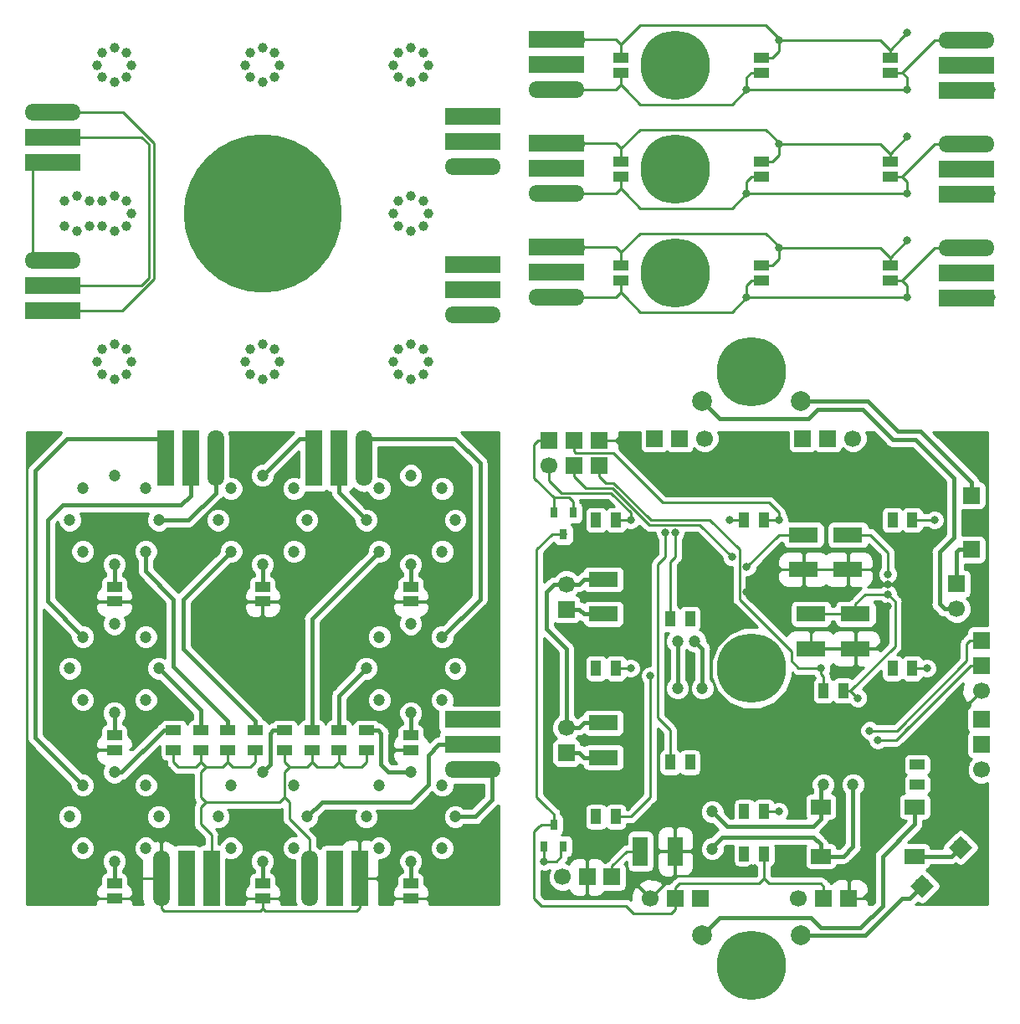
<source format=gbr>
G04 #@! TF.GenerationSoftware,KiCad,Pcbnew,(5.0.0-3-g5ebb6b6)*
G04 #@! TF.CreationDate,2019-01-08T23:50:17+03:00*
G04 #@! TF.ProjectId,uad,7561642E6B696361645F706362000000,rev?*
G04 #@! TF.SameCoordinates,Original*
G04 #@! TF.FileFunction,Copper,L2,Bot,Signal*
G04 #@! TF.FilePolarity,Positive*
%FSLAX46Y46*%
G04 Gerber Fmt 4.6, Leading zero omitted, Abs format (unit mm)*
G04 Created by KiCad (PCBNEW (5.0.0-3-g5ebb6b6)) date *
%MOMM*%
%LPD*%
G01*
G04 APERTURE LIST*
G04 #@! TA.AperFunction,SMDPad,CuDef*
%ADD10R,1.500000X1.000000*%
G04 #@! TD*
G04 #@! TA.AperFunction,ComponentPad*
%ADD11C,7.000000*%
G04 #@! TD*
G04 #@! TA.AperFunction,SMDPad,CuDef*
%ADD12O,5.700000X1.700000*%
G04 #@! TD*
G04 #@! TA.AperFunction,SMDPad,CuDef*
%ADD13R,5.700000X1.700000*%
G04 #@! TD*
G04 #@! TA.AperFunction,ComponentPad*
%ADD14C,16.000000*%
G04 #@! TD*
G04 #@! TA.AperFunction,SMDPad,CuDef*
%ADD15R,1.700000X5.700000*%
G04 #@! TD*
G04 #@! TA.AperFunction,SMDPad,CuDef*
%ADD16O,1.700000X5.700000*%
G04 #@! TD*
G04 #@! TA.AperFunction,SMDPad,CuDef*
%ADD17R,1.000000X1.500000*%
G04 #@! TD*
G04 #@! TA.AperFunction,ComponentPad*
%ADD18R,1.700000X1.700000*%
G04 #@! TD*
G04 #@! TA.AperFunction,ComponentPad*
%ADD19C,1.700000*%
G04 #@! TD*
G04 #@! TA.AperFunction,SMDPad,CuDef*
%ADD20R,3.000000X1.500000*%
G04 #@! TD*
G04 #@! TA.AperFunction,SMDPad,CuDef*
%ADD21R,0.800000X1.100000*%
G04 #@! TD*
G04 #@! TA.AperFunction,ComponentPad*
%ADD22C,2.000000*%
G04 #@! TD*
G04 #@! TA.AperFunction,SMDPad,CuDef*
%ADD23R,1.500000X3.000000*%
G04 #@! TD*
G04 #@! TA.AperFunction,SMDPad,CuDef*
%ADD24R,2.000000X1.500000*%
G04 #@! TD*
G04 #@! TA.AperFunction,Conductor*
%ADD25C,0.100000*%
G04 #@! TD*
G04 #@! TA.AperFunction,ViaPad*
%ADD26C,1.000000*%
G04 #@! TD*
G04 #@! TA.AperFunction,ViaPad*
%ADD27C,0.800000*%
G04 #@! TD*
G04 #@! TA.AperFunction,ViaPad*
%ADD28C,1.200000*%
G04 #@! TD*
G04 #@! TA.AperFunction,Conductor*
%ADD29C,0.250000*%
G04 #@! TD*
G04 #@! TA.AperFunction,Conductor*
%ADD30C,0.450000*%
G04 #@! TD*
G04 APERTURE END LIST*
D10*
G04 #@! TO.P,C22,1*
G04 #@! TO.N,Net-(C16-Pad1)*
X158750000Y-50750000D03*
G04 #@! TO.P,C22,2*
G04 #@! TO.N,Net-(C16-Pad2)*
X158750000Y-52250000D03*
G04 #@! TD*
D11*
G04 #@! TO.P,M3,*
G04 #@! TO.N,*
X137000000Y-51500000D03*
G04 #@! TD*
D10*
G04 #@! TO.P,C16,1*
G04 #@! TO.N,Net-(C16-Pad1)*
X131500000Y-50750000D03*
G04 #@! TO.P,C16,2*
G04 #@! TO.N,Net-(C16-Pad2)*
X131500000Y-52250000D03*
G04 #@! TD*
G04 #@! TO.P,C19,2*
G04 #@! TO.N,Net-(C16-Pad2)*
X145750000Y-52250000D03*
G04 #@! TO.P,C19,1*
G04 #@! TO.N,Net-(C16-Pad1)*
X145750000Y-50750000D03*
G04 #@! TD*
D12*
G04 #@! TO.P,XP12,1*
G04 #@! TO.N,Net-(C16-Pad2)*
X125000000Y-54000000D03*
D13*
G04 #@! TO.P,XP12,2*
G04 #@! TO.N,Net-(HL10-Pad4)*
X125000000Y-51460000D03*
G04 #@! TO.P,XP12,3*
G04 #@! TO.N,Net-(C16-Pad1)*
X125000000Y-48920000D03*
G04 #@! TD*
G04 #@! TO.P,XP15,3*
G04 #@! TO.N,Net-(C16-Pad1)*
X166500000Y-54080000D03*
G04 #@! TO.P,XP15,2*
G04 #@! TO.N,Net-(HL16-Pad2)*
X166500000Y-51540000D03*
D12*
G04 #@! TO.P,XP15,1*
G04 #@! TO.N,Net-(C16-Pad2)*
X166500000Y-49000000D03*
G04 #@! TD*
D11*
G04 #@! TO.P,M3,*
G04 #@! TO.N,*
X144750000Y-142500000D03*
G04 #@! TD*
G04 #@! TO.P,M3,*
G04 #@! TO.N,*
X144750000Y-82500000D03*
G04 #@! TD*
D10*
G04 #@! TO.P,C21,1*
G04 #@! TO.N,Net-(C18-Pad1)*
X145750000Y-61250000D03*
G04 #@! TO.P,C21,2*
G04 #@! TO.N,Net-(C18-Pad2)*
X145750000Y-62750000D03*
G04 #@! TD*
D12*
G04 #@! TO.P,XP17,1*
G04 #@! TO.N,Net-(C18-Pad2)*
X166500000Y-59500000D03*
D13*
G04 #@! TO.P,XP17,2*
G04 #@! TO.N,Net-(HL18-Pad2)*
X166500000Y-62040000D03*
G04 #@! TO.P,XP17,3*
G04 #@! TO.N,Net-(C18-Pad1)*
X166500000Y-64580000D03*
G04 #@! TD*
G04 #@! TO.P,XP14,3*
G04 #@! TO.N,Net-(C18-Pad1)*
X125000000Y-59420000D03*
G04 #@! TO.P,XP14,2*
G04 #@! TO.N,Net-(HL12-Pad4)*
X125000000Y-61960000D03*
D12*
G04 #@! TO.P,XP14,1*
G04 #@! TO.N,Net-(C18-Pad2)*
X125000000Y-64500000D03*
G04 #@! TD*
D10*
G04 #@! TO.P,C24,2*
G04 #@! TO.N,Net-(C18-Pad2)*
X158750000Y-62750000D03*
G04 #@! TO.P,C24,1*
G04 #@! TO.N,Net-(C18-Pad1)*
X158750000Y-61250000D03*
G04 #@! TD*
G04 #@! TO.P,C18,2*
G04 #@! TO.N,Net-(C18-Pad2)*
X131500000Y-62750000D03*
G04 #@! TO.P,C18,1*
G04 #@! TO.N,Net-(C18-Pad1)*
X131500000Y-61250000D03*
G04 #@! TD*
D11*
G04 #@! TO.P,M3,*
G04 #@! TO.N,*
X137000000Y-62000000D03*
G04 #@! TD*
D14*
G04 #@! TO.P,M8,*
G04 #@! TO.N,*
X95250000Y-66500000D03*
G04 #@! TD*
D13*
G04 #@! TO.P,XP8,3*
G04 #@! TO.N,/uad_analog_panel/BUT_COM_OUT*
X74000001Y-61330000D03*
G04 #@! TO.P,XP8,2*
G04 #@! TO.N,/uad_analog_panel/VCC*
X74000001Y-58790000D03*
D12*
G04 #@! TO.P,XP8,1*
G04 #@! TO.N,/uad_analog_panel/GND*
X74000001Y-56250000D03*
G04 #@! TD*
G04 #@! TO.P,XP11,1*
G04 #@! TO.N,Net-(XP11-Pad1)*
X116500000Y-76749999D03*
D13*
G04 #@! TO.P,XP11,2*
G04 #@! TO.N,Net-(XP11-Pad2)*
X116500000Y-74209999D03*
G04 #@! TO.P,XP11,3*
G04 #@! TO.N,Net-(XP11-Pad3)*
X116500000Y-71669999D03*
G04 #@! TD*
G04 #@! TO.P,XP10,3*
G04 #@! TO.N,Net-(XP10-Pad3)*
X116500002Y-56669999D03*
G04 #@! TO.P,XP10,2*
G04 #@! TO.N,Net-(XP10-Pad2)*
X116500002Y-59209999D03*
D12*
G04 #@! TO.P,XP10,1*
G04 #@! TO.N,Net-(XP10-Pad1)*
X116500002Y-61749999D03*
G04 #@! TD*
G04 #@! TO.P,XP9,1*
G04 #@! TO.N,/uad_analog_panel/BUT_COM_OUT*
X74000000Y-71250000D03*
D13*
G04 #@! TO.P,XP9,2*
G04 #@! TO.N,/uad_analog_panel/VCC*
X74000000Y-73790000D03*
G04 #@! TO.P,XP9,3*
G04 #@! TO.N,/uad_analog_panel/GND*
X74000000Y-76330000D03*
G04 #@! TD*
D15*
G04 #@! TO.P,XP1,3*
G04 #@! TO.N,/uad_sensor/BUT_COM_OUT*
X90080000Y-133750000D03*
G04 #@! TO.P,XP1,2*
G04 #@! TO.N,/uad_sensor/VCC_1*
X87540000Y-133750000D03*
D16*
G04 #@! TO.P,XP1,1*
G04 #@! TO.N,/uad_sensor/GND*
X85000000Y-133750000D03*
G04 #@! TD*
D17*
G04 #@! TO.P,R15,1*
G04 #@! TO.N,/uab_logic/LED_3*
X131000000Y-112500000D03*
G04 #@! TO.P,R15,2*
G04 #@! TO.N,Net-(HL4-Pad1)*
X129000000Y-112500000D03*
G04 #@! TD*
D18*
G04 #@! TO.P,XS4,3*
G04 #@! TO.N,/uab_logic/BUT_5_IN*
X149920000Y-89250000D03*
G04 #@! TO.P,XS4,2*
G04 #@! TO.N,/uab_logic/BUT_6_IN*
X152460000Y-89250000D03*
D19*
G04 #@! TO.P,XS4,1*
G04 #@! TO.N,/uab_logic/BUT_7_IN*
X155000000Y-89250000D03*
G04 #@! TD*
D18*
G04 #@! TO.P,XS5,3*
G04 #@! TO.N,Net-(XS5-Pad3)*
X168000000Y-117670000D03*
G04 #@! TO.P,XS5,2*
G04 #@! TO.N,/uab_logic/BUT_1_IN*
X168000000Y-120210000D03*
D19*
G04 #@! TO.P,XS5,1*
G04 #@! TO.N,/uab_logic/BUT_8_IN*
X168000000Y-122750000D03*
G04 #@! TD*
D18*
G04 #@! TO.P,XS3,3*
G04 #@! TO.N,/uab_logic/BUT_2_IN*
X134920000Y-89250000D03*
G04 #@! TO.P,XS3,2*
G04 #@! TO.N,/uab_logic/BUT_3_IN*
X137460000Y-89250000D03*
D19*
G04 #@! TO.P,XS3,1*
G04 #@! TO.N,/uab_logic/BUT_4_IN*
X140000000Y-89250000D03*
G04 #@! TD*
D18*
G04 #@! TO.P,XS1,3*
G04 #@! TO.N,/uab_logic/BUT_COM_OUT*
X139580000Y-135750000D03*
G04 #@! TO.P,XS1,2*
G04 #@! TO.N,/uab_logic/VCC*
X137040000Y-135750000D03*
D19*
G04 #@! TO.P,XS1,1*
G04 #@! TO.N,/uab_logic/GND*
X134500000Y-135750000D03*
G04 #@! TD*
D18*
G04 #@! TO.P,XS2,3*
G04 #@! TO.N,/uab_logic/GND*
X154580000Y-135750000D03*
G04 #@! TO.P,XS2,2*
G04 #@! TO.N,/uab_logic/VCC*
X152040000Y-135750000D03*
D19*
G04 #@! TO.P,XS2,1*
G04 #@! TO.N,/uab_logic/BUT_COM_OUT*
X149500000Y-135750000D03*
G04 #@! TD*
D10*
G04 #@! TO.P,C7,2*
G04 #@! TO.N,/uad_sensor/BUT_7_CUP*
X110250000Y-119250000D03*
G04 #@! TO.P,C7,1*
G04 #@! TO.N,/uad_sensor/GND*
X110250000Y-120750000D03*
G04 #@! TD*
D17*
G04 #@! TO.P,R9,1*
G04 #@! TO.N,/uab_logic/VCC*
X154000000Y-114750000D03*
G04 #@! TO.P,R9,2*
G04 #@! TO.N,/uab_logic/RES*
X152000000Y-114750000D03*
G04 #@! TD*
G04 #@! TO.P,R10,1*
G04 #@! TO.N,/uab_logic/VCC*
X146000000Y-131250000D03*
G04 #@! TO.P,R10,2*
G04 #@! TO.N,Net-(HL1-Pad1)*
X144000000Y-131250000D03*
G04 #@! TD*
D10*
G04 #@! TO.P,C1,1*
G04 #@! TO.N,/uad_sensor/GND*
X95250000Y-135750000D03*
G04 #@! TO.P,C1,2*
G04 #@! TO.N,/uad_sensor/BUT_1_CUP*
X95250000Y-134250000D03*
G04 #@! TD*
G04 #@! TO.P,C2,2*
G04 #@! TO.N,/uad_sensor/BUT_2_CUP*
X80250000Y-134250000D03*
G04 #@! TO.P,C2,1*
G04 #@! TO.N,/uad_sensor/GND*
X80250000Y-135750000D03*
G04 #@! TD*
G04 #@! TO.P,C3,1*
G04 #@! TO.N,/uad_sensor/GND*
X80250000Y-120750000D03*
G04 #@! TO.P,C3,2*
G04 #@! TO.N,/uad_sensor/BUT_3_CUP*
X80250000Y-119250000D03*
G04 #@! TD*
G04 #@! TO.P,C4,2*
G04 #@! TO.N,/uad_sensor/BUT_4_CUP*
X80250000Y-104250000D03*
G04 #@! TO.P,C4,1*
G04 #@! TO.N,/uad_sensor/GND*
X80250000Y-105750000D03*
G04 #@! TD*
G04 #@! TO.P,C5,1*
G04 #@! TO.N,/uad_sensor/GND*
X95250000Y-105750000D03*
G04 #@! TO.P,C5,2*
G04 #@! TO.N,/uad_sensor/BUT_5_CUP*
X95250000Y-104250000D03*
G04 #@! TD*
G04 #@! TO.P,C6,2*
G04 #@! TO.N,/uad_sensor/BUT_6_CUP*
X110250000Y-104250000D03*
G04 #@! TO.P,C6,1*
G04 #@! TO.N,/uad_sensor/GND*
X110250000Y-105750000D03*
G04 #@! TD*
G04 #@! TO.P,C8,2*
G04 #@! TO.N,/uad_sensor/BUT_8_CUP*
X110250000Y-134250000D03*
G04 #@! TO.P,C8,1*
G04 #@! TO.N,/uad_sensor/GND*
X110250000Y-135750000D03*
G04 #@! TD*
D20*
G04 #@! TO.P,C9,2*
G04 #@! TO.N,/uab_logic/VCC*
X154500000Y-99000000D03*
G04 #@! TO.P,C9,1*
G04 #@! TO.N,/uab_logic/GND*
X154500000Y-102500000D03*
G04 #@! TD*
G04 #@! TO.P,C10,1*
G04 #@! TO.N,/uab_logic/GND*
X155250000Y-110500000D03*
G04 #@! TO.P,C10,2*
G04 #@! TO.N,/uab_logic/VCC*
X155250000Y-107000000D03*
G04 #@! TD*
G04 #@! TO.P,C11,2*
G04 #@! TO.N,/uab_logic/VCC*
X150000000Y-99000000D03*
G04 #@! TO.P,C11,1*
G04 #@! TO.N,/uab_logic/GND*
X150000000Y-102500000D03*
G04 #@! TD*
G04 #@! TO.P,C12,1*
G04 #@! TO.N,/uab_logic/GND*
X150750000Y-110500000D03*
G04 #@! TO.P,C12,2*
G04 #@! TO.N,/uab_logic/VCC*
X150750000Y-107000000D03*
G04 #@! TD*
D10*
G04 #@! TO.P,R1,1*
G04 #@! TO.N,/uad_sensor/BUT_COM_OUT*
X97500000Y-120750000D03*
G04 #@! TO.P,R1,2*
G04 #@! TO.N,/uad_sensor/BUT_1_CUP*
X97500000Y-118750000D03*
G04 #@! TD*
G04 #@! TO.P,R2,2*
G04 #@! TO.N,/uad_sensor/BUT_2_CUP*
X86250000Y-118750000D03*
G04 #@! TO.P,R2,1*
G04 #@! TO.N,/uad_sensor/BUT_COM_OUT*
X86250000Y-120750000D03*
G04 #@! TD*
G04 #@! TO.P,R3,2*
G04 #@! TO.N,/uad_sensor/BUT_3_CUP*
X89000000Y-118750000D03*
G04 #@! TO.P,R3,1*
G04 #@! TO.N,/uad_sensor/BUT_COM_OUT*
X89000000Y-120750000D03*
G04 #@! TD*
G04 #@! TO.P,R4,1*
G04 #@! TO.N,/uad_sensor/BUT_COM_OUT*
X91750000Y-120750000D03*
G04 #@! TO.P,R4,2*
G04 #@! TO.N,/uad_sensor/BUT_4_CUP*
X91750000Y-118750000D03*
G04 #@! TD*
G04 #@! TO.P,R5,2*
G04 #@! TO.N,/uad_sensor/BUT_5_CUP*
X94500000Y-118750000D03*
G04 #@! TO.P,R5,1*
G04 #@! TO.N,/uad_sensor/BUT_COM_OUT*
X94500000Y-120750000D03*
G04 #@! TD*
G04 #@! TO.P,R6,2*
G04 #@! TO.N,/uad_sensor/BUT_6_CUP*
X100250000Y-118750000D03*
G04 #@! TO.P,R6,1*
G04 #@! TO.N,/uad_sensor/BUT_COM_OUT*
X100250000Y-120750000D03*
G04 #@! TD*
G04 #@! TO.P,R7,1*
G04 #@! TO.N,/uad_sensor/BUT_COM_OUT*
X103000000Y-120750000D03*
G04 #@! TO.P,R7,2*
G04 #@! TO.N,/uad_sensor/BUT_7_CUP*
X103000000Y-118750000D03*
G04 #@! TD*
G04 #@! TO.P,R8,2*
G04 #@! TO.N,/uad_sensor/BUT_8_CUP*
X105750000Y-118750000D03*
G04 #@! TO.P,R8,1*
G04 #@! TO.N,/uad_sensor/BUT_COM_OUT*
X105750000Y-120750000D03*
G04 #@! TD*
D16*
G04 #@! TO.P,XP2,1*
G04 #@! TO.N,/uad_sensor/BUT_COM_OUT*
X100000000Y-133750000D03*
D15*
G04 #@! TO.P,XP2,2*
G04 #@! TO.N,/uad_sensor/VCC_2*
X102540000Y-133750000D03*
G04 #@! TO.P,XP2,3*
G04 #@! TO.N,/uad_sensor/GND*
X105080000Y-133750000D03*
G04 #@! TD*
G04 #@! TO.P,XP3,3*
G04 #@! TO.N,/uad_sensor/BUT_2_CUP*
X85420000Y-91250000D03*
G04 #@! TO.P,XP3,2*
G04 #@! TO.N,/uad_sensor/BUT_3_CUP*
X87960000Y-91250000D03*
D16*
G04 #@! TO.P,XP3,1*
G04 #@! TO.N,/uad_sensor/BUT_4_CUP*
X90500000Y-91250000D03*
G04 #@! TD*
G04 #@! TO.P,XP4,1*
G04 #@! TO.N,/uad_sensor/BUT_7_CUP*
X105500000Y-91250000D03*
D15*
G04 #@! TO.P,XP4,2*
G04 #@! TO.N,/uad_sensor/BUT_6_CUP*
X102960000Y-91250000D03*
G04 #@! TO.P,XP4,3*
G04 #@! TO.N,/uad_sensor/BUT_5_CUP*
X100420000Y-91250000D03*
G04 #@! TD*
D12*
G04 #@! TO.P,XP5,1*
G04 #@! TO.N,/uad_sensor/BUT_8_CUP*
X116500000Y-122750000D03*
D13*
G04 #@! TO.P,XP5,2*
G04 #@! TO.N,/uad_sensor/BUT_1_CUP*
X116500000Y-120210000D03*
G04 #@! TO.P,XP5,3*
G04 #@! TO.N,Net-(XP5-Pad3)*
X116500000Y-117670000D03*
G04 #@! TD*
D21*
G04 #@! TO.P,VD1,1*
G04 #@! TO.N,Net-(VD1-Pad1)*
X124750000Y-96750000D03*
X126650000Y-96750000D03*
G04 #@! TO.P,VD1,2*
G04 #@! TO.N,/uab_logic/VCC*
X125700000Y-98950000D03*
G04 #@! TD*
D19*
G04 #@! TO.P,XP6,1*
G04 #@! TO.N,/uab_logic/LED_4*
X124250000Y-92000000D03*
D18*
G04 #@! TO.P,XP6,3*
G04 #@! TO.N,/uab_logic/SCK*
X126790000Y-92000000D03*
G04 #@! TO.P,XP6,5*
G04 #@! TO.N,/uab_logic/RES*
X129330000Y-92000000D03*
G04 #@! TO.P,XP6,2*
G04 #@! TO.N,Net-(VD1-Pad1)*
X124250000Y-89460000D03*
G04 #@! TO.P,XP6,4*
G04 #@! TO.N,/uab_logic/LED_5*
X126790000Y-89460000D03*
G04 #@! TO.P,XP6,6*
G04 #@! TO.N,/uab_logic/GND*
X129330000Y-89460000D03*
G04 #@! TD*
D17*
G04 #@! TO.P,R13,1*
G04 #@! TO.N,Net-(R13-Pad1)*
X138500000Y-122000000D03*
G04 #@! TO.P,R13,2*
G04 #@! TO.N,/uab_logic/PWM_OUT_2*
X136500000Y-122000000D03*
G04 #@! TD*
G04 #@! TO.P,R12,2*
G04 #@! TO.N,/uab_logic/PWM_OUT_1*
X136500000Y-107500000D03*
G04 #@! TO.P,R12,1*
G04 #@! TO.N,Net-(R12-Pad1)*
X138500000Y-107500000D03*
G04 #@! TD*
G04 #@! TO.P,R14,2*
G04 #@! TO.N,Net-(HL3-Pad1)*
X129000000Y-127500000D03*
G04 #@! TO.P,R14,1*
G04 #@! TO.N,/uab_logic/LED_2*
X131000000Y-127500000D03*
G04 #@! TD*
G04 #@! TO.P,R16,2*
G04 #@! TO.N,Net-(HL5-Pad1)*
X129000000Y-97500000D03*
G04 #@! TO.P,R16,1*
G04 #@! TO.N,/uab_logic/LED_4*
X131000000Y-97500000D03*
G04 #@! TD*
G04 #@! TO.P,R17,2*
G04 #@! TO.N,Net-(HL6-Pad1)*
X144000000Y-97500000D03*
G04 #@! TO.P,R17,1*
G04 #@! TO.N,/uab_logic/LED_5*
X146000000Y-97500000D03*
G04 #@! TD*
G04 #@! TO.P,R18,1*
G04 #@! TO.N,/uab_logic/LED_6*
X161000000Y-97500000D03*
G04 #@! TO.P,R18,2*
G04 #@! TO.N,Net-(HL7-Pad1)*
X159000000Y-97500000D03*
G04 #@! TD*
G04 #@! TO.P,R19,1*
G04 #@! TO.N,/uab_logic/LED_7*
X161000000Y-112500000D03*
G04 #@! TO.P,R19,2*
G04 #@! TO.N,Net-(HL8-Pad1)*
X159000000Y-112500000D03*
G04 #@! TD*
D10*
G04 #@! TO.P,R20,1*
G04 #@! TO.N,/uab_logic/LED_8*
X161500000Y-122250000D03*
G04 #@! TO.P,R20,2*
G04 #@! TO.N,Net-(HL9-Pad1)*
X161500000Y-124250000D03*
G04 #@! TD*
D17*
G04 #@! TO.P,R11,2*
G04 #@! TO.N,Net-(HL2-Pad1)*
X144000000Y-127000000D03*
G04 #@! TO.P,R11,1*
G04 #@! TO.N,/uab_logic/LED_1*
X146000000Y-127000000D03*
G04 #@! TD*
D20*
G04 #@! TO.P,C13,2*
G04 #@! TO.N,/uab_logic/PWR_12V*
X129750000Y-118000000D03*
G04 #@! TO.P,C13,1*
G04 #@! TO.N,/uab_logic/collector_2*
X129750000Y-121500000D03*
G04 #@! TD*
G04 #@! TO.P,C14,1*
G04 #@! TO.N,/uab_logic/collector_1*
X129750000Y-107000000D03*
G04 #@! TO.P,C14,2*
G04 #@! TO.N,/uab_logic/PWR_12V*
X129750000Y-103500000D03*
G04 #@! TD*
D22*
G04 #@! TO.P,X2,1*
G04 #@! TO.N,/uab_logic/N1*
X139750000Y-85500000D03*
G04 #@! TD*
G04 #@! TO.P,X1,1*
G04 #@! TO.N,/uab_logic/L2*
X149750000Y-85500000D03*
G04 #@! TD*
D23*
G04 #@! TO.P,C15,1*
G04 #@! TO.N,/uab_logic/GND*
X137000000Y-131000000D03*
G04 #@! TO.P,C15,2*
G04 #@! TO.N,Net-(C15-Pad2)*
X133500000Y-131000000D03*
G04 #@! TD*
D22*
G04 #@! TO.P,X4,1*
G04 #@! TO.N,/uab_logic/N1_12*
X139750000Y-139500000D03*
G04 #@! TD*
G04 #@! TO.P,X3,1*
G04 #@! TO.N,/uab_logic/L1_12*
X149750000Y-139500000D03*
G04 #@! TD*
D24*
G04 #@! TO.P,VD2,1*
G04 #@! TO.N,/uab_logic/PWR_12V*
X151750000Y-131500000D03*
G04 #@! TO.P,VD2,2*
G04 #@! TO.N,/uab_logic/PWR_GND*
X151750000Y-126500000D03*
G04 #@! TO.P,VD2,3*
G04 #@! TO.N,/uab_logic/L2_12*
X161250000Y-131500000D03*
G04 #@! TO.P,VD2,4*
G04 #@! TO.N,/uab_logic/N1_12*
X161250000Y-126500000D03*
G04 #@! TD*
D19*
G04 #@! TO.P,XT1,1*
G04 #@! TO.N,/uab_logic/N1*
X165500000Y-106500000D03*
D18*
G04 #@! TO.P,XT1,2*
G04 #@! TO.N,/uab_logic/L1*
X165500000Y-103960000D03*
G04 #@! TD*
D19*
G04 #@! TO.P,XT2,1*
G04 #@! TO.N,/uab_logic/PWR_12V*
X126000000Y-118500000D03*
D18*
G04 #@! TO.P,XT2,2*
G04 #@! TO.N,/uab_logic/collector_2*
X126000000Y-121040000D03*
G04 #@! TD*
G04 #@! TO.P,XT3,2*
G04 #@! TO.N,/uab_logic/collector_1*
X126000000Y-106540000D03*
D19*
G04 #@! TO.P,XT3,1*
G04 #@! TO.N,/uab_logic/PWR_12V*
X126000000Y-104000000D03*
G04 #@! TD*
D18*
G04 #@! TO.P,FU1,1*
G04 #@! TO.N,/uab_logic/L1*
X167000000Y-100500000D03*
G04 #@! TO.P,FU1,2*
G04 #@! TO.N,/uab_logic/L2*
X167000000Y-95000000D03*
G04 #@! TD*
D19*
G04 #@! TO.P,FU2,2*
G04 #@! TO.N,/uab_logic/L2_12*
X165889087Y-130610913D03*
D25*
G04 #@! TD*
G04 #@! TO.N,/uab_logic/L2_12*
G04 #@! TO.C,FU2*
G36*
X164687005Y-130610913D02*
X165889087Y-129408831D01*
X167091169Y-130610913D01*
X165889087Y-131812995D01*
X164687005Y-130610913D01*
X164687005Y-130610913D01*
G37*
D19*
G04 #@! TO.P,FU2,1*
G04 #@! TO.N,/uab_logic/L1_12*
X162000000Y-134500000D03*
D25*
G04 #@! TD*
G04 #@! TO.N,/uab_logic/L1_12*
G04 #@! TO.C,FU2*
G36*
X162000000Y-135702082D02*
X160797918Y-134500000D01*
X162000000Y-133297918D01*
X163202082Y-134500000D01*
X162000000Y-135702082D01*
X162000000Y-135702082D01*
G37*
D19*
G04 #@! TO.P,G1,1*
G04 #@! TO.N,Net-(G1-Pad1)*
X125600000Y-133600000D03*
D18*
G04 #@! TO.P,G1,2*
G04 #@! TO.N,/uab_logic/GND*
X128100000Y-133600000D03*
G04 #@! TO.P,G1,3*
G04 #@! TO.N,Net-(C15-Pad2)*
X130600000Y-133600000D03*
G04 #@! TD*
D21*
G04 #@! TO.P,VD3,1*
G04 #@! TO.N,Net-(L3-Pad2)*
X125650000Y-130500000D03*
X123750000Y-130500000D03*
G04 #@! TO.P,VD3,2*
G04 #@! TO.N,/uab_logic/VCC*
X124700000Y-128300000D03*
G04 #@! TD*
D19*
G04 #@! TO.P,XP7,1*
G04 #@! TO.N,/uab_logic/GND*
X168000000Y-114750000D03*
D18*
G04 #@! TO.P,XP7,2*
G04 #@! TO.N,/uab_logic/RX*
X168000000Y-112210000D03*
G04 #@! TO.P,XP7,3*
G04 #@! TO.N,/uab_logic/TX*
X168000000Y-109670000D03*
G04 #@! TD*
D11*
G04 #@! TO.P,M3,*
G04 #@! TO.N,*
X144750000Y-112500000D03*
G04 #@! TD*
D12*
G04 #@! TO.P,XP13,1*
G04 #@! TO.N,Net-(C17-Pad2)*
X125000000Y-75000000D03*
D13*
G04 #@! TO.P,XP13,2*
G04 #@! TO.N,Net-(HL11-Pad4)*
X125000000Y-72460000D03*
G04 #@! TO.P,XP13,3*
G04 #@! TO.N,Net-(C17-Pad1)*
X125000000Y-69920000D03*
G04 #@! TD*
G04 #@! TO.P,XP16,3*
G04 #@! TO.N,Net-(C17-Pad1)*
X166500000Y-75080000D03*
G04 #@! TO.P,XP16,2*
G04 #@! TO.N,Net-(HL17-Pad2)*
X166500000Y-72540000D03*
D12*
G04 #@! TO.P,XP16,1*
G04 #@! TO.N,Net-(C17-Pad2)*
X166500000Y-70000000D03*
G04 #@! TD*
D10*
G04 #@! TO.P,C17,1*
G04 #@! TO.N,Net-(C17-Pad1)*
X131500000Y-71750000D03*
G04 #@! TO.P,C17,2*
G04 #@! TO.N,Net-(C17-Pad2)*
X131500000Y-73250000D03*
G04 #@! TD*
G04 #@! TO.P,C20,2*
G04 #@! TO.N,Net-(C17-Pad2)*
X145750000Y-73250000D03*
G04 #@! TO.P,C20,1*
G04 #@! TO.N,Net-(C17-Pad1)*
X145750000Y-71750000D03*
G04 #@! TD*
G04 #@! TO.P,C23,1*
G04 #@! TO.N,Net-(C17-Pad1)*
X158750000Y-71750000D03*
G04 #@! TO.P,C23,2*
G04 #@! TO.N,Net-(C17-Pad2)*
X158750000Y-73250000D03*
G04 #@! TD*
D11*
G04 #@! TO.P,M3,*
G04 #@! TO.N,*
X137000000Y-72500000D03*
G04 #@! TD*
D26*
G04 #@! TO.N,*
X108999999Y-65250000D03*
X111500000Y-82750000D03*
X110250001Y-79750000D03*
X109000001Y-82749999D03*
X96500000Y-52750001D03*
X95250000Y-49750000D03*
X94000000Y-52750000D03*
X95250000Y-53250001D03*
X97000000Y-51500000D03*
X79000000Y-50249999D03*
X81500002Y-50250000D03*
X81500000Y-82749998D03*
X78499999Y-51500000D03*
X80250000Y-79750000D03*
X79000000Y-82750000D03*
X79000000Y-80250000D03*
X75250002Y-67750001D03*
X75250001Y-65249999D03*
X76499998Y-68250002D03*
X77749999Y-65250000D03*
X76500000Y-64750000D03*
X79000000Y-67750000D03*
X80249998Y-68250000D03*
X109000000Y-80250000D03*
X111499999Y-80250000D03*
X108500000Y-81499999D03*
X78999999Y-65249999D03*
X108499999Y-66500000D03*
X93500001Y-81500000D03*
X96500000Y-82750000D03*
X94000000Y-80250000D03*
X96500000Y-80250000D03*
X95250002Y-79750000D03*
X96999999Y-81500000D03*
X94000000Y-82750000D03*
X95250001Y-83250000D03*
X81500000Y-52750000D03*
X80250001Y-49750002D03*
X79000000Y-52750000D03*
X80249999Y-83250000D03*
X82000000Y-81500001D03*
X94000000Y-50250000D03*
X81500000Y-67749999D03*
X80250000Y-64750000D03*
X80250000Y-53250002D03*
X110250000Y-83250001D03*
X112000000Y-81500000D03*
X82000000Y-51500000D03*
X82000002Y-66500001D03*
X77750000Y-67750001D03*
X111500001Y-67750001D03*
X110249999Y-64749999D03*
X109000000Y-67750000D03*
X109000000Y-50250000D03*
X111500000Y-50250000D03*
X108500000Y-51500002D03*
X111500000Y-52750001D03*
X110250000Y-49750000D03*
X109000000Y-52750000D03*
X110249999Y-53250000D03*
X111999998Y-51500001D03*
X78500000Y-81500001D03*
X81500000Y-80250000D03*
X96500000Y-50250000D03*
X93500000Y-51500000D03*
X110250000Y-68249999D03*
X111999998Y-66499999D03*
X111500000Y-65250000D03*
X81500000Y-65250000D03*
D27*
G04 #@! TO.N,Net-(HL1-Pad1)*
X144000000Y-131250000D03*
G04 #@! TO.N,Net-(HL2-Pad1)*
X144000000Y-127000000D03*
D28*
G04 #@! TO.N,/uad_sensor/BUT_1_CUP*
X95250000Y-123000000D03*
X92068019Y-124318019D03*
X90750000Y-127500000D03*
X92068019Y-130681981D03*
X95250000Y-132000000D03*
X98431981Y-130681981D03*
X99750000Y-127500000D03*
X98431981Y-124318019D03*
G04 #@! TO.N,/uad_sensor/BUT_2_CUP*
X80250000Y-123000000D03*
X77068019Y-124318019D03*
X75750000Y-127500000D03*
X77068019Y-130681981D03*
X80250000Y-132000000D03*
X83431981Y-130681981D03*
X84750000Y-127500000D03*
X83431981Y-124318019D03*
G04 #@! TO.N,/uad_sensor/BUT_3_CUP*
X80250000Y-108000000D03*
X77068019Y-109318019D03*
X75750000Y-112500000D03*
X77068019Y-115681981D03*
X80250000Y-117000000D03*
X83431981Y-115681981D03*
X84750000Y-112500000D03*
X83431981Y-109318019D03*
G04 #@! TO.N,/uad_sensor/BUT_4_CUP*
X75750000Y-97500000D03*
X77068019Y-100681981D03*
X80250000Y-102000000D03*
X83431981Y-100681981D03*
X84750000Y-97500000D03*
X83431981Y-94318019D03*
X77068019Y-94318019D03*
X80250000Y-93000000D03*
G04 #@! TO.N,/uad_sensor/BUT_5_CUP*
X98431981Y-94318019D03*
X95250000Y-93000000D03*
X92068019Y-94318019D03*
X90750000Y-97500000D03*
X92068019Y-100681981D03*
X95250000Y-102000000D03*
X98431981Y-100681981D03*
X99750000Y-97500000D03*
G04 #@! TO.N,/uad_sensor/BUT_6_CUP*
X110250000Y-93000000D03*
X107068019Y-94318019D03*
X105750000Y-97500000D03*
X107068019Y-100681981D03*
X113431981Y-100681981D03*
X114750000Y-97500000D03*
X113431981Y-94318019D03*
X110250000Y-102000000D03*
G04 #@! TO.N,/uad_sensor/BUT_7_CUP*
X110250000Y-108000000D03*
X107068019Y-109318019D03*
X105750000Y-112500000D03*
X107068019Y-115681981D03*
X113431981Y-115681981D03*
X114750000Y-112500000D03*
X113431981Y-109318019D03*
X110250000Y-117000000D03*
G04 #@! TO.N,/uad_sensor/BUT_8_CUP*
X110250000Y-132000000D03*
X107068019Y-124318019D03*
X105750000Y-127500000D03*
X107068019Y-130681981D03*
X113431981Y-130681981D03*
X114750000Y-127500000D03*
X113431981Y-124318019D03*
X110250000Y-123000000D03*
D27*
G04 #@! TO.N,/uab_logic/VCC*
X158512653Y-102987347D03*
X144250000Y-102250000D03*
X158500000Y-105000003D03*
X125700000Y-98950000D03*
X155500000Y-115500000D03*
G04 #@! TO.N,/uab_logic/GND*
X158500000Y-104000000D03*
X158500000Y-106250000D03*
X144250000Y-104750000D03*
X145500000Y-94500000D03*
X160500000Y-99500000D03*
X134250000Y-92750000D03*
X132500000Y-110500000D03*
X130500000Y-124000000D03*
X150250000Y-124750000D03*
X163250000Y-127500000D03*
X160500000Y-114500000D03*
X146500000Y-125250000D03*
X144750000Y-132750000D03*
G04 #@! TO.N,/uab_logic/PWM_OUT_1*
X137000000Y-98750000D03*
G04 #@! TO.N,/uab_logic/PWM_OUT_2*
X136000000Y-98750000D03*
G04 #@! TO.N,/uab_logic/SCK*
X142750000Y-101250000D03*
G04 #@! TO.N,/uab_logic/RES*
X151750000Y-112500000D03*
G04 #@! TO.N,/uab_logic/RX*
X157500000Y-119750000D03*
G04 #@! TO.N,/uab_logic/TX*
X156700846Y-118799154D03*
G04 #@! TO.N,Net-(R12-Pad1)*
X138500000Y-107500000D03*
G04 #@! TO.N,Net-(R13-Pad1)*
X138500000Y-122000000D03*
D28*
G04 #@! TO.N,/uab_logic/PWR_GND*
X152000000Y-124250000D03*
X140750000Y-127000000D03*
X137250000Y-114500000D03*
X137250000Y-109750000D03*
X139750000Y-114500000D03*
X139000000Y-109750000D03*
D27*
G04 #@! TO.N,Net-(HL3-Pad1)*
X129000000Y-127500000D03*
G04 #@! TO.N,Net-(HL4-Pad1)*
X129000000Y-112500000D03*
G04 #@! TO.N,Net-(HL5-Pad1)*
X129000000Y-97500000D03*
G04 #@! TO.N,Net-(HL6-Pad1)*
X142500000Y-97500000D03*
G04 #@! TO.N,Net-(HL7-Pad1)*
X159000000Y-97500000D03*
G04 #@! TO.N,Net-(HL8-Pad1)*
X159000000Y-112500000D03*
G04 #@! TO.N,Net-(HL9-Pad1)*
X161500000Y-124250000D03*
G04 #@! TO.N,/uab_logic/LED_1*
X147500000Y-127000000D03*
G04 #@! TO.N,/uab_logic/LED_2*
X134500000Y-113250000D03*
G04 #@! TO.N,/uab_logic/LED_3*
X132500000Y-112500000D03*
G04 #@! TO.N,/uab_logic/LED_4*
X132500000Y-97500000D03*
G04 #@! TO.N,/uab_logic/LED_5*
X147500000Y-97500000D03*
G04 #@! TO.N,/uab_logic/LED_6*
X163250000Y-97500000D03*
G04 #@! TO.N,/uab_logic/LED_7*
X162500000Y-112500000D03*
G04 #@! TO.N,/uab_logic/LED_8*
X161500000Y-122250000D03*
D28*
G04 #@! TO.N,/uab_logic/PWR_12V*
X155000000Y-124250000D03*
X140750000Y-130750000D03*
D27*
G04 #@! TO.N,Net-(L3-Pad2)*
X123750000Y-132000000D03*
G04 #@! TO.N,Net-(HL10-Pad4)*
X127000000Y-51460000D03*
G04 #@! TO.N,Net-(HL11-Pad4)*
X127000000Y-72460000D03*
G04 #@! TO.N,Net-(HL12-Pad4)*
X127000000Y-61960000D03*
G04 #@! TO.N,Net-(HL16-Pad2)*
X164500000Y-51540000D03*
G04 #@! TO.N,Net-(HL17-Pad2)*
X164500000Y-72540000D03*
G04 #@! TO.N,Net-(HL18-Pad2)*
X164500000Y-62040000D03*
G04 #@! TO.N,Net-(C16-Pad1)*
X127500000Y-49000000D03*
X147500000Y-49000000D03*
X160500000Y-48250000D03*
X169050000Y-54000000D03*
G04 #@! TO.N,Net-(C16-Pad2)*
X160500000Y-54000000D03*
X144250000Y-54000000D03*
X124250000Y-54000000D03*
G04 #@! TO.N,Net-(C17-Pad2)*
X124250000Y-75000000D03*
X144250000Y-75000000D03*
X160500000Y-75000000D03*
G04 #@! TO.N,Net-(C17-Pad1)*
X127500000Y-70000000D03*
X147500000Y-70000000D03*
X160500000Y-69250000D03*
X169050000Y-75000000D03*
G04 #@! TO.N,Net-(C18-Pad1)*
X169050000Y-64500000D03*
X160500000Y-58750000D03*
X147500000Y-59500000D03*
X127500000Y-59500000D03*
G04 #@! TO.N,Net-(C18-Pad2)*
X124250000Y-64500000D03*
X144250000Y-64500000D03*
X160500000Y-64500000D03*
G04 #@! TD*
D29*
G04 #@! TO.N,/uad_sensor/GND*
X85000000Y-135750000D02*
X85000000Y-131000000D01*
X95250000Y-136500000D02*
X95250000Y-135750000D01*
X95000000Y-137000000D02*
X95250000Y-136750000D01*
X95500000Y-137000000D02*
X95250000Y-136750000D01*
X95250000Y-136750000D02*
X95250000Y-136500000D01*
X88750000Y-137000000D02*
X85250000Y-137000000D01*
X95000000Y-137000000D02*
X88750000Y-137000000D01*
X85000000Y-136750000D02*
X85000000Y-135750000D01*
X85250000Y-137000000D02*
X85000000Y-136750000D01*
X102000000Y-137000000D02*
X104750000Y-137000000D01*
X95500000Y-137000000D02*
X102000000Y-137000000D01*
X105080000Y-136670000D02*
X105080000Y-135750000D01*
X104750000Y-137000000D02*
X105080000Y-136670000D01*
D30*
G04 #@! TO.N,/uad_sensor/BUT_1_CUP*
X96300000Y-118750000D02*
X96000000Y-119050000D01*
X97500000Y-118750000D02*
X96300000Y-118750000D01*
X96000000Y-122250000D02*
X95250000Y-123000000D01*
X96000000Y-119050000D02*
X96000000Y-122250000D01*
X99750000Y-127500000D02*
X100349999Y-126900001D01*
X112000000Y-124250000D02*
X110250000Y-126000000D01*
X101250000Y-126000000D02*
X99750000Y-127500000D01*
X110250000Y-126000000D02*
X101250000Y-126000000D01*
X112000000Y-121250000D02*
X112000000Y-124250000D01*
X113040000Y-120210000D02*
X112000000Y-121250000D01*
X118500000Y-120210000D02*
X113040000Y-120210000D01*
X95250000Y-132000000D02*
X95250000Y-134250000D01*
G04 #@! TO.N,/uad_sensor/BUT_2_CUP*
X85420000Y-89250000D02*
X75500000Y-89250000D01*
X75500000Y-89250000D02*
X72250000Y-92500000D01*
X72250000Y-119500000D02*
X77068019Y-124318019D01*
X72250000Y-116750000D02*
X72250000Y-119500000D01*
X72250000Y-92500000D02*
X72250000Y-116750000D01*
X80250000Y-123000000D02*
X81000000Y-123000000D01*
X81000000Y-123000000D02*
X85250000Y-118750000D01*
X86250000Y-118750000D02*
X85250000Y-118750000D01*
X80250000Y-132000000D02*
X80250000Y-134250000D01*
G04 #@! TO.N,/uad_sensor/BUT_3_CUP*
X73500000Y-105750000D02*
X77068019Y-109318019D01*
X73500000Y-97500000D02*
X73500000Y-105750000D01*
X75000000Y-96000000D02*
X73500000Y-97500000D01*
X87000000Y-96000000D02*
X75000000Y-96000000D01*
X87960000Y-95040000D02*
X87000000Y-96000000D01*
X87960000Y-89250000D02*
X87960000Y-95040000D01*
X89000000Y-116750000D02*
X84750000Y-112500000D01*
X89000000Y-118750000D02*
X89000000Y-116750000D01*
X80250000Y-117000000D02*
X80250000Y-119250000D01*
G04 #@! TO.N,/uad_sensor/BUT_4_CUP*
X90500000Y-89250000D02*
X90500000Y-94750000D01*
X85598528Y-97500000D02*
X84750000Y-97500000D01*
X87750000Y-97500000D02*
X85598528Y-97500000D01*
X90500000Y-94750000D02*
X87750000Y-97500000D01*
X83431981Y-102681981D02*
X83431981Y-100681981D01*
X86250000Y-105500000D02*
X83431981Y-102681981D01*
X86250000Y-112300000D02*
X86250000Y-105500000D01*
X91750000Y-118750000D02*
X91750000Y-117800000D01*
X91750000Y-117800000D02*
X86250000Y-112300000D01*
X80250000Y-102000000D02*
X80250000Y-104250000D01*
G04 #@! TO.N,/uad_sensor/BUT_5_CUP*
X99000000Y-89250000D02*
X95250000Y-93000000D01*
X100420000Y-89250000D02*
X99000000Y-89250000D01*
X94500000Y-117800000D02*
X87250000Y-110550000D01*
X94500000Y-118750000D02*
X94500000Y-117800000D01*
X87250000Y-105500000D02*
X92068019Y-100681981D01*
X87250000Y-108250000D02*
X87250000Y-105500000D01*
X87250000Y-110550000D02*
X87250000Y-108250000D01*
X95250000Y-104250000D02*
X95250000Y-102000000D01*
G04 #@! TO.N,/uad_sensor/BUT_6_CUP*
X102960000Y-94710000D02*
X105750000Y-97500000D01*
X102960000Y-89250000D02*
X102960000Y-94710000D01*
X100250000Y-107500000D02*
X107068019Y-100681981D01*
X100250000Y-118750000D02*
X100250000Y-107500000D01*
X110250000Y-102000000D02*
X110250000Y-104250000D01*
X110250000Y-102000000D02*
X110250000Y-103500000D01*
G04 #@! TO.N,/uad_sensor/BUT_7_CUP*
X117250000Y-105500000D02*
X113431981Y-109318019D01*
X117250000Y-91750000D02*
X117250000Y-105500000D01*
X105500000Y-89250000D02*
X114750000Y-89250000D01*
X114750000Y-89250000D02*
X117250000Y-91750000D01*
X103000000Y-115250000D02*
X105750000Y-112500000D01*
X103000000Y-118750000D02*
X103000000Y-115250000D01*
X110250000Y-117000000D02*
X110250000Y-119250000D01*
G04 #@! TO.N,/uad_sensor/BUT_8_CUP*
X118500000Y-122750000D02*
X118500000Y-125750000D01*
X116750000Y-127500000D02*
X114750000Y-127500000D01*
X118500000Y-125750000D02*
X116750000Y-127500000D01*
X106950000Y-118750000D02*
X107250000Y-119050000D01*
X105750000Y-118750000D02*
X106950000Y-118750000D01*
X108000000Y-123000000D02*
X107250000Y-122250000D01*
X110250000Y-123000000D02*
X108000000Y-123000000D01*
X107250000Y-119050000D02*
X107250000Y-122250000D01*
X110250000Y-132000000D02*
X110250000Y-134250000D01*
D29*
G04 #@! TO.N,/uad_sensor/BUT_COM_OUT*
X89000000Y-120750000D02*
X89000000Y-122000000D01*
X89000000Y-122000000D02*
X88500000Y-122500000D01*
X86750000Y-122500000D02*
X86250000Y-122000000D01*
X88500000Y-122500000D02*
X86750000Y-122500000D01*
X86250000Y-122000000D02*
X86250000Y-120750000D01*
X89000000Y-122000000D02*
X89500000Y-122500000D01*
X89500000Y-122500000D02*
X91250000Y-122500000D01*
X91750000Y-122000000D02*
X91750000Y-120750000D01*
X91250000Y-122500000D02*
X91750000Y-122000000D01*
X94500000Y-122000000D02*
X94500000Y-120750000D01*
X94000000Y-122500000D02*
X94500000Y-122000000D01*
X91750000Y-122000000D02*
X92250000Y-122500000D01*
X92250000Y-122500000D02*
X94000000Y-122500000D01*
X97500000Y-123000000D02*
X98000000Y-122500000D01*
X98000000Y-122500000D02*
X99750000Y-122500000D01*
X100250000Y-122000000D02*
X100250000Y-120750000D01*
X99750000Y-122500000D02*
X100250000Y-122000000D01*
X97500000Y-122000000D02*
X98000000Y-122500000D01*
X97500000Y-120750000D02*
X97500000Y-122000000D01*
X100250000Y-122000000D02*
X100750000Y-122500000D01*
X100750000Y-122500000D02*
X102500000Y-122500000D01*
X102500000Y-122500000D02*
X103000000Y-122000000D01*
X103000000Y-122000000D02*
X103000000Y-120750000D01*
X105750000Y-122000000D02*
X105750000Y-120750000D01*
X105250000Y-122500000D02*
X105750000Y-122000000D01*
X103000000Y-122000000D02*
X103500000Y-122500000D01*
X103500000Y-122500000D02*
X105250000Y-122500000D01*
X97500000Y-124500000D02*
X97500000Y-123000000D01*
X97500000Y-125500000D02*
X97500000Y-125000000D01*
X98000000Y-126000000D02*
X97500000Y-125500000D01*
X97500000Y-125000000D02*
X97500000Y-124500000D01*
X97500000Y-125500000D02*
X97000000Y-126000000D01*
X90080000Y-135750000D02*
X90080000Y-129330000D01*
X90080000Y-129330000D02*
X89000000Y-128250000D01*
X89000000Y-126500000D02*
X89500000Y-126000000D01*
X89000000Y-128250000D02*
X89000000Y-126500000D01*
X97000000Y-126000000D02*
X89500000Y-126000000D01*
X89500000Y-126000000D02*
X89000000Y-125500000D01*
X89000000Y-125500000D02*
X89000000Y-123000000D01*
X89000000Y-123000000D02*
X89500000Y-122500000D01*
X98000000Y-127750000D02*
X98000000Y-126000000D01*
X100000000Y-135750000D02*
X100000000Y-129750000D01*
X100000000Y-129750000D02*
X98000000Y-127750000D01*
G04 #@! TO.N,/uab_logic/VCC*
X154500000Y-99000000D02*
X156750000Y-99000000D01*
X158512653Y-100762653D02*
X158512653Y-102987347D01*
X156750000Y-99000000D02*
X158512653Y-100762653D01*
X150750000Y-107000000D02*
X155250000Y-107000000D01*
X150000000Y-99000000D02*
X147500000Y-99000000D01*
X147500000Y-99000000D02*
X144250000Y-102250000D01*
X157934315Y-105000003D02*
X158500000Y-105000003D01*
X156249997Y-105000003D02*
X157934315Y-105000003D01*
X155250000Y-106000000D02*
X156249997Y-105000003D01*
X155250000Y-107000000D02*
X155250000Y-106000000D01*
X159250000Y-105750003D02*
X158500000Y-105000003D01*
X159250000Y-110250000D02*
X159250000Y-105750003D01*
X154750000Y-114750000D02*
X159250000Y-110250000D01*
X123000000Y-125500000D02*
X123000000Y-100500000D01*
X124550000Y-98950000D02*
X125700000Y-98950000D01*
X123000000Y-100500000D02*
X124550000Y-98950000D01*
X154000000Y-114750000D02*
X154750000Y-114750000D01*
X155500000Y-115500000D02*
X154750000Y-114750000D01*
X122750000Y-129000000D02*
X123250000Y-128500000D01*
X124700000Y-128300000D02*
X124700000Y-127200000D01*
X124000000Y-126500000D02*
X123000000Y-125500000D01*
X124700000Y-127200000D02*
X124000000Y-126500000D01*
X123450000Y-128300000D02*
X124700000Y-128300000D01*
X122750000Y-129000000D02*
X123450000Y-128300000D01*
X123500000Y-136500000D02*
X132000000Y-136500000D01*
X122750000Y-135750000D02*
X123500000Y-136500000D01*
X132000000Y-136500000D02*
X132825455Y-137325455D01*
X122750000Y-129000000D02*
X122750000Y-135750000D01*
X137040000Y-136850000D02*
X137040000Y-135750000D01*
X136564545Y-137325455D02*
X137040000Y-136850000D01*
X135500000Y-137325455D02*
X136564545Y-137325455D01*
X132825455Y-137325455D02*
X135500000Y-137325455D01*
X137040000Y-134650000D02*
X137440000Y-134250000D01*
X137040000Y-135750000D02*
X137040000Y-134650000D01*
X152040000Y-135750000D02*
X152040000Y-134540000D01*
X152040000Y-134540000D02*
X151750000Y-134250000D01*
X146000000Y-133750000D02*
X146000000Y-131250000D01*
X146500000Y-134250000D02*
X146000000Y-133750000D01*
X151750000Y-134250000D02*
X146500000Y-134250000D01*
X145500000Y-134250000D02*
X146000000Y-133750000D01*
X143250000Y-134250000D02*
X145500000Y-134250000D01*
X137440000Y-134250000D02*
X143250000Y-134250000D01*
G04 #@! TO.N,/uab_logic/GND*
X150750000Y-110500000D02*
X155250000Y-110500000D01*
X150000000Y-102500000D02*
X154500000Y-102500000D01*
X157250000Y-110500000D02*
X155250000Y-110500000D01*
X158500000Y-109250000D02*
X157250000Y-110500000D01*
X158500000Y-106250000D02*
X158500000Y-109250000D01*
X137000000Y-131000000D02*
X137000000Y-133500000D01*
X137000000Y-133500000D02*
X138500000Y-133500000D01*
X138500000Y-133500000D02*
X138750000Y-133500000D01*
X134500000Y-135750000D02*
X135349999Y-134900001D01*
X135349999Y-134900001D02*
X136250000Y-134000000D01*
X154580000Y-135750000D02*
X156000000Y-135750000D01*
X156000000Y-135750000D02*
X156750000Y-135000000D01*
G04 #@! TO.N,/uab_logic/PWM_OUT_1*
X136500000Y-107500000D02*
X136500000Y-101750000D01*
X137000000Y-101250000D02*
X137000000Y-98750000D01*
X136500000Y-101750000D02*
X137000000Y-101250000D01*
G04 #@! TO.N,/uab_logic/PWM_OUT_2*
X135250000Y-102000000D02*
X136000000Y-101250000D01*
X135250000Y-117500000D02*
X135250000Y-102000000D01*
X136000000Y-101250000D02*
X136000000Y-98750000D01*
X136500000Y-118750000D02*
X135250000Y-117500000D01*
X136500000Y-122000000D02*
X136500000Y-118750000D01*
G04 #@! TO.N,/uab_logic/SCK*
X139500000Y-98000000D02*
X142750000Y-101250000D01*
X127940000Y-94250000D02*
X130636410Y-94250000D01*
X134386410Y-98000000D02*
X139500000Y-98000000D01*
X130636410Y-94250000D02*
X134386410Y-98000000D01*
X126790000Y-93100000D02*
X127940000Y-94250000D01*
X126790000Y-92000000D02*
X126790000Y-93100000D01*
G04 #@! TO.N,/uab_logic/RES*
X151750000Y-112500000D02*
X151750000Y-113065685D01*
X152000000Y-113315685D02*
X151750000Y-113065685D01*
X152000000Y-114750000D02*
X152000000Y-113315685D01*
X149500000Y-112500000D02*
X151184315Y-112500000D01*
X130772820Y-93750000D02*
X134522820Y-97500000D01*
X148750000Y-111750000D02*
X149500000Y-112500000D01*
X129330000Y-92000000D02*
X129330000Y-93100000D01*
X134522820Y-97500000D02*
X140500000Y-97500000D01*
X148750000Y-110750000D02*
X148750000Y-111750000D01*
X143500000Y-105500000D02*
X148750000Y-110750000D01*
X151184315Y-112500000D02*
X151750000Y-112500000D01*
X143500000Y-100500000D02*
X143500000Y-105500000D01*
X140500000Y-97500000D02*
X143500000Y-100500000D01*
X129980000Y-93750000D02*
X130772820Y-93750000D01*
X129330000Y-93100000D02*
X129980000Y-93750000D01*
G04 #@! TO.N,/uab_logic/RX*
X166900000Y-112210000D02*
X168000000Y-112210000D01*
X164360000Y-114750000D02*
X160250000Y-118860000D01*
X164360000Y-114750000D02*
X166900000Y-112210000D01*
X160110000Y-119000000D02*
X164360000Y-114750000D01*
X159360000Y-119750000D02*
X160110000Y-119000000D01*
X157500000Y-119750000D02*
X159360000Y-119750000D01*
G04 #@! TO.N,/uab_logic/TX*
X166830000Y-109670000D02*
X168000000Y-109670000D01*
X166500000Y-110000000D02*
X166830000Y-109670000D01*
X166500000Y-111750000D02*
X166500000Y-110000000D01*
X159450846Y-118799154D02*
X166500000Y-111750000D01*
X156700846Y-118799154D02*
X159450846Y-118799154D01*
G04 #@! TO.N,Net-(VD1-Pad1)*
X123150000Y-89460000D02*
X122750000Y-89860000D01*
X124250000Y-89460000D02*
X123150000Y-89460000D01*
X122750000Y-89860000D02*
X122750000Y-93250000D01*
X124750000Y-95250000D02*
X124750000Y-96750000D01*
X122750000Y-93250000D02*
X124750000Y-95250000D01*
X124750000Y-95250000D02*
X126250000Y-95250000D01*
X126650000Y-95950000D02*
X126650000Y-96750000D01*
X126650000Y-95650000D02*
X126650000Y-95950000D01*
X126250000Y-95250000D02*
X126650000Y-95650000D01*
D30*
G04 #@! TO.N,/uab_logic/PWR_GND*
X151750000Y-124500000D02*
X152000000Y-124250000D01*
X151750000Y-126500000D02*
X151750000Y-124500000D01*
X151750000Y-127700000D02*
X150950000Y-128500000D01*
X151750000Y-126500000D02*
X151750000Y-127700000D01*
X150950000Y-128500000D02*
X142250000Y-128500000D01*
X142250000Y-128500000D02*
X140750000Y-127000000D01*
X137250000Y-114500000D02*
X137250000Y-109750000D01*
X139750000Y-114500000D02*
X139750000Y-113651472D01*
X139750000Y-110500000D02*
X139000000Y-109750000D01*
X139750000Y-113651472D02*
X139750000Y-110500000D01*
D29*
G04 #@! TO.N,Net-(HL6-Pad1)*
X144000000Y-97500000D02*
X142500000Y-97500000D01*
G04 #@! TO.N,/uab_logic/LED_1*
X146000000Y-127000000D02*
X147500000Y-127000000D01*
G04 #@! TO.N,/uab_logic/LED_2*
X131000000Y-127500000D02*
X132500000Y-127500000D01*
X132500000Y-127500000D02*
X134250000Y-125750000D01*
X134500000Y-125500000D02*
X134500000Y-113250000D01*
X134250000Y-125750000D02*
X134500000Y-125500000D01*
G04 #@! TO.N,/uab_logic/LED_3*
X131000000Y-112500000D02*
X132500000Y-112500000D01*
G04 #@! TO.N,/uab_logic/LED_4*
X131000000Y-97500000D02*
X132500000Y-97500000D01*
X124250000Y-92000000D02*
X124250000Y-93500000D01*
X124250000Y-93500000D02*
X125500000Y-94750000D01*
X125500000Y-94750000D02*
X130500000Y-94750000D01*
X132500000Y-96750000D02*
X132500000Y-97500000D01*
X130500000Y-94750000D02*
X132500000Y-96750000D01*
G04 #@! TO.N,/uab_logic/LED_5*
X146000000Y-97500000D02*
X147500000Y-97500000D01*
X130750000Y-90750000D02*
X135750000Y-95750000D01*
X126980000Y-90750000D02*
X130750000Y-90750000D01*
X135750000Y-95750000D02*
X136250000Y-95750000D01*
X146500000Y-95750000D02*
X147500000Y-96750000D01*
X136250000Y-95750000D02*
X146500000Y-95750000D01*
X126790000Y-89460000D02*
X126790000Y-90560000D01*
X147500000Y-96750000D02*
X147500000Y-97500000D01*
X126790000Y-90560000D02*
X126980000Y-90750000D01*
G04 #@! TO.N,/uab_logic/LED_6*
X161000000Y-97500000D02*
X163250000Y-97500000D01*
G04 #@! TO.N,/uab_logic/LED_7*
X161000000Y-112500000D02*
X162500000Y-112500000D01*
D30*
G04 #@! TO.N,/uab_logic/PWR_12V*
X151750000Y-131500000D02*
X154000000Y-131500000D01*
X155000000Y-130500000D02*
X155000000Y-124250000D01*
X154000000Y-131500000D02*
X155000000Y-130500000D01*
X127800000Y-118000000D02*
X127300000Y-118500000D01*
X129750000Y-118000000D02*
X127800000Y-118000000D01*
X127300000Y-118500000D02*
X126000000Y-118500000D01*
X127800000Y-103500000D02*
X127300000Y-104000000D01*
X129750000Y-103500000D02*
X127800000Y-103500000D01*
X127300000Y-104000000D02*
X126000000Y-104000000D01*
X124750000Y-104000000D02*
X126000000Y-104000000D01*
X124000000Y-104750000D02*
X124750000Y-104000000D01*
X124000000Y-108500000D02*
X124000000Y-104750000D01*
X126000000Y-110500000D02*
X124000000Y-108500000D01*
X126000000Y-118500000D02*
X126000000Y-110500000D01*
X151750000Y-130300000D02*
X151000000Y-129550000D01*
X151750000Y-131500000D02*
X151750000Y-130300000D01*
X140750000Y-130582998D02*
X140750000Y-130750000D01*
X141782998Y-129550000D02*
X140750000Y-130582998D01*
X151000000Y-129550000D02*
X141782998Y-129550000D01*
G04 #@! TO.N,/uab_logic/L1*
X165500000Y-102660000D02*
X165500000Y-103960000D01*
X165500000Y-100700000D02*
X165500000Y-102660000D01*
X165700000Y-100500000D02*
X165500000Y-100700000D01*
X167000000Y-100500000D02*
X165700000Y-100500000D01*
G04 #@! TO.N,/uab_logic/L2*
X167000000Y-93700000D02*
X167000000Y-95000000D01*
X161800000Y-88500000D02*
X167000000Y-93700000D01*
X159500000Y-88500000D02*
X161800000Y-88500000D01*
X156500000Y-85500000D02*
X159500000Y-88500000D01*
X149750000Y-85500000D02*
X156500000Y-85500000D01*
G04 #@! TO.N,/uab_logic/N1*
X141500000Y-87250000D02*
X139750000Y-85500000D01*
X145250000Y-87250000D02*
X141500000Y-87250000D01*
X144000000Y-87250000D02*
X145250000Y-87250000D01*
X161350010Y-89350010D02*
X165250000Y-93250000D01*
X163750000Y-106000000D02*
X164250000Y-106500000D01*
X156000000Y-86350010D02*
X159000000Y-89350010D01*
X150500000Y-87250000D02*
X151399990Y-86350010D01*
X164250000Y-106500000D02*
X165500000Y-106500000D01*
X159000000Y-89350010D02*
X161350010Y-89350010D01*
X163750000Y-100750000D02*
X163750000Y-106000000D01*
X151399990Y-86350010D02*
X156000000Y-86350010D01*
X165250000Y-99250000D02*
X163750000Y-100750000D01*
X165250000Y-93250000D02*
X165250000Y-99250000D01*
X145250000Y-87250000D02*
X150500000Y-87250000D01*
G04 #@! TO.N,/uab_logic/L2_12*
X165000000Y-131500000D02*
X165889087Y-130610913D01*
X161250000Y-131500000D02*
X165000000Y-131500000D01*
G04 #@! TO.N,/uab_logic/L1_12*
X160750000Y-135750000D02*
X162000000Y-134500000D01*
X156250000Y-139500000D02*
X160000000Y-135750000D01*
X149750000Y-139500000D02*
X156250000Y-139500000D01*
X160000000Y-135750000D02*
X160750000Y-135750000D01*
G04 #@! TO.N,/uab_logic/N1_12*
X161250000Y-128250000D02*
X161250000Y-126500000D01*
X158000000Y-131500000D02*
X161250000Y-128250000D01*
X158000000Y-136500000D02*
X158000000Y-131500000D01*
X150750000Y-137750000D02*
X151750000Y-138750000D01*
X155750000Y-138750000D02*
X158000000Y-136500000D01*
X139750000Y-139500000D02*
X141500000Y-137750000D01*
X151750000Y-138750000D02*
X155750000Y-138750000D01*
X141500000Y-137750000D02*
X150750000Y-137750000D01*
D29*
G04 #@! TO.N,Net-(C15-Pad2)*
X132100000Y-131000000D02*
X132500000Y-131000000D01*
X130600000Y-132500000D02*
X132100000Y-131000000D01*
X132500000Y-131000000D02*
X133500000Y-131000000D01*
X130600000Y-133600000D02*
X130600000Y-132500000D01*
G04 #@! TO.N,Net-(L3-Pad2)*
X125450000Y-131500000D02*
X125450000Y-130700000D01*
X125450000Y-131550000D02*
X125450000Y-131500000D01*
X125000000Y-132000000D02*
X125450000Y-131550000D01*
X123750000Y-132000000D02*
X125000000Y-132000000D01*
X123750000Y-130500000D02*
X123750000Y-132000000D01*
D30*
G04 #@! TO.N,/uab_logic/collector_2*
X127800000Y-121500000D02*
X127300000Y-121000000D01*
X129750000Y-121500000D02*
X127800000Y-121500000D01*
X126040000Y-121000000D02*
X126000000Y-121040000D01*
X127300000Y-121000000D02*
X126040000Y-121000000D01*
G04 #@! TO.N,/uab_logic/collector_1*
X129750000Y-107000000D02*
X127750000Y-107000000D01*
X127300000Y-106540000D02*
X126000000Y-106540000D01*
X127750000Y-106990000D02*
X127300000Y-106540000D01*
X127750000Y-107000000D02*
X127750000Y-106990000D01*
D29*
G04 #@! TO.N,/uad_analog_panel/GND*
X81056410Y-76330000D02*
X84249998Y-73136410D01*
X81136410Y-56250000D02*
X72000001Y-56250000D01*
X84250000Y-59363590D02*
X81136410Y-56250000D01*
X72000000Y-76330000D02*
X81056410Y-76330000D01*
X84249998Y-73136410D02*
X84250000Y-59363590D01*
G04 #@! TO.N,/uad_analog_panel/VCC*
X82960000Y-73790000D02*
X72000002Y-73790000D01*
X83040000Y-58790000D02*
X83750000Y-59500000D01*
X83750000Y-59500000D02*
X83750000Y-73000001D01*
X72000000Y-58790000D02*
X83040000Y-58790000D01*
X83750000Y-73000001D02*
X82960000Y-73790000D01*
G04 #@! TO.N,/uad_analog_panel/BUT_COM_OUT*
X72000000Y-61330000D02*
X72000000Y-71250000D01*
G04 #@! TO.N,Net-(C16-Pad1)*
X147500000Y-49000000D02*
X157000000Y-49000000D01*
X157750000Y-49000000D02*
X157000000Y-49000000D01*
X158750000Y-50000000D02*
X157750000Y-49000000D01*
X158750000Y-50750000D02*
X158750000Y-50000000D01*
X147500000Y-50050000D02*
X147500000Y-49000000D01*
X158750000Y-50000000D02*
X160500000Y-48250000D01*
X146200000Y-47500000D02*
X133420000Y-47500000D01*
X131500000Y-49420000D02*
X131000000Y-48920000D01*
X127000000Y-48920000D02*
X131000000Y-48920000D01*
X146800000Y-50750000D02*
X147500000Y-50050000D01*
X145750000Y-50750000D02*
X146800000Y-50750000D01*
X159750000Y-49000000D02*
X160500000Y-48250000D01*
X133420000Y-47500000D02*
X131500000Y-49420000D01*
X131500000Y-50750000D02*
X131500000Y-49420000D01*
X164580000Y-54000000D02*
X164500000Y-54080000D01*
X147500000Y-49000000D02*
X147500000Y-48800000D01*
X147500000Y-48800000D02*
X146200000Y-47500000D01*
X169050000Y-54000000D02*
X164580000Y-54000000D01*
G04 #@! TO.N,Net-(C16-Pad2)*
X142750000Y-55500000D02*
X133500000Y-55500000D01*
X132000000Y-54000000D02*
X131500000Y-53500000D01*
X144250000Y-52750000D02*
X144250000Y-52950000D01*
X160000000Y-52250000D02*
X160500000Y-51750000D01*
X160000000Y-52250000D02*
X160500000Y-52750000D01*
X160500000Y-54000000D02*
X160500000Y-52750000D01*
X131500000Y-52250000D02*
X131500000Y-53500000D01*
X133500000Y-55500000D02*
X132000000Y-54000000D01*
X158750000Y-52250000D02*
X160000000Y-52250000D01*
X163250000Y-49000000D02*
X160500000Y-51750000D01*
X164500000Y-49000000D02*
X163250000Y-49000000D01*
X144250000Y-54000000D02*
X142750000Y-55500000D01*
X144250000Y-52950000D02*
X144250000Y-54000000D01*
X144250000Y-54000000D02*
X160500000Y-54000000D01*
X127000000Y-54000000D02*
X131000000Y-54000000D01*
X145750000Y-52250000D02*
X144750000Y-52250000D01*
X144750000Y-52250000D02*
X144250000Y-52750000D01*
X131500000Y-53500000D02*
X131000000Y-54000000D01*
G04 #@! TO.N,Net-(C17-Pad2)*
X144250000Y-75000000D02*
X160500000Y-75000000D01*
X145750000Y-73250000D02*
X144750000Y-73250000D01*
X144250000Y-73750000D02*
X144250000Y-73950000D01*
X144250000Y-73950000D02*
X144250000Y-75000000D01*
X144750000Y-73250000D02*
X144250000Y-73750000D01*
X160000000Y-73250000D02*
X160500000Y-73750000D01*
X160500000Y-75000000D02*
X160500000Y-73750000D01*
X160000000Y-73250000D02*
X160500000Y-72750000D01*
X158750000Y-73250000D02*
X160000000Y-73250000D01*
X163250000Y-70000000D02*
X160500000Y-72750000D01*
X164500000Y-70000000D02*
X163250000Y-70000000D01*
X131500000Y-74500000D02*
X131000000Y-75000000D01*
X127000000Y-75000000D02*
X131000000Y-75000000D01*
X131500000Y-73250000D02*
X131500000Y-74500000D01*
X133500000Y-76500000D02*
X132000000Y-75000000D01*
X142750000Y-76500000D02*
X133500000Y-76500000D01*
X132000000Y-75000000D02*
X131500000Y-74500000D01*
X144250000Y-75000000D02*
X142750000Y-76500000D01*
G04 #@! TO.N,Net-(C17-Pad1)*
X164580000Y-75000000D02*
X164500000Y-75080000D01*
X169050000Y-75000000D02*
X164580000Y-75000000D01*
X147500000Y-71050000D02*
X147500000Y-70000000D01*
X146800000Y-71750000D02*
X147500000Y-71050000D01*
X145750000Y-71750000D02*
X146800000Y-71750000D01*
X131500000Y-70420000D02*
X131000000Y-69920000D01*
X127000000Y-69920000D02*
X131000000Y-69920000D01*
X131500000Y-71750000D02*
X131500000Y-70420000D01*
X147500000Y-69800000D02*
X146200000Y-68500000D01*
X147500000Y-70000000D02*
X147500000Y-69800000D01*
X133420000Y-68500000D02*
X131500000Y-70420000D01*
X146200000Y-68500000D02*
X133420000Y-68500000D01*
X158750000Y-71000000D02*
X160500000Y-69250000D01*
X157750000Y-70000000D02*
X157000000Y-70000000D01*
X158750000Y-71750000D02*
X158750000Y-71000000D01*
X158750000Y-71000000D02*
X157750000Y-70000000D01*
X147500000Y-70000000D02*
X157000000Y-70000000D01*
G04 #@! TO.N,Net-(C18-Pad1)*
X169050000Y-64500000D02*
X164580000Y-64500000D01*
X164580000Y-64500000D02*
X164500000Y-64580000D01*
X147500000Y-59500000D02*
X147500000Y-59300000D01*
X147500000Y-59300000D02*
X146200000Y-58000000D01*
X133420000Y-58000000D02*
X131500000Y-59920000D01*
X131500000Y-61250000D02*
X131500000Y-59920000D01*
X145750000Y-61250000D02*
X146800000Y-61250000D01*
X127000000Y-59420000D02*
X131000000Y-59420000D01*
X146800000Y-61250000D02*
X147500000Y-60550000D01*
X146200000Y-58000000D02*
X133420000Y-58000000D01*
X131500000Y-59920000D02*
X131000000Y-59420000D01*
X147500000Y-60550000D02*
X147500000Y-59500000D01*
X158750000Y-60500000D02*
X160500000Y-58750000D01*
X158750000Y-60500000D02*
X157750000Y-59500000D01*
X158750000Y-61250000D02*
X158750000Y-60500000D01*
X147500000Y-59500000D02*
X157750000Y-59500000D01*
G04 #@! TO.N,Net-(C18-Pad2)*
X127000000Y-64500000D02*
X131000000Y-64500000D01*
X145750000Y-62750000D02*
X144750000Y-62750000D01*
X144750000Y-62750000D02*
X144250000Y-63250000D01*
X131500000Y-64000000D02*
X131000000Y-64500000D01*
X144250000Y-64500000D02*
X160500000Y-64500000D01*
X163250000Y-59500000D02*
X160500000Y-62250000D01*
X164500000Y-59500000D02*
X163250000Y-59500000D01*
X144250000Y-64500000D02*
X142750000Y-66000000D01*
X144250000Y-63450000D02*
X144250000Y-64500000D01*
X158750000Y-62750000D02*
X160000000Y-62750000D01*
X160000000Y-62750000D02*
X160500000Y-63250000D01*
X160500000Y-64500000D02*
X160500000Y-63250000D01*
X131500000Y-62750000D02*
X131500000Y-64000000D01*
X133500000Y-66000000D02*
X132000000Y-64500000D01*
X144250000Y-63250000D02*
X144250000Y-63450000D01*
X160000000Y-62750000D02*
X160500000Y-62250000D01*
X142750000Y-66000000D02*
X133500000Y-66000000D01*
X132000000Y-64500000D02*
X131500000Y-64000000D01*
G04 #@! TD*
G04 #@! TO.N,/uad_sensor/GND*
G36*
X97250000Y-127676135D02*
X97235307Y-127750000D01*
X97250000Y-127823865D01*
X97293516Y-128042634D01*
X97459280Y-128290720D01*
X97521906Y-128332565D01*
X98646321Y-129456981D01*
X98188313Y-129456981D01*
X97738074Y-129643476D01*
X97393476Y-129988074D01*
X97206981Y-130438313D01*
X97206981Y-130925649D01*
X97393476Y-131375888D01*
X97738074Y-131720486D01*
X98188313Y-131906981D01*
X98525000Y-131906981D01*
X98525001Y-135895270D01*
X98610582Y-136325516D01*
X98643646Y-136375000D01*
X97125000Y-136375000D01*
X97125000Y-136056250D01*
X96843750Y-135775000D01*
X95275000Y-135775000D01*
X95275000Y-135795000D01*
X95225000Y-135795000D01*
X95225000Y-135775000D01*
X93656250Y-135775000D01*
X93375000Y-136056250D01*
X93375000Y-136375000D01*
X91567244Y-136375000D01*
X91567244Y-135026224D01*
X93375000Y-135026224D01*
X93375000Y-135443750D01*
X93656250Y-135725000D01*
X95225000Y-135725000D01*
X95225000Y-135705000D01*
X95275000Y-135705000D01*
X95275000Y-135725000D01*
X96843750Y-135725000D01*
X97125000Y-135443750D01*
X97125000Y-135026224D01*
X96953729Y-134612739D01*
X96637262Y-134296271D01*
X96637244Y-134296264D01*
X96637244Y-133750000D01*
X96588737Y-133506137D01*
X96450600Y-133299400D01*
X96243863Y-133161263D01*
X96100000Y-133132647D01*
X96100000Y-132882412D01*
X96288505Y-132693907D01*
X96475000Y-132243668D01*
X96475000Y-131756332D01*
X96288505Y-131306093D01*
X95943907Y-130961495D01*
X95493668Y-130775000D01*
X95006332Y-130775000D01*
X94556093Y-130961495D01*
X94211495Y-131306093D01*
X94025000Y-131756332D01*
X94025000Y-132243668D01*
X94211495Y-132693907D01*
X94400000Y-132882412D01*
X94400001Y-133132647D01*
X94256137Y-133161263D01*
X94049400Y-133299400D01*
X93911263Y-133506137D01*
X93862756Y-133750000D01*
X93862756Y-134296264D01*
X93862738Y-134296271D01*
X93546271Y-134612739D01*
X93375000Y-135026224D01*
X91567244Y-135026224D01*
X91567244Y-131800484D01*
X91824351Y-131906981D01*
X92311687Y-131906981D01*
X92761926Y-131720486D01*
X93106524Y-131375888D01*
X93293019Y-130925649D01*
X93293019Y-130438313D01*
X93106524Y-129988074D01*
X92761926Y-129643476D01*
X92311687Y-129456981D01*
X91824351Y-129456981D01*
X91374112Y-129643476D01*
X91029514Y-129988074D01*
X90915737Y-130262756D01*
X90830000Y-130262756D01*
X90830000Y-129403866D01*
X90844693Y-129330000D01*
X90786484Y-129037364D01*
X90727578Y-128949205D01*
X90620720Y-128789280D01*
X90558097Y-128747437D01*
X90535660Y-128725000D01*
X90993668Y-128725000D01*
X91443907Y-128538505D01*
X91788505Y-128193907D01*
X91975000Y-127743668D01*
X91975000Y-127256332D01*
X91788505Y-126806093D01*
X91732412Y-126750000D01*
X96926135Y-126750000D01*
X97000000Y-126764693D01*
X97073865Y-126750000D01*
X97073866Y-126750000D01*
X97250001Y-126714965D01*
X97250000Y-127676135D01*
X97250000Y-127676135D01*
G37*
X97250000Y-127676135D02*
X97235307Y-127750000D01*
X97250000Y-127823865D01*
X97293516Y-128042634D01*
X97459280Y-128290720D01*
X97521906Y-128332565D01*
X98646321Y-129456981D01*
X98188313Y-129456981D01*
X97738074Y-129643476D01*
X97393476Y-129988074D01*
X97206981Y-130438313D01*
X97206981Y-130925649D01*
X97393476Y-131375888D01*
X97738074Y-131720486D01*
X98188313Y-131906981D01*
X98525000Y-131906981D01*
X98525001Y-135895270D01*
X98610582Y-136325516D01*
X98643646Y-136375000D01*
X97125000Y-136375000D01*
X97125000Y-136056250D01*
X96843750Y-135775000D01*
X95275000Y-135775000D01*
X95275000Y-135795000D01*
X95225000Y-135795000D01*
X95225000Y-135775000D01*
X93656250Y-135775000D01*
X93375000Y-136056250D01*
X93375000Y-136375000D01*
X91567244Y-136375000D01*
X91567244Y-135026224D01*
X93375000Y-135026224D01*
X93375000Y-135443750D01*
X93656250Y-135725000D01*
X95225000Y-135725000D01*
X95225000Y-135705000D01*
X95275000Y-135705000D01*
X95275000Y-135725000D01*
X96843750Y-135725000D01*
X97125000Y-135443750D01*
X97125000Y-135026224D01*
X96953729Y-134612739D01*
X96637262Y-134296271D01*
X96637244Y-134296264D01*
X96637244Y-133750000D01*
X96588737Y-133506137D01*
X96450600Y-133299400D01*
X96243863Y-133161263D01*
X96100000Y-133132647D01*
X96100000Y-132882412D01*
X96288505Y-132693907D01*
X96475000Y-132243668D01*
X96475000Y-131756332D01*
X96288505Y-131306093D01*
X95943907Y-130961495D01*
X95493668Y-130775000D01*
X95006332Y-130775000D01*
X94556093Y-130961495D01*
X94211495Y-131306093D01*
X94025000Y-131756332D01*
X94025000Y-132243668D01*
X94211495Y-132693907D01*
X94400000Y-132882412D01*
X94400001Y-133132647D01*
X94256137Y-133161263D01*
X94049400Y-133299400D01*
X93911263Y-133506137D01*
X93862756Y-133750000D01*
X93862756Y-134296264D01*
X93862738Y-134296271D01*
X93546271Y-134612739D01*
X93375000Y-135026224D01*
X91567244Y-135026224D01*
X91567244Y-131800484D01*
X91824351Y-131906981D01*
X92311687Y-131906981D01*
X92761926Y-131720486D01*
X93106524Y-131375888D01*
X93293019Y-130925649D01*
X93293019Y-130438313D01*
X93106524Y-129988074D01*
X92761926Y-129643476D01*
X92311687Y-129456981D01*
X91824351Y-129456981D01*
X91374112Y-129643476D01*
X91029514Y-129988074D01*
X90915737Y-130262756D01*
X90830000Y-130262756D01*
X90830000Y-129403866D01*
X90844693Y-129330000D01*
X90786484Y-129037364D01*
X90727578Y-128949205D01*
X90620720Y-128789280D01*
X90558097Y-128747437D01*
X90535660Y-128725000D01*
X90993668Y-128725000D01*
X91443907Y-128538505D01*
X91788505Y-128193907D01*
X91975000Y-127743668D01*
X91975000Y-127256332D01*
X91788505Y-126806093D01*
X91732412Y-126750000D01*
X96926135Y-126750000D01*
X97000000Y-126764693D01*
X97073865Y-126750000D01*
X97073866Y-126750000D01*
X97250001Y-126714965D01*
X97250000Y-127676135D01*
G36*
X117650001Y-125397917D02*
X116397919Y-126650000D01*
X115632412Y-126650000D01*
X115443907Y-126461495D01*
X114993668Y-126275000D01*
X114506332Y-126275000D01*
X114056093Y-126461495D01*
X113711495Y-126806093D01*
X113525000Y-127256332D01*
X113525000Y-127743668D01*
X113711495Y-128193907D01*
X114056093Y-128538505D01*
X114506332Y-128725000D01*
X114993668Y-128725000D01*
X115443907Y-128538505D01*
X115632412Y-128350000D01*
X116666286Y-128350000D01*
X116750000Y-128366652D01*
X116833714Y-128350000D01*
X116833715Y-128350000D01*
X117081653Y-128300682D01*
X117362816Y-128112816D01*
X117410239Y-128041842D01*
X119041845Y-126410237D01*
X119112816Y-126362816D01*
X119125000Y-126344581D01*
X119125000Y-136375000D01*
X112125000Y-136375000D01*
X112125000Y-136056250D01*
X111843750Y-135775000D01*
X110275000Y-135775000D01*
X110275000Y-135795000D01*
X110225000Y-135795000D01*
X110225000Y-135775000D01*
X108656250Y-135775000D01*
X108375000Y-136056250D01*
X108375000Y-136375000D01*
X107055000Y-136375000D01*
X107055000Y-135026224D01*
X108375000Y-135026224D01*
X108375000Y-135443750D01*
X108656250Y-135725000D01*
X110225000Y-135725000D01*
X110225000Y-135705000D01*
X110275000Y-135705000D01*
X110275000Y-135725000D01*
X111843750Y-135725000D01*
X112125000Y-135443750D01*
X112125000Y-135026224D01*
X111953729Y-134612739D01*
X111637262Y-134296271D01*
X111637244Y-134296264D01*
X111637244Y-133750000D01*
X111588737Y-133506137D01*
X111450600Y-133299400D01*
X111243863Y-133161263D01*
X111100000Y-133132647D01*
X111100000Y-132882412D01*
X111288505Y-132693907D01*
X111475000Y-132243668D01*
X111475000Y-131756332D01*
X111288505Y-131306093D01*
X110943907Y-130961495D01*
X110493668Y-130775000D01*
X110006332Y-130775000D01*
X109556093Y-130961495D01*
X109211495Y-131306093D01*
X109025000Y-131756332D01*
X109025000Y-132243668D01*
X109211495Y-132693907D01*
X109400000Y-132882412D01*
X109400001Y-133132647D01*
X109256137Y-133161263D01*
X109049400Y-133299400D01*
X108911263Y-133506137D01*
X108862756Y-133750000D01*
X108862756Y-134296264D01*
X108862738Y-134296271D01*
X108546271Y-134612739D01*
X108375000Y-135026224D01*
X107055000Y-135026224D01*
X107055000Y-134056250D01*
X106773750Y-133775000D01*
X105105000Y-133775000D01*
X105105000Y-133795000D01*
X105055000Y-133795000D01*
X105055000Y-133775000D01*
X105035000Y-133775000D01*
X105035000Y-133725000D01*
X105055000Y-133725000D01*
X105055000Y-130056250D01*
X105105000Y-130056250D01*
X105105000Y-133725000D01*
X106773750Y-133725000D01*
X107055000Y-133443750D01*
X107055000Y-131906981D01*
X107311687Y-131906981D01*
X107761926Y-131720486D01*
X108106524Y-131375888D01*
X108293019Y-130925649D01*
X108293019Y-130438313D01*
X112206981Y-130438313D01*
X112206981Y-130925649D01*
X112393476Y-131375888D01*
X112738074Y-131720486D01*
X113188313Y-131906981D01*
X113675649Y-131906981D01*
X114125888Y-131720486D01*
X114470486Y-131375888D01*
X114656981Y-130925649D01*
X114656981Y-130438313D01*
X114470486Y-129988074D01*
X114125888Y-129643476D01*
X113675649Y-129456981D01*
X113188313Y-129456981D01*
X112738074Y-129643476D01*
X112393476Y-129988074D01*
X112206981Y-130438313D01*
X108293019Y-130438313D01*
X108106524Y-129988074D01*
X107761926Y-129643476D01*
X107311687Y-129456981D01*
X106824351Y-129456981D01*
X106374112Y-129643476D01*
X106216576Y-129801012D01*
X106153776Y-129775000D01*
X105386250Y-129775000D01*
X105105000Y-130056250D01*
X105055000Y-130056250D01*
X104773750Y-129775000D01*
X104006224Y-129775000D01*
X103592739Y-129946271D01*
X103276271Y-130262738D01*
X103276264Y-130262756D01*
X101690000Y-130262756D01*
X101446137Y-130311263D01*
X101239400Y-130449400D01*
X101101263Y-130656137D01*
X101087914Y-130723250D01*
X101063415Y-130686585D01*
X100750000Y-130477168D01*
X100750000Y-129823864D01*
X100764693Y-129749999D01*
X100739358Y-129622635D01*
X100706484Y-129457365D01*
X100540720Y-129209280D01*
X100478099Y-129167439D01*
X100023361Y-128712701D01*
X100443907Y-128538505D01*
X100788505Y-128193907D01*
X100975000Y-127743668D01*
X100975000Y-127477082D01*
X101010235Y-127441847D01*
X101010237Y-127441844D01*
X101602081Y-126850000D01*
X104693308Y-126850000D01*
X104525000Y-127256332D01*
X104525000Y-127743668D01*
X104711495Y-128193907D01*
X105056093Y-128538505D01*
X105506332Y-128725000D01*
X105993668Y-128725000D01*
X106443907Y-128538505D01*
X106788505Y-128193907D01*
X106975000Y-127743668D01*
X106975000Y-127256332D01*
X106806692Y-126850000D01*
X110166286Y-126850000D01*
X110250000Y-126866652D01*
X110333714Y-126850000D01*
X110333715Y-126850000D01*
X110581653Y-126800682D01*
X110862816Y-126612816D01*
X110910239Y-126541842D01*
X112416816Y-125035266D01*
X112738074Y-125356524D01*
X113188313Y-125543019D01*
X113675649Y-125543019D01*
X114125888Y-125356524D01*
X114470486Y-125011926D01*
X114656981Y-124561687D01*
X114656981Y-124225000D01*
X117650000Y-124225000D01*
X117650001Y-125397917D01*
X117650001Y-125397917D01*
G37*
X117650001Y-125397917D02*
X116397919Y-126650000D01*
X115632412Y-126650000D01*
X115443907Y-126461495D01*
X114993668Y-126275000D01*
X114506332Y-126275000D01*
X114056093Y-126461495D01*
X113711495Y-126806093D01*
X113525000Y-127256332D01*
X113525000Y-127743668D01*
X113711495Y-128193907D01*
X114056093Y-128538505D01*
X114506332Y-128725000D01*
X114993668Y-128725000D01*
X115443907Y-128538505D01*
X115632412Y-128350000D01*
X116666286Y-128350000D01*
X116750000Y-128366652D01*
X116833714Y-128350000D01*
X116833715Y-128350000D01*
X117081653Y-128300682D01*
X117362816Y-128112816D01*
X117410239Y-128041842D01*
X119041845Y-126410237D01*
X119112816Y-126362816D01*
X119125000Y-126344581D01*
X119125000Y-136375000D01*
X112125000Y-136375000D01*
X112125000Y-136056250D01*
X111843750Y-135775000D01*
X110275000Y-135775000D01*
X110275000Y-135795000D01*
X110225000Y-135795000D01*
X110225000Y-135775000D01*
X108656250Y-135775000D01*
X108375000Y-136056250D01*
X108375000Y-136375000D01*
X107055000Y-136375000D01*
X107055000Y-135026224D01*
X108375000Y-135026224D01*
X108375000Y-135443750D01*
X108656250Y-135725000D01*
X110225000Y-135725000D01*
X110225000Y-135705000D01*
X110275000Y-135705000D01*
X110275000Y-135725000D01*
X111843750Y-135725000D01*
X112125000Y-135443750D01*
X112125000Y-135026224D01*
X111953729Y-134612739D01*
X111637262Y-134296271D01*
X111637244Y-134296264D01*
X111637244Y-133750000D01*
X111588737Y-133506137D01*
X111450600Y-133299400D01*
X111243863Y-133161263D01*
X111100000Y-133132647D01*
X111100000Y-132882412D01*
X111288505Y-132693907D01*
X111475000Y-132243668D01*
X111475000Y-131756332D01*
X111288505Y-131306093D01*
X110943907Y-130961495D01*
X110493668Y-130775000D01*
X110006332Y-130775000D01*
X109556093Y-130961495D01*
X109211495Y-131306093D01*
X109025000Y-131756332D01*
X109025000Y-132243668D01*
X109211495Y-132693907D01*
X109400000Y-132882412D01*
X109400001Y-133132647D01*
X109256137Y-133161263D01*
X109049400Y-133299400D01*
X108911263Y-133506137D01*
X108862756Y-133750000D01*
X108862756Y-134296264D01*
X108862738Y-134296271D01*
X108546271Y-134612739D01*
X108375000Y-135026224D01*
X107055000Y-135026224D01*
X107055000Y-134056250D01*
X106773750Y-133775000D01*
X105105000Y-133775000D01*
X105105000Y-133795000D01*
X105055000Y-133795000D01*
X105055000Y-133775000D01*
X105035000Y-133775000D01*
X105035000Y-133725000D01*
X105055000Y-133725000D01*
X105055000Y-130056250D01*
X105105000Y-130056250D01*
X105105000Y-133725000D01*
X106773750Y-133725000D01*
X107055000Y-133443750D01*
X107055000Y-131906981D01*
X107311687Y-131906981D01*
X107761926Y-131720486D01*
X108106524Y-131375888D01*
X108293019Y-130925649D01*
X108293019Y-130438313D01*
X112206981Y-130438313D01*
X112206981Y-130925649D01*
X112393476Y-131375888D01*
X112738074Y-131720486D01*
X113188313Y-131906981D01*
X113675649Y-131906981D01*
X114125888Y-131720486D01*
X114470486Y-131375888D01*
X114656981Y-130925649D01*
X114656981Y-130438313D01*
X114470486Y-129988074D01*
X114125888Y-129643476D01*
X113675649Y-129456981D01*
X113188313Y-129456981D01*
X112738074Y-129643476D01*
X112393476Y-129988074D01*
X112206981Y-130438313D01*
X108293019Y-130438313D01*
X108106524Y-129988074D01*
X107761926Y-129643476D01*
X107311687Y-129456981D01*
X106824351Y-129456981D01*
X106374112Y-129643476D01*
X106216576Y-129801012D01*
X106153776Y-129775000D01*
X105386250Y-129775000D01*
X105105000Y-130056250D01*
X105055000Y-130056250D01*
X104773750Y-129775000D01*
X104006224Y-129775000D01*
X103592739Y-129946271D01*
X103276271Y-130262738D01*
X103276264Y-130262756D01*
X101690000Y-130262756D01*
X101446137Y-130311263D01*
X101239400Y-130449400D01*
X101101263Y-130656137D01*
X101087914Y-130723250D01*
X101063415Y-130686585D01*
X100750000Y-130477168D01*
X100750000Y-129823864D01*
X100764693Y-129749999D01*
X100739358Y-129622635D01*
X100706484Y-129457365D01*
X100540720Y-129209280D01*
X100478099Y-129167439D01*
X100023361Y-128712701D01*
X100443907Y-128538505D01*
X100788505Y-128193907D01*
X100975000Y-127743668D01*
X100975000Y-127477082D01*
X101010235Y-127441847D01*
X101010237Y-127441844D01*
X101602081Y-126850000D01*
X104693308Y-126850000D01*
X104525000Y-127256332D01*
X104525000Y-127743668D01*
X104711495Y-128193907D01*
X105056093Y-128538505D01*
X105506332Y-128725000D01*
X105993668Y-128725000D01*
X106443907Y-128538505D01*
X106788505Y-128193907D01*
X106975000Y-127743668D01*
X106975000Y-127256332D01*
X106806692Y-126850000D01*
X110166286Y-126850000D01*
X110250000Y-126866652D01*
X110333714Y-126850000D01*
X110333715Y-126850000D01*
X110581653Y-126800682D01*
X110862816Y-126612816D01*
X110910239Y-126541842D01*
X112416816Y-125035266D01*
X112738074Y-125356524D01*
X113188313Y-125543019D01*
X113675649Y-125543019D01*
X114125888Y-125356524D01*
X114470486Y-125011926D01*
X114656981Y-124561687D01*
X114656981Y-124225000D01*
X117650000Y-124225000D01*
X117650001Y-125397917D01*
G36*
X74887184Y-88637184D02*
X74839763Y-88708155D01*
X71708158Y-91839761D01*
X71637184Y-91887184D01*
X71449318Y-92168348D01*
X71421919Y-92306093D01*
X71383348Y-92500000D01*
X71400000Y-92583714D01*
X71400001Y-116666281D01*
X71400000Y-116666286D01*
X71400001Y-119416281D01*
X71383348Y-119500000D01*
X71433077Y-119750000D01*
X71449319Y-119831653D01*
X71637185Y-120112816D01*
X71708156Y-120160237D01*
X75843019Y-124295101D01*
X75843019Y-124561687D01*
X76029514Y-125011926D01*
X76374112Y-125356524D01*
X76824351Y-125543019D01*
X77311687Y-125543019D01*
X77761926Y-125356524D01*
X78106524Y-125011926D01*
X78293019Y-124561687D01*
X78293019Y-124074351D01*
X78106524Y-123624112D01*
X77761926Y-123279514D01*
X77311687Y-123093019D01*
X77045101Y-123093019D01*
X73100000Y-119147919D01*
X73100000Y-115438313D01*
X75843019Y-115438313D01*
X75843019Y-115925649D01*
X76029514Y-116375888D01*
X76374112Y-116720486D01*
X76824351Y-116906981D01*
X77311687Y-116906981D01*
X77761926Y-116720486D01*
X78106524Y-116375888D01*
X78293019Y-115925649D01*
X78293019Y-115438313D01*
X82206981Y-115438313D01*
X82206981Y-115925649D01*
X82393476Y-116375888D01*
X82738074Y-116720486D01*
X83188313Y-116906981D01*
X83675649Y-116906981D01*
X84125888Y-116720486D01*
X84470486Y-116375888D01*
X84656981Y-115925649D01*
X84656981Y-115438313D01*
X84470486Y-114988074D01*
X84125888Y-114643476D01*
X83675649Y-114456981D01*
X83188313Y-114456981D01*
X82738074Y-114643476D01*
X82393476Y-114988074D01*
X82206981Y-115438313D01*
X78293019Y-115438313D01*
X78106524Y-114988074D01*
X77761926Y-114643476D01*
X77311687Y-114456981D01*
X76824351Y-114456981D01*
X76374112Y-114643476D01*
X76029514Y-114988074D01*
X75843019Y-115438313D01*
X73100000Y-115438313D01*
X73100000Y-112256332D01*
X74525000Y-112256332D01*
X74525000Y-112743668D01*
X74711495Y-113193907D01*
X75056093Y-113538505D01*
X75506332Y-113725000D01*
X75993668Y-113725000D01*
X76443907Y-113538505D01*
X76788505Y-113193907D01*
X76975000Y-112743668D01*
X76975000Y-112256332D01*
X76788505Y-111806093D01*
X76443907Y-111461495D01*
X75993668Y-111275000D01*
X75506332Y-111275000D01*
X75056093Y-111461495D01*
X74711495Y-111806093D01*
X74525000Y-112256332D01*
X73100000Y-112256332D01*
X73100000Y-106552081D01*
X75843019Y-109295101D01*
X75843019Y-109561687D01*
X76029514Y-110011926D01*
X76374112Y-110356524D01*
X76824351Y-110543019D01*
X77311687Y-110543019D01*
X77761926Y-110356524D01*
X78106524Y-110011926D01*
X78293019Y-109561687D01*
X78293019Y-109074351D01*
X78106524Y-108624112D01*
X77761926Y-108279514D01*
X77311687Y-108093019D01*
X77045101Y-108093019D01*
X75008332Y-106056250D01*
X78375000Y-106056250D01*
X78375000Y-106473776D01*
X78546271Y-106887261D01*
X78862738Y-107203729D01*
X79196612Y-107342024D01*
X79025000Y-107756332D01*
X79025000Y-108243668D01*
X79211495Y-108693907D01*
X79556093Y-109038505D01*
X80006332Y-109225000D01*
X80493668Y-109225000D01*
X80857367Y-109074351D01*
X82206981Y-109074351D01*
X82206981Y-109561687D01*
X82393476Y-110011926D01*
X82738074Y-110356524D01*
X83188313Y-110543019D01*
X83675649Y-110543019D01*
X84125888Y-110356524D01*
X84470486Y-110011926D01*
X84656981Y-109561687D01*
X84656981Y-109074351D01*
X84470486Y-108624112D01*
X84125888Y-108279514D01*
X83675649Y-108093019D01*
X83188313Y-108093019D01*
X82738074Y-108279514D01*
X82393476Y-108624112D01*
X82206981Y-109074351D01*
X80857367Y-109074351D01*
X80943907Y-109038505D01*
X81288505Y-108693907D01*
X81475000Y-108243668D01*
X81475000Y-107756332D01*
X81303388Y-107342024D01*
X81637262Y-107203729D01*
X81953729Y-106887261D01*
X82125000Y-106473776D01*
X82125000Y-106056250D01*
X81843750Y-105775000D01*
X80275000Y-105775000D01*
X80275000Y-105795000D01*
X80225000Y-105795000D01*
X80225000Y-105775000D01*
X78656250Y-105775000D01*
X78375000Y-106056250D01*
X75008332Y-106056250D01*
X74350000Y-105397919D01*
X74350000Y-105026224D01*
X78375000Y-105026224D01*
X78375000Y-105443750D01*
X78656250Y-105725000D01*
X80225000Y-105725000D01*
X80225000Y-105705000D01*
X80275000Y-105705000D01*
X80275000Y-105725000D01*
X81843750Y-105725000D01*
X82125000Y-105443750D01*
X82125000Y-105026224D01*
X81953729Y-104612739D01*
X81637262Y-104296271D01*
X81637244Y-104296264D01*
X81637244Y-103750000D01*
X81588737Y-103506137D01*
X81450600Y-103299400D01*
X81243863Y-103161263D01*
X81100000Y-103132647D01*
X81100000Y-102882412D01*
X81288505Y-102693907D01*
X81475000Y-102243668D01*
X81475000Y-101756332D01*
X81288505Y-101306093D01*
X80943907Y-100961495D01*
X80493668Y-100775000D01*
X80006332Y-100775000D01*
X79556093Y-100961495D01*
X79211495Y-101306093D01*
X79025000Y-101756332D01*
X79025000Y-102243668D01*
X79211495Y-102693907D01*
X79400000Y-102882412D01*
X79400001Y-103132647D01*
X79256137Y-103161263D01*
X79049400Y-103299400D01*
X78911263Y-103506137D01*
X78862756Y-103750000D01*
X78862756Y-104296264D01*
X78862738Y-104296271D01*
X78546271Y-104612739D01*
X78375000Y-105026224D01*
X74350000Y-105026224D01*
X74350000Y-100438313D01*
X75843019Y-100438313D01*
X75843019Y-100925649D01*
X76029514Y-101375888D01*
X76374112Y-101720486D01*
X76824351Y-101906981D01*
X77311687Y-101906981D01*
X77761926Y-101720486D01*
X78106524Y-101375888D01*
X78293019Y-100925649D01*
X78293019Y-100438313D01*
X78106524Y-99988074D01*
X77761926Y-99643476D01*
X77311687Y-99456981D01*
X76824351Y-99456981D01*
X76374112Y-99643476D01*
X76029514Y-99988074D01*
X75843019Y-100438313D01*
X74350000Y-100438313D01*
X74350000Y-97852081D01*
X74525000Y-97677081D01*
X74525000Y-97743668D01*
X74711495Y-98193907D01*
X75056093Y-98538505D01*
X75506332Y-98725000D01*
X75993668Y-98725000D01*
X76443907Y-98538505D01*
X76788505Y-98193907D01*
X76975000Y-97743668D01*
X76975000Y-97256332D01*
X76806692Y-96850000D01*
X83693308Y-96850000D01*
X83525000Y-97256332D01*
X83525000Y-97743668D01*
X83711495Y-98193907D01*
X84056093Y-98538505D01*
X84506332Y-98725000D01*
X84993668Y-98725000D01*
X85443907Y-98538505D01*
X85632412Y-98350000D01*
X87666286Y-98350000D01*
X87750000Y-98366652D01*
X87833714Y-98350000D01*
X87833715Y-98350000D01*
X88081653Y-98300682D01*
X88362816Y-98112816D01*
X88410239Y-98041842D01*
X89195749Y-97256332D01*
X89525000Y-97256332D01*
X89525000Y-97743668D01*
X89711495Y-98193907D01*
X90056093Y-98538505D01*
X90506332Y-98725000D01*
X90993668Y-98725000D01*
X91443907Y-98538505D01*
X91788505Y-98193907D01*
X91975000Y-97743668D01*
X91975000Y-97256332D01*
X98525000Y-97256332D01*
X98525000Y-97743668D01*
X98711495Y-98193907D01*
X99056093Y-98538505D01*
X99506332Y-98725000D01*
X99993668Y-98725000D01*
X100443907Y-98538505D01*
X100788505Y-98193907D01*
X100975000Y-97743668D01*
X100975000Y-97256332D01*
X100788505Y-96806093D01*
X100443907Y-96461495D01*
X99993668Y-96275000D01*
X99506332Y-96275000D01*
X99056093Y-96461495D01*
X98711495Y-96806093D01*
X98525000Y-97256332D01*
X91975000Y-97256332D01*
X91788505Y-96806093D01*
X91443907Y-96461495D01*
X90993668Y-96275000D01*
X90506332Y-96275000D01*
X90056093Y-96461495D01*
X89711495Y-96806093D01*
X89525000Y-97256332D01*
X89195749Y-97256332D01*
X91041842Y-95410239D01*
X91112816Y-95362816D01*
X91219996Y-95202408D01*
X91374112Y-95356524D01*
X91824351Y-95543019D01*
X92311687Y-95543019D01*
X92761926Y-95356524D01*
X93106524Y-95011926D01*
X93293019Y-94561687D01*
X93293019Y-94074351D01*
X93106524Y-93624112D01*
X92761926Y-93279514D01*
X92311687Y-93093019D01*
X91975000Y-93093019D01*
X91975000Y-89104730D01*
X91889419Y-88674484D01*
X91856355Y-88625000D01*
X98405419Y-88625000D01*
X98387184Y-88637184D01*
X98339763Y-88708155D01*
X95272919Y-91775000D01*
X95006332Y-91775000D01*
X94556093Y-91961495D01*
X94211495Y-92306093D01*
X94025000Y-92756332D01*
X94025000Y-93243668D01*
X94211495Y-93693907D01*
X94556093Y-94038505D01*
X95006332Y-94225000D01*
X95493668Y-94225000D01*
X95943907Y-94038505D01*
X96288505Y-93693907D01*
X96475000Y-93243668D01*
X96475000Y-92977081D01*
X98932756Y-90519326D01*
X98932756Y-93199516D01*
X98675649Y-93093019D01*
X98188313Y-93093019D01*
X97738074Y-93279514D01*
X97393476Y-93624112D01*
X97206981Y-94074351D01*
X97206981Y-94561687D01*
X97393476Y-95011926D01*
X97738074Y-95356524D01*
X98188313Y-95543019D01*
X98675649Y-95543019D01*
X99125888Y-95356524D01*
X99470486Y-95011926D01*
X99584263Y-94737244D01*
X101270000Y-94737244D01*
X101513863Y-94688737D01*
X101690000Y-94571046D01*
X101866137Y-94688737D01*
X102098305Y-94734918D01*
X102153406Y-95011926D01*
X102159319Y-95041653D01*
X102347185Y-95322816D01*
X102418156Y-95370237D01*
X104525000Y-97477082D01*
X104525000Y-97743668D01*
X104711495Y-98193907D01*
X105056093Y-98538505D01*
X105506332Y-98725000D01*
X105993668Y-98725000D01*
X106443907Y-98538505D01*
X106788505Y-98193907D01*
X106975000Y-97743668D01*
X106975000Y-97256332D01*
X113525000Y-97256332D01*
X113525000Y-97743668D01*
X113711495Y-98193907D01*
X114056093Y-98538505D01*
X114506332Y-98725000D01*
X114993668Y-98725000D01*
X115443907Y-98538505D01*
X115788505Y-98193907D01*
X115975000Y-97743668D01*
X115975000Y-97256332D01*
X115788505Y-96806093D01*
X115443907Y-96461495D01*
X114993668Y-96275000D01*
X114506332Y-96275000D01*
X114056093Y-96461495D01*
X113711495Y-96806093D01*
X113525000Y-97256332D01*
X106975000Y-97256332D01*
X106788505Y-96806093D01*
X106443907Y-96461495D01*
X105993668Y-96275000D01*
X105727082Y-96275000D01*
X104105989Y-94653908D01*
X104260600Y-94550600D01*
X104398737Y-94343863D01*
X104412086Y-94276750D01*
X104436585Y-94313415D01*
X104924484Y-94639419D01*
X105500000Y-94753896D01*
X105890463Y-94676228D01*
X106029514Y-95011926D01*
X106374112Y-95356524D01*
X106824351Y-95543019D01*
X107311687Y-95543019D01*
X107761926Y-95356524D01*
X108106524Y-95011926D01*
X108293019Y-94561687D01*
X108293019Y-94074351D01*
X108106524Y-93624112D01*
X107761926Y-93279514D01*
X107311687Y-93093019D01*
X106975000Y-93093019D01*
X106975000Y-92756332D01*
X109025000Y-92756332D01*
X109025000Y-93243668D01*
X109211495Y-93693907D01*
X109556093Y-94038505D01*
X110006332Y-94225000D01*
X110493668Y-94225000D01*
X110857367Y-94074351D01*
X112206981Y-94074351D01*
X112206981Y-94561687D01*
X112393476Y-95011926D01*
X112738074Y-95356524D01*
X113188313Y-95543019D01*
X113675649Y-95543019D01*
X114125888Y-95356524D01*
X114470486Y-95011926D01*
X114656981Y-94561687D01*
X114656981Y-94074351D01*
X114470486Y-93624112D01*
X114125888Y-93279514D01*
X113675649Y-93093019D01*
X113188313Y-93093019D01*
X112738074Y-93279514D01*
X112393476Y-93624112D01*
X112206981Y-94074351D01*
X110857367Y-94074351D01*
X110943907Y-94038505D01*
X111288505Y-93693907D01*
X111475000Y-93243668D01*
X111475000Y-92756332D01*
X111288505Y-92306093D01*
X110943907Y-91961495D01*
X110493668Y-91775000D01*
X110006332Y-91775000D01*
X109556093Y-91961495D01*
X109211495Y-92306093D01*
X109025000Y-92756332D01*
X106975000Y-92756332D01*
X106975000Y-90100000D01*
X114397919Y-90100000D01*
X116400000Y-92102082D01*
X116400001Y-105147917D01*
X113454900Y-108093019D01*
X113188313Y-108093019D01*
X112738074Y-108279514D01*
X112393476Y-108624112D01*
X112206981Y-109074351D01*
X112206981Y-109561687D01*
X112393476Y-110011926D01*
X112738074Y-110356524D01*
X113188313Y-110543019D01*
X113675649Y-110543019D01*
X114125888Y-110356524D01*
X114470486Y-110011926D01*
X114656981Y-109561687D01*
X114656981Y-109295100D01*
X117791845Y-106160237D01*
X117862816Y-106112816D01*
X118050682Y-105831653D01*
X118100000Y-105583715D01*
X118116652Y-105500001D01*
X118100000Y-105416285D01*
X118100000Y-91833714D01*
X118116652Y-91750000D01*
X118093448Y-91633348D01*
X118050682Y-91418347D01*
X117862816Y-91137184D01*
X117791845Y-91089763D01*
X115410239Y-88708158D01*
X115362816Y-88637184D01*
X115344581Y-88625000D01*
X119125000Y-88625000D01*
X119125000Y-116182756D01*
X114550484Y-116182756D01*
X114656981Y-115925649D01*
X114656981Y-115438313D01*
X114470486Y-114988074D01*
X114125888Y-114643476D01*
X113675649Y-114456981D01*
X113188313Y-114456981D01*
X112738074Y-114643476D01*
X112393476Y-114988074D01*
X112206981Y-115438313D01*
X112206981Y-115925649D01*
X112393476Y-116375888D01*
X112738074Y-116720486D01*
X113012756Y-116834263D01*
X113012756Y-118520000D01*
X113061263Y-118763863D01*
X113178954Y-118940000D01*
X113061263Y-119116137D01*
X113015082Y-119348304D01*
X112956285Y-119360000D01*
X112708347Y-119409318D01*
X112427184Y-119597184D01*
X112379763Y-119668155D01*
X112094742Y-119953176D01*
X111953729Y-119612739D01*
X111637262Y-119296271D01*
X111637244Y-119296264D01*
X111637244Y-118750000D01*
X111588737Y-118506137D01*
X111450600Y-118299400D01*
X111243863Y-118161263D01*
X111100000Y-118132647D01*
X111100000Y-117882412D01*
X111288505Y-117693907D01*
X111475000Y-117243668D01*
X111475000Y-116756332D01*
X111288505Y-116306093D01*
X110943907Y-115961495D01*
X110493668Y-115775000D01*
X110006332Y-115775000D01*
X109556093Y-115961495D01*
X109211495Y-116306093D01*
X109025000Y-116756332D01*
X109025000Y-117243668D01*
X109211495Y-117693907D01*
X109400000Y-117882412D01*
X109400001Y-118132647D01*
X109256137Y-118161263D01*
X109049400Y-118299400D01*
X108911263Y-118506137D01*
X108862756Y-118750000D01*
X108862756Y-119296264D01*
X108862738Y-119296271D01*
X108546271Y-119612739D01*
X108375000Y-120026224D01*
X108375000Y-120443750D01*
X108656250Y-120725000D01*
X110225000Y-120725000D01*
X110225000Y-120705000D01*
X110275000Y-120705000D01*
X110275000Y-120725000D01*
X110295000Y-120725000D01*
X110295000Y-120775000D01*
X110275000Y-120775000D01*
X110275000Y-120795000D01*
X110225000Y-120795000D01*
X110225000Y-120775000D01*
X108656250Y-120775000D01*
X108375000Y-121056250D01*
X108375000Y-121473776D01*
X108546271Y-121887261D01*
X108809009Y-122150000D01*
X108352082Y-122150000D01*
X108100000Y-121897919D01*
X108100000Y-119133713D01*
X108116652Y-119049999D01*
X108073630Y-118833715D01*
X108050682Y-118718347D01*
X107862816Y-118437184D01*
X107791842Y-118389761D01*
X107610239Y-118208158D01*
X107562816Y-118137184D01*
X107281653Y-117949318D01*
X107033715Y-117900000D01*
X107033714Y-117900000D01*
X107015382Y-117896354D01*
X106950600Y-117799400D01*
X106743863Y-117661263D01*
X106500000Y-117612756D01*
X105000000Y-117612756D01*
X104756137Y-117661263D01*
X104549400Y-117799400D01*
X104411263Y-118006137D01*
X104375000Y-118188445D01*
X104338737Y-118006137D01*
X104200600Y-117799400D01*
X103993863Y-117661263D01*
X103850000Y-117632647D01*
X103850000Y-115602081D01*
X104013768Y-115438313D01*
X105843019Y-115438313D01*
X105843019Y-115925649D01*
X106029514Y-116375888D01*
X106374112Y-116720486D01*
X106824351Y-116906981D01*
X107311687Y-116906981D01*
X107761926Y-116720486D01*
X108106524Y-116375888D01*
X108293019Y-115925649D01*
X108293019Y-115438313D01*
X108106524Y-114988074D01*
X107761926Y-114643476D01*
X107311687Y-114456981D01*
X106824351Y-114456981D01*
X106374112Y-114643476D01*
X106029514Y-114988074D01*
X105843019Y-115438313D01*
X104013768Y-115438313D01*
X105727081Y-113725000D01*
X105993668Y-113725000D01*
X106443907Y-113538505D01*
X106788505Y-113193907D01*
X106975000Y-112743668D01*
X106975000Y-112256332D01*
X113525000Y-112256332D01*
X113525000Y-112743668D01*
X113711495Y-113193907D01*
X114056093Y-113538505D01*
X114506332Y-113725000D01*
X114993668Y-113725000D01*
X115443907Y-113538505D01*
X115788505Y-113193907D01*
X115975000Y-112743668D01*
X115975000Y-112256332D01*
X115788505Y-111806093D01*
X115443907Y-111461495D01*
X114993668Y-111275000D01*
X114506332Y-111275000D01*
X114056093Y-111461495D01*
X113711495Y-111806093D01*
X113525000Y-112256332D01*
X106975000Y-112256332D01*
X106788505Y-111806093D01*
X106443907Y-111461495D01*
X105993668Y-111275000D01*
X105506332Y-111275000D01*
X105056093Y-111461495D01*
X104711495Y-111806093D01*
X104525000Y-112256332D01*
X104525000Y-112522919D01*
X102458156Y-114589763D01*
X102387185Y-114637184D01*
X102339764Y-114708155D01*
X102199319Y-114918347D01*
X102133348Y-115250000D01*
X102150001Y-115333719D01*
X102150000Y-117632647D01*
X102006137Y-117661263D01*
X101799400Y-117799400D01*
X101661263Y-118006137D01*
X101625000Y-118188445D01*
X101588737Y-118006137D01*
X101450600Y-117799400D01*
X101243863Y-117661263D01*
X101100000Y-117632647D01*
X101100000Y-109074351D01*
X105843019Y-109074351D01*
X105843019Y-109561687D01*
X106029514Y-110011926D01*
X106374112Y-110356524D01*
X106824351Y-110543019D01*
X107311687Y-110543019D01*
X107761926Y-110356524D01*
X108106524Y-110011926D01*
X108293019Y-109561687D01*
X108293019Y-109074351D01*
X108106524Y-108624112D01*
X107761926Y-108279514D01*
X107311687Y-108093019D01*
X106824351Y-108093019D01*
X106374112Y-108279514D01*
X106029514Y-108624112D01*
X105843019Y-109074351D01*
X101100000Y-109074351D01*
X101100000Y-107852081D01*
X102895831Y-106056250D01*
X108375000Y-106056250D01*
X108375000Y-106473776D01*
X108546271Y-106887261D01*
X108862738Y-107203729D01*
X109196612Y-107342024D01*
X109025000Y-107756332D01*
X109025000Y-108243668D01*
X109211495Y-108693907D01*
X109556093Y-109038505D01*
X110006332Y-109225000D01*
X110493668Y-109225000D01*
X110943907Y-109038505D01*
X111288505Y-108693907D01*
X111475000Y-108243668D01*
X111475000Y-107756332D01*
X111303388Y-107342024D01*
X111637262Y-107203729D01*
X111953729Y-106887261D01*
X112125000Y-106473776D01*
X112125000Y-106056250D01*
X111843750Y-105775000D01*
X110275000Y-105775000D01*
X110275000Y-105795000D01*
X110225000Y-105795000D01*
X110225000Y-105775000D01*
X108656250Y-105775000D01*
X108375000Y-106056250D01*
X102895831Y-106056250D01*
X103925857Y-105026224D01*
X108375000Y-105026224D01*
X108375000Y-105443750D01*
X108656250Y-105725000D01*
X110225000Y-105725000D01*
X110225000Y-105705000D01*
X110275000Y-105705000D01*
X110275000Y-105725000D01*
X111843750Y-105725000D01*
X112125000Y-105443750D01*
X112125000Y-105026224D01*
X111953729Y-104612739D01*
X111637262Y-104296271D01*
X111637244Y-104296264D01*
X111637244Y-103750000D01*
X111588737Y-103506137D01*
X111450600Y-103299400D01*
X111243863Y-103161263D01*
X111100000Y-103132647D01*
X111100000Y-102882412D01*
X111288505Y-102693907D01*
X111475000Y-102243668D01*
X111475000Y-101756332D01*
X111288505Y-101306093D01*
X110943907Y-100961495D01*
X110493668Y-100775000D01*
X110006332Y-100775000D01*
X109556093Y-100961495D01*
X109211495Y-101306093D01*
X109025000Y-101756332D01*
X109025000Y-102243668D01*
X109211495Y-102693907D01*
X109400000Y-102882412D01*
X109400001Y-103132647D01*
X109256137Y-103161263D01*
X109049400Y-103299400D01*
X108911263Y-103506137D01*
X108862756Y-103750000D01*
X108862756Y-104296264D01*
X108862738Y-104296271D01*
X108546271Y-104612739D01*
X108375000Y-105026224D01*
X103925857Y-105026224D01*
X107045101Y-101906981D01*
X107311687Y-101906981D01*
X107761926Y-101720486D01*
X108106524Y-101375888D01*
X108293019Y-100925649D01*
X108293019Y-100438313D01*
X112206981Y-100438313D01*
X112206981Y-100925649D01*
X112393476Y-101375888D01*
X112738074Y-101720486D01*
X113188313Y-101906981D01*
X113675649Y-101906981D01*
X114125888Y-101720486D01*
X114470486Y-101375888D01*
X114656981Y-100925649D01*
X114656981Y-100438313D01*
X114470486Y-99988074D01*
X114125888Y-99643476D01*
X113675649Y-99456981D01*
X113188313Y-99456981D01*
X112738074Y-99643476D01*
X112393476Y-99988074D01*
X112206981Y-100438313D01*
X108293019Y-100438313D01*
X108106524Y-99988074D01*
X107761926Y-99643476D01*
X107311687Y-99456981D01*
X106824351Y-99456981D01*
X106374112Y-99643476D01*
X106029514Y-99988074D01*
X105843019Y-100438313D01*
X105843019Y-100704899D01*
X99708156Y-106839763D01*
X99637185Y-106887184D01*
X99589764Y-106958155D01*
X99449319Y-107168347D01*
X99383348Y-107500000D01*
X99400001Y-107583719D01*
X99400000Y-117632647D01*
X99256137Y-117661263D01*
X99049400Y-117799400D01*
X98911263Y-118006137D01*
X98875000Y-118188445D01*
X98838737Y-118006137D01*
X98700600Y-117799400D01*
X98493863Y-117661263D01*
X98250000Y-117612756D01*
X96750000Y-117612756D01*
X96506137Y-117661263D01*
X96299400Y-117799400D01*
X96234618Y-117896353D01*
X96216285Y-117900000D01*
X95968347Y-117949318D01*
X95843966Y-118032426D01*
X95838737Y-118006137D01*
X95700600Y-117799400D01*
X95493863Y-117661263D01*
X95332678Y-117629202D01*
X95300682Y-117468347D01*
X95112816Y-117187184D01*
X95041842Y-117139761D01*
X88100000Y-110197919D01*
X88100000Y-106056250D01*
X93375000Y-106056250D01*
X93375000Y-106473776D01*
X93546271Y-106887261D01*
X93862738Y-107203729D01*
X94276223Y-107375000D01*
X94943750Y-107375000D01*
X95225000Y-107093750D01*
X95225000Y-105775000D01*
X95275000Y-105775000D01*
X95275000Y-107093750D01*
X95556250Y-107375000D01*
X96223777Y-107375000D01*
X96637262Y-107203729D01*
X96953729Y-106887261D01*
X97125000Y-106473776D01*
X97125000Y-106056250D01*
X96843750Y-105775000D01*
X95275000Y-105775000D01*
X95225000Y-105775000D01*
X93656250Y-105775000D01*
X93375000Y-106056250D01*
X88100000Y-106056250D01*
X88100000Y-105852081D01*
X88925857Y-105026224D01*
X93375000Y-105026224D01*
X93375000Y-105443750D01*
X93656250Y-105725000D01*
X95225000Y-105725000D01*
X95225000Y-105705000D01*
X95275000Y-105705000D01*
X95275000Y-105725000D01*
X96843750Y-105725000D01*
X97125000Y-105443750D01*
X97125000Y-105026224D01*
X96953729Y-104612739D01*
X96637262Y-104296271D01*
X96637244Y-104296264D01*
X96637244Y-103750000D01*
X96588737Y-103506137D01*
X96450600Y-103299400D01*
X96243863Y-103161263D01*
X96100000Y-103132647D01*
X96100000Y-102882412D01*
X96288505Y-102693907D01*
X96475000Y-102243668D01*
X96475000Y-101756332D01*
X96288505Y-101306093D01*
X95943907Y-100961495D01*
X95493668Y-100775000D01*
X95006332Y-100775000D01*
X94556093Y-100961495D01*
X94211495Y-101306093D01*
X94025000Y-101756332D01*
X94025000Y-102243668D01*
X94211495Y-102693907D01*
X94400001Y-102882413D01*
X94400000Y-103132647D01*
X94256137Y-103161263D01*
X94049400Y-103299400D01*
X93911263Y-103506137D01*
X93862756Y-103750000D01*
X93862756Y-104296264D01*
X93862738Y-104296271D01*
X93546271Y-104612739D01*
X93375000Y-105026224D01*
X88925857Y-105026224D01*
X92045101Y-101906981D01*
X92311687Y-101906981D01*
X92761926Y-101720486D01*
X93106524Y-101375888D01*
X93293019Y-100925649D01*
X93293019Y-100438313D01*
X97206981Y-100438313D01*
X97206981Y-100925649D01*
X97393476Y-101375888D01*
X97738074Y-101720486D01*
X98188313Y-101906981D01*
X98675649Y-101906981D01*
X99125888Y-101720486D01*
X99470486Y-101375888D01*
X99656981Y-100925649D01*
X99656981Y-100438313D01*
X99470486Y-99988074D01*
X99125888Y-99643476D01*
X98675649Y-99456981D01*
X98188313Y-99456981D01*
X97738074Y-99643476D01*
X97393476Y-99988074D01*
X97206981Y-100438313D01*
X93293019Y-100438313D01*
X93106524Y-99988074D01*
X92761926Y-99643476D01*
X92311687Y-99456981D01*
X91824351Y-99456981D01*
X91374112Y-99643476D01*
X91029514Y-99988074D01*
X90843019Y-100438313D01*
X90843019Y-100704899D01*
X86750000Y-104797919D01*
X84281981Y-102329900D01*
X84281981Y-101564393D01*
X84470486Y-101375888D01*
X84656981Y-100925649D01*
X84656981Y-100438313D01*
X84470486Y-99988074D01*
X84125888Y-99643476D01*
X83675649Y-99456981D01*
X83188313Y-99456981D01*
X82738074Y-99643476D01*
X82393476Y-99988074D01*
X82206981Y-100438313D01*
X82206981Y-100925649D01*
X82393476Y-101375888D01*
X82581982Y-101564394D01*
X82581981Y-102598267D01*
X82565329Y-102681981D01*
X82581981Y-102765695D01*
X82631299Y-103013633D01*
X82819165Y-103294797D01*
X82890139Y-103342220D01*
X85400001Y-105852083D01*
X85400000Y-111443308D01*
X84993668Y-111275000D01*
X84506332Y-111275000D01*
X84056093Y-111461495D01*
X83711495Y-111806093D01*
X83525000Y-112256332D01*
X83525000Y-112743668D01*
X83711495Y-113193907D01*
X84056093Y-113538505D01*
X84506332Y-113725000D01*
X84772919Y-113725000D01*
X88150001Y-117102083D01*
X88150001Y-117632647D01*
X88006137Y-117661263D01*
X87799400Y-117799400D01*
X87661263Y-118006137D01*
X87625000Y-118188445D01*
X87588737Y-118006137D01*
X87450600Y-117799400D01*
X87243863Y-117661263D01*
X87000000Y-117612756D01*
X85500000Y-117612756D01*
X85256137Y-117661263D01*
X85049400Y-117799400D01*
X84953962Y-117942234D01*
X84918346Y-117949318D01*
X84784868Y-118038505D01*
X84637184Y-118137184D01*
X84589763Y-118208155D01*
X82072920Y-120724998D01*
X81843752Y-120724998D01*
X82125000Y-120443750D01*
X82125000Y-120026224D01*
X81953729Y-119612739D01*
X81637262Y-119296271D01*
X81637244Y-119296264D01*
X81637244Y-118750000D01*
X81588737Y-118506137D01*
X81450600Y-118299400D01*
X81243863Y-118161263D01*
X81100000Y-118132647D01*
X81100000Y-117882412D01*
X81288505Y-117693907D01*
X81475000Y-117243668D01*
X81475000Y-116756332D01*
X81288505Y-116306093D01*
X80943907Y-115961495D01*
X80493668Y-115775000D01*
X80006332Y-115775000D01*
X79556093Y-115961495D01*
X79211495Y-116306093D01*
X79025000Y-116756332D01*
X79025000Y-117243668D01*
X79211495Y-117693907D01*
X79400000Y-117882412D01*
X79400001Y-118132647D01*
X79256137Y-118161263D01*
X79049400Y-118299400D01*
X78911263Y-118506137D01*
X78862756Y-118750000D01*
X78862756Y-119296264D01*
X78862738Y-119296271D01*
X78546271Y-119612739D01*
X78375000Y-120026224D01*
X78375000Y-120443750D01*
X78656250Y-120725000D01*
X80225000Y-120725000D01*
X80225000Y-120705000D01*
X80275000Y-120705000D01*
X80275000Y-120725000D01*
X80295000Y-120725000D01*
X80295000Y-120775000D01*
X80275000Y-120775000D01*
X80275000Y-120795000D01*
X80225000Y-120795000D01*
X80225000Y-120775000D01*
X78656250Y-120775000D01*
X78375000Y-121056250D01*
X78375000Y-121473776D01*
X78546271Y-121887261D01*
X78862738Y-122203729D01*
X79196612Y-122342024D01*
X79025000Y-122756332D01*
X79025000Y-123243668D01*
X79211495Y-123693907D01*
X79556093Y-124038505D01*
X80006332Y-124225000D01*
X80493668Y-124225000D01*
X80857367Y-124074351D01*
X82206981Y-124074351D01*
X82206981Y-124561687D01*
X82393476Y-125011926D01*
X82738074Y-125356524D01*
X83188313Y-125543019D01*
X83675649Y-125543019D01*
X84125888Y-125356524D01*
X84470486Y-125011926D01*
X84656981Y-124561687D01*
X84656981Y-124074351D01*
X84470486Y-123624112D01*
X84125888Y-123279514D01*
X83675649Y-123093019D01*
X83188313Y-123093019D01*
X82738074Y-123279514D01*
X82393476Y-123624112D01*
X82206981Y-124074351D01*
X80857367Y-124074351D01*
X80943907Y-124038505D01*
X81144504Y-123837908D01*
X81331653Y-123800682D01*
X81612816Y-123612816D01*
X81660239Y-123541842D01*
X84862756Y-120339326D01*
X84862756Y-121250000D01*
X84911263Y-121493863D01*
X85049400Y-121700600D01*
X85256137Y-121838737D01*
X85500000Y-121887244D01*
X85500000Y-121926134D01*
X85485307Y-122000000D01*
X85500000Y-122073865D01*
X85543516Y-122292634D01*
X85709280Y-122540720D01*
X85771906Y-122582565D01*
X86167436Y-122978096D01*
X86209280Y-123040720D01*
X86457365Y-123206484D01*
X86676134Y-123250000D01*
X86676135Y-123250000D01*
X86750000Y-123264693D01*
X86823865Y-123250000D01*
X88250001Y-123250000D01*
X88250000Y-125426135D01*
X88235307Y-125500000D01*
X88250000Y-125573865D01*
X88293516Y-125792634D01*
X88432073Y-126000001D01*
X88417439Y-126021902D01*
X88293517Y-126207365D01*
X88235307Y-126500000D01*
X88250001Y-126573870D01*
X88250000Y-128176135D01*
X88235307Y-128250000D01*
X88250000Y-128323865D01*
X88293516Y-128542634D01*
X88459280Y-128790720D01*
X88521906Y-128832565D01*
X89330001Y-129640661D01*
X89330001Y-130262756D01*
X89230000Y-130262756D01*
X88986137Y-130311263D01*
X88810000Y-130428954D01*
X88633863Y-130311263D01*
X88390000Y-130262756D01*
X86690000Y-130262756D01*
X86446137Y-130311263D01*
X86388475Y-130349792D01*
X86378858Y-130335786D01*
X85732702Y-129915771D01*
X85333626Y-129803382D01*
X85025000Y-130056435D01*
X85025000Y-133725000D01*
X85045000Y-133725000D01*
X85045000Y-133775000D01*
X85025000Y-133775000D01*
X85025000Y-133795000D01*
X84975000Y-133795000D01*
X84975000Y-133775000D01*
X83025000Y-133775000D01*
X83025000Y-135775000D01*
X83152263Y-136375000D01*
X82125000Y-136375000D01*
X82125000Y-136056250D01*
X81843750Y-135775000D01*
X80275000Y-135775000D01*
X80275000Y-135795000D01*
X80225000Y-135795000D01*
X80225000Y-135775000D01*
X78656250Y-135775000D01*
X78375000Y-136056250D01*
X78375000Y-136375000D01*
X71375000Y-136375000D01*
X71375000Y-135026224D01*
X78375000Y-135026224D01*
X78375000Y-135443750D01*
X78656250Y-135725000D01*
X80225000Y-135725000D01*
X80225000Y-135705000D01*
X80275000Y-135705000D01*
X80275000Y-135725000D01*
X81843750Y-135725000D01*
X82125000Y-135443750D01*
X82125000Y-135026224D01*
X81953729Y-134612739D01*
X81637262Y-134296271D01*
X81637244Y-134296264D01*
X81637244Y-133750000D01*
X81588737Y-133506137D01*
X81450600Y-133299400D01*
X81243863Y-133161263D01*
X81100000Y-133132647D01*
X81100000Y-132882412D01*
X81288505Y-132693907D01*
X81475000Y-132243668D01*
X81475000Y-131756332D01*
X81288505Y-131306093D01*
X80943907Y-130961495D01*
X80493668Y-130775000D01*
X80006332Y-130775000D01*
X79556093Y-130961495D01*
X79211495Y-131306093D01*
X79025000Y-131756332D01*
X79025000Y-132243668D01*
X79211495Y-132693907D01*
X79400000Y-132882412D01*
X79400001Y-133132647D01*
X79256137Y-133161263D01*
X79049400Y-133299400D01*
X78911263Y-133506137D01*
X78862756Y-133750000D01*
X78862756Y-134296264D01*
X78862738Y-134296271D01*
X78546271Y-134612739D01*
X78375000Y-135026224D01*
X71375000Y-135026224D01*
X71375000Y-130438313D01*
X75843019Y-130438313D01*
X75843019Y-130925649D01*
X76029514Y-131375888D01*
X76374112Y-131720486D01*
X76824351Y-131906981D01*
X77311687Y-131906981D01*
X77761926Y-131720486D01*
X78106524Y-131375888D01*
X78293019Y-130925649D01*
X78293019Y-130438313D01*
X82206981Y-130438313D01*
X82206981Y-130925649D01*
X82393476Y-131375888D01*
X82738074Y-131720486D01*
X83025000Y-131839335D01*
X83025000Y-133725000D01*
X84975000Y-133725000D01*
X84975000Y-130056435D01*
X84666374Y-129803382D01*
X84369422Y-129887010D01*
X84125888Y-129643476D01*
X83675649Y-129456981D01*
X83188313Y-129456981D01*
X82738074Y-129643476D01*
X82393476Y-129988074D01*
X82206981Y-130438313D01*
X78293019Y-130438313D01*
X78106524Y-129988074D01*
X77761926Y-129643476D01*
X77311687Y-129456981D01*
X76824351Y-129456981D01*
X76374112Y-129643476D01*
X76029514Y-129988074D01*
X75843019Y-130438313D01*
X71375000Y-130438313D01*
X71375000Y-127256332D01*
X74525000Y-127256332D01*
X74525000Y-127743668D01*
X74711495Y-128193907D01*
X75056093Y-128538505D01*
X75506332Y-128725000D01*
X75993668Y-128725000D01*
X76443907Y-128538505D01*
X76788505Y-128193907D01*
X76975000Y-127743668D01*
X76975000Y-127256332D01*
X83525000Y-127256332D01*
X83525000Y-127743668D01*
X83711495Y-128193907D01*
X84056093Y-128538505D01*
X84506332Y-128725000D01*
X84993668Y-128725000D01*
X85443907Y-128538505D01*
X85788505Y-128193907D01*
X85975000Y-127743668D01*
X85975000Y-127256332D01*
X85788505Y-126806093D01*
X85443907Y-126461495D01*
X84993668Y-126275000D01*
X84506332Y-126275000D01*
X84056093Y-126461495D01*
X83711495Y-126806093D01*
X83525000Y-127256332D01*
X76975000Y-127256332D01*
X76788505Y-126806093D01*
X76443907Y-126461495D01*
X75993668Y-126275000D01*
X75506332Y-126275000D01*
X75056093Y-126461495D01*
X74711495Y-126806093D01*
X74525000Y-127256332D01*
X71375000Y-127256332D01*
X71375000Y-88625000D01*
X74905419Y-88625000D01*
X74887184Y-88637184D01*
X74887184Y-88637184D01*
G37*
X74887184Y-88637184D02*
X74839763Y-88708155D01*
X71708158Y-91839761D01*
X71637184Y-91887184D01*
X71449318Y-92168348D01*
X71421919Y-92306093D01*
X71383348Y-92500000D01*
X71400000Y-92583714D01*
X71400001Y-116666281D01*
X71400000Y-116666286D01*
X71400001Y-119416281D01*
X71383348Y-119500000D01*
X71433077Y-119750000D01*
X71449319Y-119831653D01*
X71637185Y-120112816D01*
X71708156Y-120160237D01*
X75843019Y-124295101D01*
X75843019Y-124561687D01*
X76029514Y-125011926D01*
X76374112Y-125356524D01*
X76824351Y-125543019D01*
X77311687Y-125543019D01*
X77761926Y-125356524D01*
X78106524Y-125011926D01*
X78293019Y-124561687D01*
X78293019Y-124074351D01*
X78106524Y-123624112D01*
X77761926Y-123279514D01*
X77311687Y-123093019D01*
X77045101Y-123093019D01*
X73100000Y-119147919D01*
X73100000Y-115438313D01*
X75843019Y-115438313D01*
X75843019Y-115925649D01*
X76029514Y-116375888D01*
X76374112Y-116720486D01*
X76824351Y-116906981D01*
X77311687Y-116906981D01*
X77761926Y-116720486D01*
X78106524Y-116375888D01*
X78293019Y-115925649D01*
X78293019Y-115438313D01*
X82206981Y-115438313D01*
X82206981Y-115925649D01*
X82393476Y-116375888D01*
X82738074Y-116720486D01*
X83188313Y-116906981D01*
X83675649Y-116906981D01*
X84125888Y-116720486D01*
X84470486Y-116375888D01*
X84656981Y-115925649D01*
X84656981Y-115438313D01*
X84470486Y-114988074D01*
X84125888Y-114643476D01*
X83675649Y-114456981D01*
X83188313Y-114456981D01*
X82738074Y-114643476D01*
X82393476Y-114988074D01*
X82206981Y-115438313D01*
X78293019Y-115438313D01*
X78106524Y-114988074D01*
X77761926Y-114643476D01*
X77311687Y-114456981D01*
X76824351Y-114456981D01*
X76374112Y-114643476D01*
X76029514Y-114988074D01*
X75843019Y-115438313D01*
X73100000Y-115438313D01*
X73100000Y-112256332D01*
X74525000Y-112256332D01*
X74525000Y-112743668D01*
X74711495Y-113193907D01*
X75056093Y-113538505D01*
X75506332Y-113725000D01*
X75993668Y-113725000D01*
X76443907Y-113538505D01*
X76788505Y-113193907D01*
X76975000Y-112743668D01*
X76975000Y-112256332D01*
X76788505Y-111806093D01*
X76443907Y-111461495D01*
X75993668Y-111275000D01*
X75506332Y-111275000D01*
X75056093Y-111461495D01*
X74711495Y-111806093D01*
X74525000Y-112256332D01*
X73100000Y-112256332D01*
X73100000Y-106552081D01*
X75843019Y-109295101D01*
X75843019Y-109561687D01*
X76029514Y-110011926D01*
X76374112Y-110356524D01*
X76824351Y-110543019D01*
X77311687Y-110543019D01*
X77761926Y-110356524D01*
X78106524Y-110011926D01*
X78293019Y-109561687D01*
X78293019Y-109074351D01*
X78106524Y-108624112D01*
X77761926Y-108279514D01*
X77311687Y-108093019D01*
X77045101Y-108093019D01*
X75008332Y-106056250D01*
X78375000Y-106056250D01*
X78375000Y-106473776D01*
X78546271Y-106887261D01*
X78862738Y-107203729D01*
X79196612Y-107342024D01*
X79025000Y-107756332D01*
X79025000Y-108243668D01*
X79211495Y-108693907D01*
X79556093Y-109038505D01*
X80006332Y-109225000D01*
X80493668Y-109225000D01*
X80857367Y-109074351D01*
X82206981Y-109074351D01*
X82206981Y-109561687D01*
X82393476Y-110011926D01*
X82738074Y-110356524D01*
X83188313Y-110543019D01*
X83675649Y-110543019D01*
X84125888Y-110356524D01*
X84470486Y-110011926D01*
X84656981Y-109561687D01*
X84656981Y-109074351D01*
X84470486Y-108624112D01*
X84125888Y-108279514D01*
X83675649Y-108093019D01*
X83188313Y-108093019D01*
X82738074Y-108279514D01*
X82393476Y-108624112D01*
X82206981Y-109074351D01*
X80857367Y-109074351D01*
X80943907Y-109038505D01*
X81288505Y-108693907D01*
X81475000Y-108243668D01*
X81475000Y-107756332D01*
X81303388Y-107342024D01*
X81637262Y-107203729D01*
X81953729Y-106887261D01*
X82125000Y-106473776D01*
X82125000Y-106056250D01*
X81843750Y-105775000D01*
X80275000Y-105775000D01*
X80275000Y-105795000D01*
X80225000Y-105795000D01*
X80225000Y-105775000D01*
X78656250Y-105775000D01*
X78375000Y-106056250D01*
X75008332Y-106056250D01*
X74350000Y-105397919D01*
X74350000Y-105026224D01*
X78375000Y-105026224D01*
X78375000Y-105443750D01*
X78656250Y-105725000D01*
X80225000Y-105725000D01*
X80225000Y-105705000D01*
X80275000Y-105705000D01*
X80275000Y-105725000D01*
X81843750Y-105725000D01*
X82125000Y-105443750D01*
X82125000Y-105026224D01*
X81953729Y-104612739D01*
X81637262Y-104296271D01*
X81637244Y-104296264D01*
X81637244Y-103750000D01*
X81588737Y-103506137D01*
X81450600Y-103299400D01*
X81243863Y-103161263D01*
X81100000Y-103132647D01*
X81100000Y-102882412D01*
X81288505Y-102693907D01*
X81475000Y-102243668D01*
X81475000Y-101756332D01*
X81288505Y-101306093D01*
X80943907Y-100961495D01*
X80493668Y-100775000D01*
X80006332Y-100775000D01*
X79556093Y-100961495D01*
X79211495Y-101306093D01*
X79025000Y-101756332D01*
X79025000Y-102243668D01*
X79211495Y-102693907D01*
X79400000Y-102882412D01*
X79400001Y-103132647D01*
X79256137Y-103161263D01*
X79049400Y-103299400D01*
X78911263Y-103506137D01*
X78862756Y-103750000D01*
X78862756Y-104296264D01*
X78862738Y-104296271D01*
X78546271Y-104612739D01*
X78375000Y-105026224D01*
X74350000Y-105026224D01*
X74350000Y-100438313D01*
X75843019Y-100438313D01*
X75843019Y-100925649D01*
X76029514Y-101375888D01*
X76374112Y-101720486D01*
X76824351Y-101906981D01*
X77311687Y-101906981D01*
X77761926Y-101720486D01*
X78106524Y-101375888D01*
X78293019Y-100925649D01*
X78293019Y-100438313D01*
X78106524Y-99988074D01*
X77761926Y-99643476D01*
X77311687Y-99456981D01*
X76824351Y-99456981D01*
X76374112Y-99643476D01*
X76029514Y-99988074D01*
X75843019Y-100438313D01*
X74350000Y-100438313D01*
X74350000Y-97852081D01*
X74525000Y-97677081D01*
X74525000Y-97743668D01*
X74711495Y-98193907D01*
X75056093Y-98538505D01*
X75506332Y-98725000D01*
X75993668Y-98725000D01*
X76443907Y-98538505D01*
X76788505Y-98193907D01*
X76975000Y-97743668D01*
X76975000Y-97256332D01*
X76806692Y-96850000D01*
X83693308Y-96850000D01*
X83525000Y-97256332D01*
X83525000Y-97743668D01*
X83711495Y-98193907D01*
X84056093Y-98538505D01*
X84506332Y-98725000D01*
X84993668Y-98725000D01*
X85443907Y-98538505D01*
X85632412Y-98350000D01*
X87666286Y-98350000D01*
X87750000Y-98366652D01*
X87833714Y-98350000D01*
X87833715Y-98350000D01*
X88081653Y-98300682D01*
X88362816Y-98112816D01*
X88410239Y-98041842D01*
X89195749Y-97256332D01*
X89525000Y-97256332D01*
X89525000Y-97743668D01*
X89711495Y-98193907D01*
X90056093Y-98538505D01*
X90506332Y-98725000D01*
X90993668Y-98725000D01*
X91443907Y-98538505D01*
X91788505Y-98193907D01*
X91975000Y-97743668D01*
X91975000Y-97256332D01*
X98525000Y-97256332D01*
X98525000Y-97743668D01*
X98711495Y-98193907D01*
X99056093Y-98538505D01*
X99506332Y-98725000D01*
X99993668Y-98725000D01*
X100443907Y-98538505D01*
X100788505Y-98193907D01*
X100975000Y-97743668D01*
X100975000Y-97256332D01*
X100788505Y-96806093D01*
X100443907Y-96461495D01*
X99993668Y-96275000D01*
X99506332Y-96275000D01*
X99056093Y-96461495D01*
X98711495Y-96806093D01*
X98525000Y-97256332D01*
X91975000Y-97256332D01*
X91788505Y-96806093D01*
X91443907Y-96461495D01*
X90993668Y-96275000D01*
X90506332Y-96275000D01*
X90056093Y-96461495D01*
X89711495Y-96806093D01*
X89525000Y-97256332D01*
X89195749Y-97256332D01*
X91041842Y-95410239D01*
X91112816Y-95362816D01*
X91219996Y-95202408D01*
X91374112Y-95356524D01*
X91824351Y-95543019D01*
X92311687Y-95543019D01*
X92761926Y-95356524D01*
X93106524Y-95011926D01*
X93293019Y-94561687D01*
X93293019Y-94074351D01*
X93106524Y-93624112D01*
X92761926Y-93279514D01*
X92311687Y-93093019D01*
X91975000Y-93093019D01*
X91975000Y-89104730D01*
X91889419Y-88674484D01*
X91856355Y-88625000D01*
X98405419Y-88625000D01*
X98387184Y-88637184D01*
X98339763Y-88708155D01*
X95272919Y-91775000D01*
X95006332Y-91775000D01*
X94556093Y-91961495D01*
X94211495Y-92306093D01*
X94025000Y-92756332D01*
X94025000Y-93243668D01*
X94211495Y-93693907D01*
X94556093Y-94038505D01*
X95006332Y-94225000D01*
X95493668Y-94225000D01*
X95943907Y-94038505D01*
X96288505Y-93693907D01*
X96475000Y-93243668D01*
X96475000Y-92977081D01*
X98932756Y-90519326D01*
X98932756Y-93199516D01*
X98675649Y-93093019D01*
X98188313Y-93093019D01*
X97738074Y-93279514D01*
X97393476Y-93624112D01*
X97206981Y-94074351D01*
X97206981Y-94561687D01*
X97393476Y-95011926D01*
X97738074Y-95356524D01*
X98188313Y-95543019D01*
X98675649Y-95543019D01*
X99125888Y-95356524D01*
X99470486Y-95011926D01*
X99584263Y-94737244D01*
X101270000Y-94737244D01*
X101513863Y-94688737D01*
X101690000Y-94571046D01*
X101866137Y-94688737D01*
X102098305Y-94734918D01*
X102153406Y-95011926D01*
X102159319Y-95041653D01*
X102347185Y-95322816D01*
X102418156Y-95370237D01*
X104525000Y-97477082D01*
X104525000Y-97743668D01*
X104711495Y-98193907D01*
X105056093Y-98538505D01*
X105506332Y-98725000D01*
X105993668Y-98725000D01*
X106443907Y-98538505D01*
X106788505Y-98193907D01*
X106975000Y-97743668D01*
X106975000Y-97256332D01*
X113525000Y-97256332D01*
X113525000Y-97743668D01*
X113711495Y-98193907D01*
X114056093Y-98538505D01*
X114506332Y-98725000D01*
X114993668Y-98725000D01*
X115443907Y-98538505D01*
X115788505Y-98193907D01*
X115975000Y-97743668D01*
X115975000Y-97256332D01*
X115788505Y-96806093D01*
X115443907Y-96461495D01*
X114993668Y-96275000D01*
X114506332Y-96275000D01*
X114056093Y-96461495D01*
X113711495Y-96806093D01*
X113525000Y-97256332D01*
X106975000Y-97256332D01*
X106788505Y-96806093D01*
X106443907Y-96461495D01*
X105993668Y-96275000D01*
X105727082Y-96275000D01*
X104105989Y-94653908D01*
X104260600Y-94550600D01*
X104398737Y-94343863D01*
X104412086Y-94276750D01*
X104436585Y-94313415D01*
X104924484Y-94639419D01*
X105500000Y-94753896D01*
X105890463Y-94676228D01*
X106029514Y-95011926D01*
X106374112Y-95356524D01*
X106824351Y-95543019D01*
X107311687Y-95543019D01*
X107761926Y-95356524D01*
X108106524Y-95011926D01*
X108293019Y-94561687D01*
X108293019Y-94074351D01*
X108106524Y-93624112D01*
X107761926Y-93279514D01*
X107311687Y-93093019D01*
X106975000Y-93093019D01*
X106975000Y-92756332D01*
X109025000Y-92756332D01*
X109025000Y-93243668D01*
X109211495Y-93693907D01*
X109556093Y-94038505D01*
X110006332Y-94225000D01*
X110493668Y-94225000D01*
X110857367Y-94074351D01*
X112206981Y-94074351D01*
X112206981Y-94561687D01*
X112393476Y-95011926D01*
X112738074Y-95356524D01*
X113188313Y-95543019D01*
X113675649Y-95543019D01*
X114125888Y-95356524D01*
X114470486Y-95011926D01*
X114656981Y-94561687D01*
X114656981Y-94074351D01*
X114470486Y-93624112D01*
X114125888Y-93279514D01*
X113675649Y-93093019D01*
X113188313Y-93093019D01*
X112738074Y-93279514D01*
X112393476Y-93624112D01*
X112206981Y-94074351D01*
X110857367Y-94074351D01*
X110943907Y-94038505D01*
X111288505Y-93693907D01*
X111475000Y-93243668D01*
X111475000Y-92756332D01*
X111288505Y-92306093D01*
X110943907Y-91961495D01*
X110493668Y-91775000D01*
X110006332Y-91775000D01*
X109556093Y-91961495D01*
X109211495Y-92306093D01*
X109025000Y-92756332D01*
X106975000Y-92756332D01*
X106975000Y-90100000D01*
X114397919Y-90100000D01*
X116400000Y-92102082D01*
X116400001Y-105147917D01*
X113454900Y-108093019D01*
X113188313Y-108093019D01*
X112738074Y-108279514D01*
X112393476Y-108624112D01*
X112206981Y-109074351D01*
X112206981Y-109561687D01*
X112393476Y-110011926D01*
X112738074Y-110356524D01*
X113188313Y-110543019D01*
X113675649Y-110543019D01*
X114125888Y-110356524D01*
X114470486Y-110011926D01*
X114656981Y-109561687D01*
X114656981Y-109295100D01*
X117791845Y-106160237D01*
X117862816Y-106112816D01*
X118050682Y-105831653D01*
X118100000Y-105583715D01*
X118116652Y-105500001D01*
X118100000Y-105416285D01*
X118100000Y-91833714D01*
X118116652Y-91750000D01*
X118093448Y-91633348D01*
X118050682Y-91418347D01*
X117862816Y-91137184D01*
X117791845Y-91089763D01*
X115410239Y-88708158D01*
X115362816Y-88637184D01*
X115344581Y-88625000D01*
X119125000Y-88625000D01*
X119125000Y-116182756D01*
X114550484Y-116182756D01*
X114656981Y-115925649D01*
X114656981Y-115438313D01*
X114470486Y-114988074D01*
X114125888Y-114643476D01*
X113675649Y-114456981D01*
X113188313Y-114456981D01*
X112738074Y-114643476D01*
X112393476Y-114988074D01*
X112206981Y-115438313D01*
X112206981Y-115925649D01*
X112393476Y-116375888D01*
X112738074Y-116720486D01*
X113012756Y-116834263D01*
X113012756Y-118520000D01*
X113061263Y-118763863D01*
X113178954Y-118940000D01*
X113061263Y-119116137D01*
X113015082Y-119348304D01*
X112956285Y-119360000D01*
X112708347Y-119409318D01*
X112427184Y-119597184D01*
X112379763Y-119668155D01*
X112094742Y-119953176D01*
X111953729Y-119612739D01*
X111637262Y-119296271D01*
X111637244Y-119296264D01*
X111637244Y-118750000D01*
X111588737Y-118506137D01*
X111450600Y-118299400D01*
X111243863Y-118161263D01*
X111100000Y-118132647D01*
X111100000Y-117882412D01*
X111288505Y-117693907D01*
X111475000Y-117243668D01*
X111475000Y-116756332D01*
X111288505Y-116306093D01*
X110943907Y-115961495D01*
X110493668Y-115775000D01*
X110006332Y-115775000D01*
X109556093Y-115961495D01*
X109211495Y-116306093D01*
X109025000Y-116756332D01*
X109025000Y-117243668D01*
X109211495Y-117693907D01*
X109400000Y-117882412D01*
X109400001Y-118132647D01*
X109256137Y-118161263D01*
X109049400Y-118299400D01*
X108911263Y-118506137D01*
X108862756Y-118750000D01*
X108862756Y-119296264D01*
X108862738Y-119296271D01*
X108546271Y-119612739D01*
X108375000Y-120026224D01*
X108375000Y-120443750D01*
X108656250Y-120725000D01*
X110225000Y-120725000D01*
X110225000Y-120705000D01*
X110275000Y-120705000D01*
X110275000Y-120725000D01*
X110295000Y-120725000D01*
X110295000Y-120775000D01*
X110275000Y-120775000D01*
X110275000Y-120795000D01*
X110225000Y-120795000D01*
X110225000Y-120775000D01*
X108656250Y-120775000D01*
X108375000Y-121056250D01*
X108375000Y-121473776D01*
X108546271Y-121887261D01*
X108809009Y-122150000D01*
X108352082Y-122150000D01*
X108100000Y-121897919D01*
X108100000Y-119133713D01*
X108116652Y-119049999D01*
X108073630Y-118833715D01*
X108050682Y-118718347D01*
X107862816Y-118437184D01*
X107791842Y-118389761D01*
X107610239Y-118208158D01*
X107562816Y-118137184D01*
X107281653Y-117949318D01*
X107033715Y-117900000D01*
X107033714Y-117900000D01*
X107015382Y-117896354D01*
X106950600Y-117799400D01*
X106743863Y-117661263D01*
X106500000Y-117612756D01*
X105000000Y-117612756D01*
X104756137Y-117661263D01*
X104549400Y-117799400D01*
X104411263Y-118006137D01*
X104375000Y-118188445D01*
X104338737Y-118006137D01*
X104200600Y-117799400D01*
X103993863Y-117661263D01*
X103850000Y-117632647D01*
X103850000Y-115602081D01*
X104013768Y-115438313D01*
X105843019Y-115438313D01*
X105843019Y-115925649D01*
X106029514Y-116375888D01*
X106374112Y-116720486D01*
X106824351Y-116906981D01*
X107311687Y-116906981D01*
X107761926Y-116720486D01*
X108106524Y-116375888D01*
X108293019Y-115925649D01*
X108293019Y-115438313D01*
X108106524Y-114988074D01*
X107761926Y-114643476D01*
X107311687Y-114456981D01*
X106824351Y-114456981D01*
X106374112Y-114643476D01*
X106029514Y-114988074D01*
X105843019Y-115438313D01*
X104013768Y-115438313D01*
X105727081Y-113725000D01*
X105993668Y-113725000D01*
X106443907Y-113538505D01*
X106788505Y-113193907D01*
X106975000Y-112743668D01*
X106975000Y-112256332D01*
X113525000Y-112256332D01*
X113525000Y-112743668D01*
X113711495Y-113193907D01*
X114056093Y-113538505D01*
X114506332Y-113725000D01*
X114993668Y-113725000D01*
X115443907Y-113538505D01*
X115788505Y-113193907D01*
X115975000Y-112743668D01*
X115975000Y-112256332D01*
X115788505Y-111806093D01*
X115443907Y-111461495D01*
X114993668Y-111275000D01*
X114506332Y-111275000D01*
X114056093Y-111461495D01*
X113711495Y-111806093D01*
X113525000Y-112256332D01*
X106975000Y-112256332D01*
X106788505Y-111806093D01*
X106443907Y-111461495D01*
X105993668Y-111275000D01*
X105506332Y-111275000D01*
X105056093Y-111461495D01*
X104711495Y-111806093D01*
X104525000Y-112256332D01*
X104525000Y-112522919D01*
X102458156Y-114589763D01*
X102387185Y-114637184D01*
X102339764Y-114708155D01*
X102199319Y-114918347D01*
X102133348Y-115250000D01*
X102150001Y-115333719D01*
X102150000Y-117632647D01*
X102006137Y-117661263D01*
X101799400Y-117799400D01*
X101661263Y-118006137D01*
X101625000Y-118188445D01*
X101588737Y-118006137D01*
X101450600Y-117799400D01*
X101243863Y-117661263D01*
X101100000Y-117632647D01*
X101100000Y-109074351D01*
X105843019Y-109074351D01*
X105843019Y-109561687D01*
X106029514Y-110011926D01*
X106374112Y-110356524D01*
X106824351Y-110543019D01*
X107311687Y-110543019D01*
X107761926Y-110356524D01*
X108106524Y-110011926D01*
X108293019Y-109561687D01*
X108293019Y-109074351D01*
X108106524Y-108624112D01*
X107761926Y-108279514D01*
X107311687Y-108093019D01*
X106824351Y-108093019D01*
X106374112Y-108279514D01*
X106029514Y-108624112D01*
X105843019Y-109074351D01*
X101100000Y-109074351D01*
X101100000Y-107852081D01*
X102895831Y-106056250D01*
X108375000Y-106056250D01*
X108375000Y-106473776D01*
X108546271Y-106887261D01*
X108862738Y-107203729D01*
X109196612Y-107342024D01*
X109025000Y-107756332D01*
X109025000Y-108243668D01*
X109211495Y-108693907D01*
X109556093Y-109038505D01*
X110006332Y-109225000D01*
X110493668Y-109225000D01*
X110943907Y-109038505D01*
X111288505Y-108693907D01*
X111475000Y-108243668D01*
X111475000Y-107756332D01*
X111303388Y-107342024D01*
X111637262Y-107203729D01*
X111953729Y-106887261D01*
X112125000Y-106473776D01*
X112125000Y-106056250D01*
X111843750Y-105775000D01*
X110275000Y-105775000D01*
X110275000Y-105795000D01*
X110225000Y-105795000D01*
X110225000Y-105775000D01*
X108656250Y-105775000D01*
X108375000Y-106056250D01*
X102895831Y-106056250D01*
X103925857Y-105026224D01*
X108375000Y-105026224D01*
X108375000Y-105443750D01*
X108656250Y-105725000D01*
X110225000Y-105725000D01*
X110225000Y-105705000D01*
X110275000Y-105705000D01*
X110275000Y-105725000D01*
X111843750Y-105725000D01*
X112125000Y-105443750D01*
X112125000Y-105026224D01*
X111953729Y-104612739D01*
X111637262Y-104296271D01*
X111637244Y-104296264D01*
X111637244Y-103750000D01*
X111588737Y-103506137D01*
X111450600Y-103299400D01*
X111243863Y-103161263D01*
X111100000Y-103132647D01*
X111100000Y-102882412D01*
X111288505Y-102693907D01*
X111475000Y-102243668D01*
X111475000Y-101756332D01*
X111288505Y-101306093D01*
X110943907Y-100961495D01*
X110493668Y-100775000D01*
X110006332Y-100775000D01*
X109556093Y-100961495D01*
X109211495Y-101306093D01*
X109025000Y-101756332D01*
X109025000Y-102243668D01*
X109211495Y-102693907D01*
X109400000Y-102882412D01*
X109400001Y-103132647D01*
X109256137Y-103161263D01*
X109049400Y-103299400D01*
X108911263Y-103506137D01*
X108862756Y-103750000D01*
X108862756Y-104296264D01*
X108862738Y-104296271D01*
X108546271Y-104612739D01*
X108375000Y-105026224D01*
X103925857Y-105026224D01*
X107045101Y-101906981D01*
X107311687Y-101906981D01*
X107761926Y-101720486D01*
X108106524Y-101375888D01*
X108293019Y-100925649D01*
X108293019Y-100438313D01*
X112206981Y-100438313D01*
X112206981Y-100925649D01*
X112393476Y-101375888D01*
X112738074Y-101720486D01*
X113188313Y-101906981D01*
X113675649Y-101906981D01*
X114125888Y-101720486D01*
X114470486Y-101375888D01*
X114656981Y-100925649D01*
X114656981Y-100438313D01*
X114470486Y-99988074D01*
X114125888Y-99643476D01*
X113675649Y-99456981D01*
X113188313Y-99456981D01*
X112738074Y-99643476D01*
X112393476Y-99988074D01*
X112206981Y-100438313D01*
X108293019Y-100438313D01*
X108106524Y-99988074D01*
X107761926Y-99643476D01*
X107311687Y-99456981D01*
X106824351Y-99456981D01*
X106374112Y-99643476D01*
X106029514Y-99988074D01*
X105843019Y-100438313D01*
X105843019Y-100704899D01*
X99708156Y-106839763D01*
X99637185Y-106887184D01*
X99589764Y-106958155D01*
X99449319Y-107168347D01*
X99383348Y-107500000D01*
X99400001Y-107583719D01*
X99400000Y-117632647D01*
X99256137Y-117661263D01*
X99049400Y-117799400D01*
X98911263Y-118006137D01*
X98875000Y-118188445D01*
X98838737Y-118006137D01*
X98700600Y-117799400D01*
X98493863Y-117661263D01*
X98250000Y-117612756D01*
X96750000Y-117612756D01*
X96506137Y-117661263D01*
X96299400Y-117799400D01*
X96234618Y-117896353D01*
X96216285Y-117900000D01*
X95968347Y-117949318D01*
X95843966Y-118032426D01*
X95838737Y-118006137D01*
X95700600Y-117799400D01*
X95493863Y-117661263D01*
X95332678Y-117629202D01*
X95300682Y-117468347D01*
X95112816Y-117187184D01*
X95041842Y-117139761D01*
X88100000Y-110197919D01*
X88100000Y-106056250D01*
X93375000Y-106056250D01*
X93375000Y-106473776D01*
X93546271Y-106887261D01*
X93862738Y-107203729D01*
X94276223Y-107375000D01*
X94943750Y-107375000D01*
X95225000Y-107093750D01*
X95225000Y-105775000D01*
X95275000Y-105775000D01*
X95275000Y-107093750D01*
X95556250Y-107375000D01*
X96223777Y-107375000D01*
X96637262Y-107203729D01*
X96953729Y-106887261D01*
X97125000Y-106473776D01*
X97125000Y-106056250D01*
X96843750Y-105775000D01*
X95275000Y-105775000D01*
X95225000Y-105775000D01*
X93656250Y-105775000D01*
X93375000Y-106056250D01*
X88100000Y-106056250D01*
X88100000Y-105852081D01*
X88925857Y-105026224D01*
X93375000Y-105026224D01*
X93375000Y-105443750D01*
X93656250Y-105725000D01*
X95225000Y-105725000D01*
X95225000Y-105705000D01*
X95275000Y-105705000D01*
X95275000Y-105725000D01*
X96843750Y-105725000D01*
X97125000Y-105443750D01*
X97125000Y-105026224D01*
X96953729Y-104612739D01*
X96637262Y-104296271D01*
X96637244Y-104296264D01*
X96637244Y-103750000D01*
X96588737Y-103506137D01*
X96450600Y-103299400D01*
X96243863Y-103161263D01*
X96100000Y-103132647D01*
X96100000Y-102882412D01*
X96288505Y-102693907D01*
X96475000Y-102243668D01*
X96475000Y-101756332D01*
X96288505Y-101306093D01*
X95943907Y-100961495D01*
X95493668Y-100775000D01*
X95006332Y-100775000D01*
X94556093Y-100961495D01*
X94211495Y-101306093D01*
X94025000Y-101756332D01*
X94025000Y-102243668D01*
X94211495Y-102693907D01*
X94400001Y-102882413D01*
X94400000Y-103132647D01*
X94256137Y-103161263D01*
X94049400Y-103299400D01*
X93911263Y-103506137D01*
X93862756Y-103750000D01*
X93862756Y-104296264D01*
X93862738Y-104296271D01*
X93546271Y-104612739D01*
X93375000Y-105026224D01*
X88925857Y-105026224D01*
X92045101Y-101906981D01*
X92311687Y-101906981D01*
X92761926Y-101720486D01*
X93106524Y-101375888D01*
X93293019Y-100925649D01*
X93293019Y-100438313D01*
X97206981Y-100438313D01*
X97206981Y-100925649D01*
X97393476Y-101375888D01*
X97738074Y-101720486D01*
X98188313Y-101906981D01*
X98675649Y-101906981D01*
X99125888Y-101720486D01*
X99470486Y-101375888D01*
X99656981Y-100925649D01*
X99656981Y-100438313D01*
X99470486Y-99988074D01*
X99125888Y-99643476D01*
X98675649Y-99456981D01*
X98188313Y-99456981D01*
X97738074Y-99643476D01*
X97393476Y-99988074D01*
X97206981Y-100438313D01*
X93293019Y-100438313D01*
X93106524Y-99988074D01*
X92761926Y-99643476D01*
X92311687Y-99456981D01*
X91824351Y-99456981D01*
X91374112Y-99643476D01*
X91029514Y-99988074D01*
X90843019Y-100438313D01*
X90843019Y-100704899D01*
X86750000Y-104797919D01*
X84281981Y-102329900D01*
X84281981Y-101564393D01*
X84470486Y-101375888D01*
X84656981Y-100925649D01*
X84656981Y-100438313D01*
X84470486Y-99988074D01*
X84125888Y-99643476D01*
X83675649Y-99456981D01*
X83188313Y-99456981D01*
X82738074Y-99643476D01*
X82393476Y-99988074D01*
X82206981Y-100438313D01*
X82206981Y-100925649D01*
X82393476Y-101375888D01*
X82581982Y-101564394D01*
X82581981Y-102598267D01*
X82565329Y-102681981D01*
X82581981Y-102765695D01*
X82631299Y-103013633D01*
X82819165Y-103294797D01*
X82890139Y-103342220D01*
X85400001Y-105852083D01*
X85400000Y-111443308D01*
X84993668Y-111275000D01*
X84506332Y-111275000D01*
X84056093Y-111461495D01*
X83711495Y-111806093D01*
X83525000Y-112256332D01*
X83525000Y-112743668D01*
X83711495Y-113193907D01*
X84056093Y-113538505D01*
X84506332Y-113725000D01*
X84772919Y-113725000D01*
X88150001Y-117102083D01*
X88150001Y-117632647D01*
X88006137Y-117661263D01*
X87799400Y-117799400D01*
X87661263Y-118006137D01*
X87625000Y-118188445D01*
X87588737Y-118006137D01*
X87450600Y-117799400D01*
X87243863Y-117661263D01*
X87000000Y-117612756D01*
X85500000Y-117612756D01*
X85256137Y-117661263D01*
X85049400Y-117799400D01*
X84953962Y-117942234D01*
X84918346Y-117949318D01*
X84784868Y-118038505D01*
X84637184Y-118137184D01*
X84589763Y-118208155D01*
X82072920Y-120724998D01*
X81843752Y-120724998D01*
X82125000Y-120443750D01*
X82125000Y-120026224D01*
X81953729Y-119612739D01*
X81637262Y-119296271D01*
X81637244Y-119296264D01*
X81637244Y-118750000D01*
X81588737Y-118506137D01*
X81450600Y-118299400D01*
X81243863Y-118161263D01*
X81100000Y-118132647D01*
X81100000Y-117882412D01*
X81288505Y-117693907D01*
X81475000Y-117243668D01*
X81475000Y-116756332D01*
X81288505Y-116306093D01*
X80943907Y-115961495D01*
X80493668Y-115775000D01*
X80006332Y-115775000D01*
X79556093Y-115961495D01*
X79211495Y-116306093D01*
X79025000Y-116756332D01*
X79025000Y-117243668D01*
X79211495Y-117693907D01*
X79400000Y-117882412D01*
X79400001Y-118132647D01*
X79256137Y-118161263D01*
X79049400Y-118299400D01*
X78911263Y-118506137D01*
X78862756Y-118750000D01*
X78862756Y-119296264D01*
X78862738Y-119296271D01*
X78546271Y-119612739D01*
X78375000Y-120026224D01*
X78375000Y-120443750D01*
X78656250Y-120725000D01*
X80225000Y-120725000D01*
X80225000Y-120705000D01*
X80275000Y-120705000D01*
X80275000Y-120725000D01*
X80295000Y-120725000D01*
X80295000Y-120775000D01*
X80275000Y-120775000D01*
X80275000Y-120795000D01*
X80225000Y-120795000D01*
X80225000Y-120775000D01*
X78656250Y-120775000D01*
X78375000Y-121056250D01*
X78375000Y-121473776D01*
X78546271Y-121887261D01*
X78862738Y-122203729D01*
X79196612Y-122342024D01*
X79025000Y-122756332D01*
X79025000Y-123243668D01*
X79211495Y-123693907D01*
X79556093Y-124038505D01*
X80006332Y-124225000D01*
X80493668Y-124225000D01*
X80857367Y-124074351D01*
X82206981Y-124074351D01*
X82206981Y-124561687D01*
X82393476Y-125011926D01*
X82738074Y-125356524D01*
X83188313Y-125543019D01*
X83675649Y-125543019D01*
X84125888Y-125356524D01*
X84470486Y-125011926D01*
X84656981Y-124561687D01*
X84656981Y-124074351D01*
X84470486Y-123624112D01*
X84125888Y-123279514D01*
X83675649Y-123093019D01*
X83188313Y-123093019D01*
X82738074Y-123279514D01*
X82393476Y-123624112D01*
X82206981Y-124074351D01*
X80857367Y-124074351D01*
X80943907Y-124038505D01*
X81144504Y-123837908D01*
X81331653Y-123800682D01*
X81612816Y-123612816D01*
X81660239Y-123541842D01*
X84862756Y-120339326D01*
X84862756Y-121250000D01*
X84911263Y-121493863D01*
X85049400Y-121700600D01*
X85256137Y-121838737D01*
X85500000Y-121887244D01*
X85500000Y-121926134D01*
X85485307Y-122000000D01*
X85500000Y-122073865D01*
X85543516Y-122292634D01*
X85709280Y-122540720D01*
X85771906Y-122582565D01*
X86167436Y-122978096D01*
X86209280Y-123040720D01*
X86457365Y-123206484D01*
X86676134Y-123250000D01*
X86676135Y-123250000D01*
X86750000Y-123264693D01*
X86823865Y-123250000D01*
X88250001Y-123250000D01*
X88250000Y-125426135D01*
X88235307Y-125500000D01*
X88250000Y-125573865D01*
X88293516Y-125792634D01*
X88432073Y-126000001D01*
X88417439Y-126021902D01*
X88293517Y-126207365D01*
X88235307Y-126500000D01*
X88250001Y-126573870D01*
X88250000Y-128176135D01*
X88235307Y-128250000D01*
X88250000Y-128323865D01*
X88293516Y-128542634D01*
X88459280Y-128790720D01*
X88521906Y-128832565D01*
X89330001Y-129640661D01*
X89330001Y-130262756D01*
X89230000Y-130262756D01*
X88986137Y-130311263D01*
X88810000Y-130428954D01*
X88633863Y-130311263D01*
X88390000Y-130262756D01*
X86690000Y-130262756D01*
X86446137Y-130311263D01*
X86388475Y-130349792D01*
X86378858Y-130335786D01*
X85732702Y-129915771D01*
X85333626Y-129803382D01*
X85025000Y-130056435D01*
X85025000Y-133725000D01*
X85045000Y-133725000D01*
X85045000Y-133775000D01*
X85025000Y-133775000D01*
X85025000Y-133795000D01*
X84975000Y-133795000D01*
X84975000Y-133775000D01*
X83025000Y-133775000D01*
X83025000Y-135775000D01*
X83152263Y-136375000D01*
X82125000Y-136375000D01*
X82125000Y-136056250D01*
X81843750Y-135775000D01*
X80275000Y-135775000D01*
X80275000Y-135795000D01*
X80225000Y-135795000D01*
X80225000Y-135775000D01*
X78656250Y-135775000D01*
X78375000Y-136056250D01*
X78375000Y-136375000D01*
X71375000Y-136375000D01*
X71375000Y-135026224D01*
X78375000Y-135026224D01*
X78375000Y-135443750D01*
X78656250Y-135725000D01*
X80225000Y-135725000D01*
X80225000Y-135705000D01*
X80275000Y-135705000D01*
X80275000Y-135725000D01*
X81843750Y-135725000D01*
X82125000Y-135443750D01*
X82125000Y-135026224D01*
X81953729Y-134612739D01*
X81637262Y-134296271D01*
X81637244Y-134296264D01*
X81637244Y-133750000D01*
X81588737Y-133506137D01*
X81450600Y-133299400D01*
X81243863Y-133161263D01*
X81100000Y-133132647D01*
X81100000Y-132882412D01*
X81288505Y-132693907D01*
X81475000Y-132243668D01*
X81475000Y-131756332D01*
X81288505Y-131306093D01*
X80943907Y-130961495D01*
X80493668Y-130775000D01*
X80006332Y-130775000D01*
X79556093Y-130961495D01*
X79211495Y-131306093D01*
X79025000Y-131756332D01*
X79025000Y-132243668D01*
X79211495Y-132693907D01*
X79400000Y-132882412D01*
X79400001Y-133132647D01*
X79256137Y-133161263D01*
X79049400Y-133299400D01*
X78911263Y-133506137D01*
X78862756Y-133750000D01*
X78862756Y-134296264D01*
X78862738Y-134296271D01*
X78546271Y-134612739D01*
X78375000Y-135026224D01*
X71375000Y-135026224D01*
X71375000Y-130438313D01*
X75843019Y-130438313D01*
X75843019Y-130925649D01*
X76029514Y-131375888D01*
X76374112Y-131720486D01*
X76824351Y-131906981D01*
X77311687Y-131906981D01*
X77761926Y-131720486D01*
X78106524Y-131375888D01*
X78293019Y-130925649D01*
X78293019Y-130438313D01*
X82206981Y-130438313D01*
X82206981Y-130925649D01*
X82393476Y-131375888D01*
X82738074Y-131720486D01*
X83025000Y-131839335D01*
X83025000Y-133725000D01*
X84975000Y-133725000D01*
X84975000Y-130056435D01*
X84666374Y-129803382D01*
X84369422Y-129887010D01*
X84125888Y-129643476D01*
X83675649Y-129456981D01*
X83188313Y-129456981D01*
X82738074Y-129643476D01*
X82393476Y-129988074D01*
X82206981Y-130438313D01*
X78293019Y-130438313D01*
X78106524Y-129988074D01*
X77761926Y-129643476D01*
X77311687Y-129456981D01*
X76824351Y-129456981D01*
X76374112Y-129643476D01*
X76029514Y-129988074D01*
X75843019Y-130438313D01*
X71375000Y-130438313D01*
X71375000Y-127256332D01*
X74525000Y-127256332D01*
X74525000Y-127743668D01*
X74711495Y-128193907D01*
X75056093Y-128538505D01*
X75506332Y-128725000D01*
X75993668Y-128725000D01*
X76443907Y-128538505D01*
X76788505Y-128193907D01*
X76975000Y-127743668D01*
X76975000Y-127256332D01*
X83525000Y-127256332D01*
X83525000Y-127743668D01*
X83711495Y-128193907D01*
X84056093Y-128538505D01*
X84506332Y-128725000D01*
X84993668Y-128725000D01*
X85443907Y-128538505D01*
X85788505Y-128193907D01*
X85975000Y-127743668D01*
X85975000Y-127256332D01*
X85788505Y-126806093D01*
X85443907Y-126461495D01*
X84993668Y-126275000D01*
X84506332Y-126275000D01*
X84056093Y-126461495D01*
X83711495Y-126806093D01*
X83525000Y-127256332D01*
X76975000Y-127256332D01*
X76788505Y-126806093D01*
X76443907Y-126461495D01*
X75993668Y-126275000D01*
X75506332Y-126275000D01*
X75056093Y-126461495D01*
X74711495Y-126806093D01*
X74525000Y-127256332D01*
X71375000Y-127256332D01*
X71375000Y-88625000D01*
X74905419Y-88625000D01*
X74887184Y-88637184D01*
G04 #@! TO.N,/uab_logic/GND*
G36*
X133432756Y-90100000D02*
X133481263Y-90343863D01*
X133619400Y-90550600D01*
X133826137Y-90688737D01*
X134070000Y-90737244D01*
X135770000Y-90737244D01*
X136013863Y-90688737D01*
X136190000Y-90571046D01*
X136366137Y-90688737D01*
X136610000Y-90737244D01*
X138310000Y-90737244D01*
X138553863Y-90688737D01*
X138760600Y-90550600D01*
X138898737Y-90343863D01*
X138916848Y-90252813D01*
X139164480Y-90500445D01*
X139706604Y-90725000D01*
X140293396Y-90725000D01*
X140835520Y-90500445D01*
X141250445Y-90085520D01*
X141475000Y-89543396D01*
X141475000Y-88956604D01*
X141337645Y-88625000D01*
X148432756Y-88625000D01*
X148432756Y-90100000D01*
X148481263Y-90343863D01*
X148619400Y-90550600D01*
X148826137Y-90688737D01*
X149070000Y-90737244D01*
X150770000Y-90737244D01*
X151013863Y-90688737D01*
X151190000Y-90571046D01*
X151366137Y-90688737D01*
X151610000Y-90737244D01*
X153310000Y-90737244D01*
X153553863Y-90688737D01*
X153760600Y-90550600D01*
X153898737Y-90343863D01*
X153916848Y-90252813D01*
X154164480Y-90500445D01*
X154706604Y-90725000D01*
X155293396Y-90725000D01*
X155835520Y-90500445D01*
X156250445Y-90085520D01*
X156475000Y-89543396D01*
X156475000Y-88956604D01*
X156337645Y-88625000D01*
X157072908Y-88625000D01*
X158339763Y-89891855D01*
X158387184Y-89962826D01*
X158668347Y-90150692D01*
X158916285Y-90200010D01*
X158916286Y-90200010D01*
X159000000Y-90216662D01*
X159083714Y-90200010D01*
X160997929Y-90200010D01*
X164400000Y-93602082D01*
X164400001Y-98897918D01*
X163208158Y-100089761D01*
X163137184Y-100137184D01*
X162949318Y-100418348D01*
X162909946Y-100616285D01*
X162883348Y-100750000D01*
X162900000Y-100833714D01*
X162900001Y-105916281D01*
X162883348Y-106000000D01*
X162933077Y-106250000D01*
X162949319Y-106331653D01*
X163137185Y-106612816D01*
X163208156Y-106660237D01*
X163589761Y-107041842D01*
X163637184Y-107112816D01*
X163918347Y-107300682D01*
X164166285Y-107350000D01*
X164166286Y-107350000D01*
X164250000Y-107366652D01*
X164275596Y-107361561D01*
X164664480Y-107750445D01*
X165206604Y-107975000D01*
X165793396Y-107975000D01*
X166335520Y-107750445D01*
X166750445Y-107335520D01*
X166975000Y-106793396D01*
X166975000Y-106206604D01*
X166750445Y-105664480D01*
X166502813Y-105416848D01*
X166593863Y-105398737D01*
X166800600Y-105260600D01*
X166938737Y-105053863D01*
X166987244Y-104810000D01*
X166987244Y-103110000D01*
X166938737Y-102866137D01*
X166800600Y-102659400D01*
X166593863Y-102521263D01*
X166350000Y-102472756D01*
X166350000Y-101987244D01*
X167850000Y-101987244D01*
X168093863Y-101938737D01*
X168300600Y-101800600D01*
X168438737Y-101593863D01*
X168487244Y-101350000D01*
X168487244Y-99650000D01*
X168438737Y-99406137D01*
X168300600Y-99199400D01*
X168093863Y-99061263D01*
X167850000Y-99012756D01*
X166150000Y-99012756D01*
X166100000Y-99022702D01*
X166100000Y-96477298D01*
X166150000Y-96487244D01*
X167850000Y-96487244D01*
X168093863Y-96438737D01*
X168300600Y-96300600D01*
X168438737Y-96093863D01*
X168487244Y-95850000D01*
X168487244Y-94150000D01*
X168438737Y-93906137D01*
X168300600Y-93699400D01*
X168093863Y-93561263D01*
X167850000Y-93512756D01*
X167829407Y-93512756D01*
X167800682Y-93368346D01*
X167721903Y-93250445D01*
X167612816Y-93087184D01*
X167541842Y-93039761D01*
X163127081Y-88625000D01*
X168625000Y-88625000D01*
X168625000Y-108182756D01*
X167150000Y-108182756D01*
X166906137Y-108231263D01*
X166699400Y-108369400D01*
X166561263Y-108576137D01*
X166512756Y-108820000D01*
X166512756Y-108979959D01*
X166289280Y-109129280D01*
X166247435Y-109191906D01*
X166021904Y-109417437D01*
X165959281Y-109459280D01*
X165917439Y-109521902D01*
X165793517Y-109707365D01*
X165735307Y-110000000D01*
X165750001Y-110073870D01*
X165750000Y-111439339D01*
X159140187Y-118049154D01*
X157400415Y-118049154D01*
X157281462Y-117930201D01*
X156904731Y-117774154D01*
X156496961Y-117774154D01*
X156120230Y-117930201D01*
X155831893Y-118218538D01*
X155675846Y-118595269D01*
X155675846Y-119003039D01*
X155831893Y-119379770D01*
X156120230Y-119668107D01*
X156475000Y-119815057D01*
X156475000Y-119953885D01*
X156631047Y-120330616D01*
X156919384Y-120618953D01*
X157296115Y-120775000D01*
X157703885Y-120775000D01*
X158080616Y-120618953D01*
X158199569Y-120500000D01*
X159286135Y-120500000D01*
X159360000Y-120514693D01*
X159433865Y-120500000D01*
X159433866Y-120500000D01*
X159652635Y-120456484D01*
X159900720Y-120290720D01*
X159942565Y-120228095D01*
X160692561Y-119478100D01*
X160692565Y-119478094D01*
X164942561Y-115228099D01*
X164942563Y-115228096D01*
X166173026Y-113997633D01*
X166036260Y-114304258D01*
X166015163Y-115089679D01*
X166296240Y-115823387D01*
X166356319Y-115913302D01*
X166757427Y-115957217D01*
X167964645Y-114750000D01*
X167950502Y-114735858D01*
X167985858Y-114700502D01*
X168000000Y-114714645D01*
X168014142Y-114700502D01*
X168049498Y-114735858D01*
X168035355Y-114750000D01*
X168049498Y-114764142D01*
X168014142Y-114799498D01*
X168000000Y-114785355D01*
X166792783Y-115992573D01*
X166824861Y-116285569D01*
X166699400Y-116369400D01*
X166561263Y-116576137D01*
X166512756Y-116820000D01*
X166512756Y-118520000D01*
X166561263Y-118763863D01*
X166678954Y-118940000D01*
X166561263Y-119116137D01*
X166512756Y-119360000D01*
X166512756Y-121060000D01*
X166561263Y-121303863D01*
X166699400Y-121510600D01*
X166906137Y-121648737D01*
X166997187Y-121666848D01*
X166749555Y-121914480D01*
X166525000Y-122456604D01*
X166525000Y-123043396D01*
X166749555Y-123585520D01*
X167164480Y-124000445D01*
X167706604Y-124225000D01*
X168293396Y-124225000D01*
X168625000Y-124087645D01*
X168625000Y-136375000D01*
X161344581Y-136375000D01*
X161362816Y-136362816D01*
X161410239Y-136291842D01*
X161549400Y-136152682D01*
X161756137Y-136290819D01*
X162000000Y-136339326D01*
X162243863Y-136290819D01*
X162450600Y-136152682D01*
X163652682Y-134950600D01*
X163790819Y-134743863D01*
X163839326Y-134500000D01*
X163790819Y-134256137D01*
X163652682Y-134049400D01*
X162450620Y-132847338D01*
X162493863Y-132838737D01*
X162700600Y-132700600D01*
X162838737Y-132493863D01*
X162867353Y-132350000D01*
X164916286Y-132350000D01*
X165000000Y-132366652D01*
X165083714Y-132350000D01*
X165083715Y-132350000D01*
X165331653Y-132300682D01*
X165417928Y-132243036D01*
X165438487Y-132263595D01*
X165645224Y-132401732D01*
X165889087Y-132450239D01*
X166132950Y-132401732D01*
X166339687Y-132263595D01*
X167541769Y-131061513D01*
X167679906Y-130854776D01*
X167728413Y-130610913D01*
X167679906Y-130367050D01*
X167541769Y-130160313D01*
X166339687Y-128958231D01*
X166132950Y-128820094D01*
X165889087Y-128771587D01*
X165645224Y-128820094D01*
X165438487Y-128958231D01*
X164236405Y-130160313D01*
X164098268Y-130367050D01*
X164049761Y-130610913D01*
X164057536Y-130650000D01*
X162867353Y-130650000D01*
X162838737Y-130506137D01*
X162700600Y-130299400D01*
X162493863Y-130161263D01*
X162250000Y-130112756D01*
X160589326Y-130112756D01*
X161791845Y-128910237D01*
X161862816Y-128862816D01*
X162050682Y-128581653D01*
X162100000Y-128333715D01*
X162100000Y-128333714D01*
X162116652Y-128250001D01*
X162100000Y-128166287D01*
X162100000Y-127887244D01*
X162250000Y-127887244D01*
X162493863Y-127838737D01*
X162700600Y-127700600D01*
X162838737Y-127493863D01*
X162887244Y-127250000D01*
X162887244Y-125750000D01*
X162838737Y-125506137D01*
X162700600Y-125299400D01*
X162626668Y-125250000D01*
X162700600Y-125200600D01*
X162838737Y-124993863D01*
X162887244Y-124750000D01*
X162887244Y-123750000D01*
X162838737Y-123506137D01*
X162700600Y-123299400D01*
X162626668Y-123250000D01*
X162700600Y-123200600D01*
X162838737Y-122993863D01*
X162887244Y-122750000D01*
X162887244Y-121750000D01*
X162838737Y-121506137D01*
X162700600Y-121299400D01*
X162493863Y-121161263D01*
X162250000Y-121112756D01*
X160750000Y-121112756D01*
X160506137Y-121161263D01*
X160299400Y-121299400D01*
X160161263Y-121506137D01*
X160112756Y-121750000D01*
X160112756Y-122750000D01*
X160161263Y-122993863D01*
X160299400Y-123200600D01*
X160373332Y-123250000D01*
X160299400Y-123299400D01*
X160161263Y-123506137D01*
X160112756Y-123750000D01*
X160112756Y-124750000D01*
X160161263Y-124993863D01*
X160241795Y-125114388D01*
X160006137Y-125161263D01*
X159799400Y-125299400D01*
X159661263Y-125506137D01*
X159612756Y-125750000D01*
X159612756Y-127250000D01*
X159661263Y-127493863D01*
X159799400Y-127700600D01*
X160006137Y-127838737D01*
X160250000Y-127887244D01*
X160400000Y-127887244D01*
X160400000Y-127897918D01*
X157458156Y-130839763D01*
X157387185Y-130887184D01*
X157339764Y-130958155D01*
X157199319Y-131168347D01*
X157133348Y-131500000D01*
X157150001Y-131583719D01*
X157150000Y-136147919D01*
X156922919Y-136375000D01*
X156555000Y-136375000D01*
X156555000Y-136056250D01*
X156273750Y-135775000D01*
X154605000Y-135775000D01*
X154605000Y-135795000D01*
X154555000Y-135795000D01*
X154555000Y-135775000D01*
X154535000Y-135775000D01*
X154535000Y-135725000D01*
X154555000Y-135725000D01*
X154555000Y-134056250D01*
X154605000Y-134056250D01*
X154605000Y-135725000D01*
X156273750Y-135725000D01*
X156555000Y-135443750D01*
X156555000Y-134676223D01*
X156383729Y-134262738D01*
X156067261Y-133946271D01*
X155653776Y-133775000D01*
X154886250Y-133775000D01*
X154605000Y-134056250D01*
X154555000Y-134056250D01*
X154273750Y-133775000D01*
X153506224Y-133775000D01*
X153092739Y-133946271D01*
X152776271Y-134262738D01*
X152776264Y-134262756D01*
X152749545Y-134262756D01*
X152746484Y-134247365D01*
X152580720Y-133999280D01*
X152518094Y-133957435D01*
X152332565Y-133771906D01*
X152290720Y-133709280D01*
X152042635Y-133543516D01*
X151823866Y-133500000D01*
X151823865Y-133500000D01*
X151750000Y-133485307D01*
X151676135Y-133500000D01*
X146810660Y-133500000D01*
X146750000Y-133439341D01*
X146750000Y-132584636D01*
X146950600Y-132450600D01*
X147088737Y-132243863D01*
X147137244Y-132000000D01*
X147137244Y-130500000D01*
X147117353Y-130400000D01*
X150232181Y-130400000D01*
X150161263Y-130506137D01*
X150112756Y-130750000D01*
X150112756Y-132250000D01*
X150161263Y-132493863D01*
X150299400Y-132700600D01*
X150506137Y-132838737D01*
X150750000Y-132887244D01*
X152750000Y-132887244D01*
X152993863Y-132838737D01*
X153200600Y-132700600D01*
X153338737Y-132493863D01*
X153367353Y-132350000D01*
X153916286Y-132350000D01*
X154000000Y-132366652D01*
X154083714Y-132350000D01*
X154083715Y-132350000D01*
X154331653Y-132300682D01*
X154612816Y-132112816D01*
X154660239Y-132041842D01*
X155541845Y-131160237D01*
X155612816Y-131112816D01*
X155792755Y-130843517D01*
X155800682Y-130831654D01*
X155866653Y-130500000D01*
X155850000Y-130416281D01*
X155850000Y-125132412D01*
X156038505Y-124943907D01*
X156225000Y-124493668D01*
X156225000Y-124006332D01*
X156038505Y-123556093D01*
X155693907Y-123211495D01*
X155243668Y-123025000D01*
X154756332Y-123025000D01*
X154306093Y-123211495D01*
X153961495Y-123556093D01*
X153775000Y-124006332D01*
X153775000Y-124493668D01*
X153961495Y-124943907D01*
X154150001Y-125132413D01*
X154150000Y-130147918D01*
X153647919Y-130650000D01*
X153367353Y-130650000D01*
X153338737Y-130506137D01*
X153200600Y-130299400D01*
X152993863Y-130161263D01*
X152750000Y-130112756D01*
X152579407Y-130112756D01*
X152550682Y-129968347D01*
X152362816Y-129687184D01*
X152291845Y-129639763D01*
X151660239Y-129008158D01*
X151653704Y-128998377D01*
X152291845Y-128360237D01*
X152362816Y-128312816D01*
X152550682Y-128031653D01*
X152579407Y-127887244D01*
X152750000Y-127887244D01*
X152993863Y-127838737D01*
X153200600Y-127700600D01*
X153338737Y-127493863D01*
X153387244Y-127250000D01*
X153387244Y-125750000D01*
X153338737Y-125506137D01*
X153200600Y-125299400D01*
X152993863Y-125161263D01*
X152849804Y-125132608D01*
X153038505Y-124943907D01*
X153225000Y-124493668D01*
X153225000Y-124006332D01*
X153038505Y-123556093D01*
X152693907Y-123211495D01*
X152243668Y-123025000D01*
X151756332Y-123025000D01*
X151306093Y-123211495D01*
X150961495Y-123556093D01*
X150775000Y-124006332D01*
X150775000Y-124493668D01*
X150900001Y-124795447D01*
X150900001Y-125112756D01*
X150750000Y-125112756D01*
X150506137Y-125161263D01*
X150299400Y-125299400D01*
X150161263Y-125506137D01*
X150112756Y-125750000D01*
X150112756Y-127250000D01*
X150161263Y-127493863D01*
X150265590Y-127650000D01*
X148299569Y-127650000D01*
X148368953Y-127580616D01*
X148525000Y-127203885D01*
X148525000Y-126796115D01*
X148368953Y-126419384D01*
X148080616Y-126131047D01*
X147703885Y-125975000D01*
X147296115Y-125975000D01*
X147098801Y-126056730D01*
X147088737Y-126006137D01*
X146950600Y-125799400D01*
X146743863Y-125661263D01*
X146500000Y-125612756D01*
X145500000Y-125612756D01*
X145256137Y-125661263D01*
X145049400Y-125799400D01*
X145000000Y-125873332D01*
X144950600Y-125799400D01*
X144743863Y-125661263D01*
X144500000Y-125612756D01*
X143500000Y-125612756D01*
X143256137Y-125661263D01*
X143049400Y-125799400D01*
X142911263Y-126006137D01*
X142862756Y-126250000D01*
X142862756Y-127650000D01*
X142602081Y-127650000D01*
X141975000Y-127022919D01*
X141975000Y-126756332D01*
X141788505Y-126306093D01*
X141443907Y-125961495D01*
X140993668Y-125775000D01*
X140506332Y-125775000D01*
X140056093Y-125961495D01*
X139711495Y-126306093D01*
X139525000Y-126756332D01*
X139525000Y-127243668D01*
X139711495Y-127693907D01*
X140056093Y-128038505D01*
X140506332Y-128225000D01*
X140772919Y-128225000D01*
X141358964Y-128811045D01*
X141170182Y-128937184D01*
X141122761Y-129008155D01*
X140605917Y-129525000D01*
X140506332Y-129525000D01*
X140056093Y-129711495D01*
X139711495Y-130056093D01*
X139525000Y-130506332D01*
X139525000Y-130993668D01*
X139711495Y-131443907D01*
X140056093Y-131788505D01*
X140506332Y-131975000D01*
X140993668Y-131975000D01*
X141443907Y-131788505D01*
X141788505Y-131443907D01*
X141975000Y-130993668D01*
X141975000Y-130560080D01*
X142135080Y-130400000D01*
X142882647Y-130400000D01*
X142862756Y-130500000D01*
X142862756Y-132000000D01*
X142911263Y-132243863D01*
X143049400Y-132450600D01*
X143256137Y-132588737D01*
X143500000Y-132637244D01*
X144500000Y-132637244D01*
X144743863Y-132588737D01*
X144950600Y-132450600D01*
X145000000Y-132376668D01*
X145049400Y-132450600D01*
X145250000Y-132584637D01*
X145250000Y-133439340D01*
X145189341Y-133500000D01*
X138275553Y-133500000D01*
X138387261Y-133453729D01*
X138703729Y-133137262D01*
X138875000Y-132723777D01*
X138875000Y-131306250D01*
X138593750Y-131025000D01*
X137025000Y-131025000D01*
X137025000Y-133343750D01*
X137211924Y-133530674D01*
X137147365Y-133543516D01*
X136899280Y-133709280D01*
X136857435Y-133771906D01*
X136561904Y-134067437D01*
X136499281Y-134109280D01*
X136396732Y-134262756D01*
X136190000Y-134262756D01*
X135946137Y-134311263D01*
X135921831Y-134327503D01*
X135904485Y-134310157D01*
X135817279Y-134397363D01*
X135739400Y-134449400D01*
X135706289Y-134498954D01*
X135663302Y-134106319D01*
X134945742Y-133786260D01*
X134160321Y-133765163D01*
X133426613Y-134046240D01*
X133336698Y-134106319D01*
X133292783Y-134507427D01*
X134500000Y-135714645D01*
X134514142Y-135700502D01*
X134549498Y-135735858D01*
X134535355Y-135750000D01*
X134549498Y-135764142D01*
X134514143Y-135799498D01*
X134500000Y-135785355D01*
X134485858Y-135799498D01*
X134450502Y-135764142D01*
X134464645Y-135750000D01*
X133257427Y-134542783D01*
X132856319Y-134586698D01*
X132536260Y-135304258D01*
X132519054Y-135944804D01*
X132292635Y-135793516D01*
X132073866Y-135750000D01*
X132073865Y-135750000D01*
X132000000Y-135735307D01*
X131926135Y-135750000D01*
X123810660Y-135750000D01*
X123500000Y-135439340D01*
X123500000Y-133005899D01*
X123546115Y-133025000D01*
X123953885Y-133025000D01*
X124301241Y-132881121D01*
X124125000Y-133306604D01*
X124125000Y-133893396D01*
X124349555Y-134435520D01*
X124764480Y-134850445D01*
X125306604Y-135075000D01*
X125893396Y-135075000D01*
X126232936Y-134934358D01*
X126296271Y-135087262D01*
X126612739Y-135403729D01*
X127026224Y-135575000D01*
X127793750Y-135575000D01*
X128075000Y-135293750D01*
X128075000Y-133625000D01*
X128055000Y-133625000D01*
X128055000Y-133575000D01*
X128075000Y-133575000D01*
X128075000Y-131906250D01*
X128125000Y-131906250D01*
X128125000Y-133575000D01*
X128145000Y-133575000D01*
X128145000Y-133625000D01*
X128125000Y-133625000D01*
X128125000Y-135293750D01*
X128406250Y-135575000D01*
X129173776Y-135575000D01*
X129587261Y-135403729D01*
X129903729Y-135087262D01*
X129903736Y-135087244D01*
X131450000Y-135087244D01*
X131693863Y-135038737D01*
X131900600Y-134900600D01*
X132038737Y-134693863D01*
X132087244Y-134450000D01*
X132087244Y-132750000D01*
X132038737Y-132506137D01*
X131900600Y-132299400D01*
X131877017Y-132283642D01*
X132112756Y-132047904D01*
X132112756Y-132500000D01*
X132161263Y-132743863D01*
X132299400Y-132950600D01*
X132506137Y-133088737D01*
X132750000Y-133137244D01*
X134250000Y-133137244D01*
X134493863Y-133088737D01*
X134700600Y-132950600D01*
X134838737Y-132743863D01*
X134887244Y-132500000D01*
X134887244Y-131306250D01*
X135125000Y-131306250D01*
X135125000Y-132723777D01*
X135296271Y-133137262D01*
X135612739Y-133453729D01*
X136026224Y-133625000D01*
X136693750Y-133625000D01*
X136975000Y-133343750D01*
X136975000Y-131025000D01*
X135406250Y-131025000D01*
X135125000Y-131306250D01*
X134887244Y-131306250D01*
X134887244Y-129500000D01*
X134842733Y-129276223D01*
X135125000Y-129276223D01*
X135125000Y-130693750D01*
X135406250Y-130975000D01*
X136975000Y-130975000D01*
X136975000Y-128656250D01*
X137025000Y-128656250D01*
X137025000Y-130975000D01*
X138593750Y-130975000D01*
X138875000Y-130693750D01*
X138875000Y-129276223D01*
X138703729Y-128862738D01*
X138387261Y-128546271D01*
X137973776Y-128375000D01*
X137306250Y-128375000D01*
X137025000Y-128656250D01*
X136975000Y-128656250D01*
X136693750Y-128375000D01*
X136026224Y-128375000D01*
X135612739Y-128546271D01*
X135296271Y-128862738D01*
X135125000Y-129276223D01*
X134842733Y-129276223D01*
X134838737Y-129256137D01*
X134700600Y-129049400D01*
X134493863Y-128911263D01*
X134250000Y-128862756D01*
X132750000Y-128862756D01*
X132506137Y-128911263D01*
X132299400Y-129049400D01*
X132161263Y-129256137D01*
X132112756Y-129500000D01*
X132112756Y-130237845D01*
X132099999Y-130235307D01*
X132026134Y-130250000D01*
X131807365Y-130293516D01*
X131559280Y-130459280D01*
X131517437Y-130521903D01*
X130121904Y-131917437D01*
X130059281Y-131959280D01*
X129956732Y-132112756D01*
X129903736Y-132112756D01*
X129903729Y-132112738D01*
X129587261Y-131796271D01*
X129173776Y-131625000D01*
X128406250Y-131625000D01*
X128125000Y-131906250D01*
X128075000Y-131906250D01*
X127793750Y-131625000D01*
X127026224Y-131625000D01*
X126612739Y-131796271D01*
X126296271Y-132112738D01*
X126232936Y-132265642D01*
X125923281Y-132137379D01*
X125928097Y-132132563D01*
X125990720Y-132090720D01*
X126156484Y-131842635D01*
X126193053Y-131658789D01*
X126293863Y-131638737D01*
X126500600Y-131500600D01*
X126638737Y-131293863D01*
X126687244Y-131050000D01*
X126687244Y-129950000D01*
X126638737Y-129706137D01*
X126500600Y-129499400D01*
X126293863Y-129361263D01*
X126050000Y-129312756D01*
X125532407Y-129312756D01*
X125550600Y-129300600D01*
X125688737Y-129093863D01*
X125737244Y-128850000D01*
X125737244Y-127750000D01*
X125688737Y-127506137D01*
X125550600Y-127299400D01*
X125457319Y-127237072D01*
X125464693Y-127199999D01*
X125447339Y-127112756D01*
X125406484Y-126907365D01*
X125240720Y-126659280D01*
X125178096Y-126617437D01*
X124582563Y-126021904D01*
X124582561Y-126021901D01*
X123750000Y-125189341D01*
X123750000Y-109452081D01*
X125150001Y-110852083D01*
X125150000Y-117264035D01*
X124749555Y-117664480D01*
X124525000Y-118206604D01*
X124525000Y-118793396D01*
X124749555Y-119335520D01*
X124997187Y-119583152D01*
X124906137Y-119601263D01*
X124699400Y-119739400D01*
X124561263Y-119946137D01*
X124512756Y-120190000D01*
X124512756Y-121890000D01*
X124561263Y-122133863D01*
X124699400Y-122340600D01*
X124906137Y-122478737D01*
X125150000Y-122527244D01*
X126850000Y-122527244D01*
X127093863Y-122478737D01*
X127300600Y-122340600D01*
X127370816Y-122235514D01*
X127468347Y-122300682D01*
X127629202Y-122332678D01*
X127661263Y-122493863D01*
X127799400Y-122700600D01*
X128006137Y-122838737D01*
X128250000Y-122887244D01*
X131250000Y-122887244D01*
X131493863Y-122838737D01*
X131700600Y-122700600D01*
X131838737Y-122493863D01*
X131887244Y-122250000D01*
X131887244Y-120750000D01*
X131838737Y-120506137D01*
X131700600Y-120299400D01*
X131493863Y-120161263D01*
X131250000Y-120112756D01*
X128250000Y-120112756D01*
X128006137Y-120161263D01*
X127799400Y-120299400D01*
X127793856Y-120307698D01*
X127631653Y-120199318D01*
X127483225Y-120169794D01*
X127438737Y-119946137D01*
X127300600Y-119739400D01*
X127093863Y-119601263D01*
X127002813Y-119583152D01*
X127232700Y-119353265D01*
X127300000Y-119366652D01*
X127383714Y-119350000D01*
X127383715Y-119350000D01*
X127631653Y-119300682D01*
X127793856Y-119192302D01*
X127799400Y-119200600D01*
X128006137Y-119338737D01*
X128250000Y-119387244D01*
X131250000Y-119387244D01*
X131493863Y-119338737D01*
X131700600Y-119200600D01*
X131838737Y-118993863D01*
X131887244Y-118750000D01*
X131887244Y-117250000D01*
X131838737Y-117006137D01*
X131700600Y-116799400D01*
X131493863Y-116661263D01*
X131250000Y-116612756D01*
X128250000Y-116612756D01*
X128006137Y-116661263D01*
X127799400Y-116799400D01*
X127661263Y-117006137D01*
X127629202Y-117167322D01*
X127468347Y-117199318D01*
X127187184Y-117387184D01*
X127139761Y-117458158D01*
X127091942Y-117505977D01*
X126850000Y-117264035D01*
X126850000Y-111750000D01*
X127862756Y-111750000D01*
X127862756Y-113250000D01*
X127911263Y-113493863D01*
X128049400Y-113700600D01*
X128256137Y-113838737D01*
X128500000Y-113887244D01*
X129500000Y-113887244D01*
X129743863Y-113838737D01*
X129950600Y-113700600D01*
X130000000Y-113626668D01*
X130049400Y-113700600D01*
X130256137Y-113838737D01*
X130500000Y-113887244D01*
X131500000Y-113887244D01*
X131743863Y-113838737D01*
X131950600Y-113700600D01*
X132088737Y-113493863D01*
X132098801Y-113443270D01*
X132296115Y-113525000D01*
X132703885Y-113525000D01*
X133080616Y-113368953D01*
X133368953Y-113080616D01*
X133525000Y-112703885D01*
X133525000Y-112296115D01*
X133368953Y-111919384D01*
X133080616Y-111631047D01*
X132703885Y-111475000D01*
X132296115Y-111475000D01*
X132098801Y-111556730D01*
X132088737Y-111506137D01*
X131950600Y-111299400D01*
X131743863Y-111161263D01*
X131500000Y-111112756D01*
X130500000Y-111112756D01*
X130256137Y-111161263D01*
X130049400Y-111299400D01*
X130000000Y-111373332D01*
X129950600Y-111299400D01*
X129743863Y-111161263D01*
X129500000Y-111112756D01*
X128500000Y-111112756D01*
X128256137Y-111161263D01*
X128049400Y-111299400D01*
X127911263Y-111506137D01*
X127862756Y-111750000D01*
X126850000Y-111750000D01*
X126850000Y-110583713D01*
X126866652Y-110499999D01*
X126842083Y-110376484D01*
X126800682Y-110168347D01*
X126612816Y-109887184D01*
X126541845Y-109839763D01*
X124850000Y-108147919D01*
X124850000Y-107941228D01*
X124906137Y-107978737D01*
X125150000Y-108027244D01*
X126850000Y-108027244D01*
X127093863Y-107978737D01*
X127300600Y-107840600D01*
X127355383Y-107758611D01*
X127418347Y-107800682D01*
X127631261Y-107843033D01*
X127661263Y-107993863D01*
X127799400Y-108200600D01*
X128006137Y-108338737D01*
X128250000Y-108387244D01*
X131250000Y-108387244D01*
X131493863Y-108338737D01*
X131700600Y-108200600D01*
X131838737Y-107993863D01*
X131887244Y-107750000D01*
X131887244Y-106250000D01*
X131838737Y-106006137D01*
X131700600Y-105799400D01*
X131493863Y-105661263D01*
X131250000Y-105612756D01*
X128250000Y-105612756D01*
X128006137Y-105661263D01*
X127799400Y-105799400D01*
X127775378Y-105835351D01*
X127631653Y-105739318D01*
X127487244Y-105710593D01*
X127487244Y-105690000D01*
X127438737Y-105446137D01*
X127300600Y-105239400D01*
X127093863Y-105101263D01*
X127002813Y-105083152D01*
X127232700Y-104853265D01*
X127300000Y-104866652D01*
X127383714Y-104850000D01*
X127383715Y-104850000D01*
X127631653Y-104800682D01*
X127793856Y-104692302D01*
X127799400Y-104700600D01*
X128006137Y-104838737D01*
X128250000Y-104887244D01*
X131250000Y-104887244D01*
X131493863Y-104838737D01*
X131700600Y-104700600D01*
X131838737Y-104493863D01*
X131887244Y-104250000D01*
X131887244Y-102750000D01*
X131838737Y-102506137D01*
X131700600Y-102299400D01*
X131493863Y-102161263D01*
X131250000Y-102112756D01*
X128250000Y-102112756D01*
X128006137Y-102161263D01*
X127799400Y-102299400D01*
X127661263Y-102506137D01*
X127629202Y-102667322D01*
X127468347Y-102699318D01*
X127187184Y-102887184D01*
X127139761Y-102958158D01*
X127091942Y-103005977D01*
X126835520Y-102749555D01*
X126293396Y-102525000D01*
X125706604Y-102525000D01*
X125164480Y-102749555D01*
X124775595Y-103138440D01*
X124749999Y-103133348D01*
X124666285Y-103150000D01*
X124418347Y-103199318D01*
X124137184Y-103387184D01*
X124089763Y-103458155D01*
X123750000Y-103797919D01*
X123750000Y-100810659D01*
X124753534Y-99807126D01*
X124849400Y-99950600D01*
X125056137Y-100088737D01*
X125300000Y-100137244D01*
X126100000Y-100137244D01*
X126343863Y-100088737D01*
X126550600Y-99950600D01*
X126688737Y-99743863D01*
X126737244Y-99500000D01*
X126737244Y-98400000D01*
X126688737Y-98156137D01*
X126550600Y-97949400D01*
X126532407Y-97937244D01*
X127050000Y-97937244D01*
X127293863Y-97888737D01*
X127500600Y-97750600D01*
X127638737Y-97543863D01*
X127687244Y-97300000D01*
X127687244Y-96200000D01*
X127638737Y-95956137D01*
X127500600Y-95749400D01*
X127407319Y-95687072D01*
X127414693Y-95649999D01*
X127393337Y-95542635D01*
X127384856Y-95500000D01*
X130189341Y-95500000D01*
X130802096Y-96112756D01*
X130500000Y-96112756D01*
X130256137Y-96161263D01*
X130049400Y-96299400D01*
X130000000Y-96373332D01*
X129950600Y-96299400D01*
X129743863Y-96161263D01*
X129500000Y-96112756D01*
X128500000Y-96112756D01*
X128256137Y-96161263D01*
X128049400Y-96299400D01*
X127911263Y-96506137D01*
X127862756Y-96750000D01*
X127862756Y-98250000D01*
X127911263Y-98493863D01*
X128049400Y-98700600D01*
X128256137Y-98838737D01*
X128500000Y-98887244D01*
X129500000Y-98887244D01*
X129743863Y-98838737D01*
X129950600Y-98700600D01*
X130000000Y-98626668D01*
X130049400Y-98700600D01*
X130256137Y-98838737D01*
X130500000Y-98887244D01*
X131500000Y-98887244D01*
X131743863Y-98838737D01*
X131950600Y-98700600D01*
X132088737Y-98493863D01*
X132098801Y-98443270D01*
X132296115Y-98525000D01*
X132703885Y-98525000D01*
X133080616Y-98368953D01*
X133368953Y-98080616D01*
X133379911Y-98054161D01*
X133803847Y-98478097D01*
X133845690Y-98540720D01*
X134093775Y-98706484D01*
X134312544Y-98750000D01*
X134312545Y-98750000D01*
X134386410Y-98764693D01*
X134460275Y-98750000D01*
X134975000Y-98750000D01*
X134975000Y-98953885D01*
X135131047Y-99330616D01*
X135250001Y-99449570D01*
X135250000Y-100939339D01*
X134771903Y-101417437D01*
X134709281Y-101459280D01*
X134637538Y-101566652D01*
X134543517Y-101707365D01*
X134485307Y-102000000D01*
X134500001Y-102073870D01*
X134500000Y-112225000D01*
X134296115Y-112225000D01*
X133919384Y-112381047D01*
X133631047Y-112669384D01*
X133475000Y-113046115D01*
X133475000Y-113453885D01*
X133631047Y-113830616D01*
X133750001Y-113949570D01*
X133750000Y-125189340D01*
X132189341Y-126750000D01*
X132137244Y-126750000D01*
X132088737Y-126506137D01*
X131950600Y-126299400D01*
X131743863Y-126161263D01*
X131500000Y-126112756D01*
X130500000Y-126112756D01*
X130256137Y-126161263D01*
X130049400Y-126299400D01*
X130000000Y-126373332D01*
X129950600Y-126299400D01*
X129743863Y-126161263D01*
X129500000Y-126112756D01*
X128500000Y-126112756D01*
X128256137Y-126161263D01*
X128049400Y-126299400D01*
X127911263Y-126506137D01*
X127862756Y-126750000D01*
X127862756Y-128250000D01*
X127911263Y-128493863D01*
X128049400Y-128700600D01*
X128256137Y-128838737D01*
X128500000Y-128887244D01*
X129500000Y-128887244D01*
X129743863Y-128838737D01*
X129950600Y-128700600D01*
X130000000Y-128626668D01*
X130049400Y-128700600D01*
X130256137Y-128838737D01*
X130500000Y-128887244D01*
X131500000Y-128887244D01*
X131743863Y-128838737D01*
X131950600Y-128700600D01*
X132088737Y-128493863D01*
X132137244Y-128250000D01*
X132426135Y-128250000D01*
X132500000Y-128264693D01*
X132573865Y-128250000D01*
X132573866Y-128250000D01*
X132792635Y-128206484D01*
X133040720Y-128040720D01*
X133082565Y-127978094D01*
X134832561Y-126228099D01*
X134832563Y-126228096D01*
X134978094Y-126082565D01*
X135040720Y-126040720D01*
X135206484Y-125792635D01*
X135250000Y-125573866D01*
X135250000Y-125573865D01*
X135264693Y-125500001D01*
X135250000Y-125426136D01*
X135250000Y-118560659D01*
X135750001Y-119060661D01*
X135750000Y-120665363D01*
X135549400Y-120799400D01*
X135411263Y-121006137D01*
X135362756Y-121250000D01*
X135362756Y-122750000D01*
X135411263Y-122993863D01*
X135549400Y-123200600D01*
X135756137Y-123338737D01*
X136000000Y-123387244D01*
X137000000Y-123387244D01*
X137243863Y-123338737D01*
X137450600Y-123200600D01*
X137500000Y-123126668D01*
X137549400Y-123200600D01*
X137756137Y-123338737D01*
X138000000Y-123387244D01*
X139000000Y-123387244D01*
X139243863Y-123338737D01*
X139450600Y-123200600D01*
X139588737Y-122993863D01*
X139637244Y-122750000D01*
X139637244Y-121250000D01*
X139588737Y-121006137D01*
X139450600Y-120799400D01*
X139243863Y-120661263D01*
X139000000Y-120612756D01*
X138000000Y-120612756D01*
X137756137Y-120661263D01*
X137549400Y-120799400D01*
X137500000Y-120873332D01*
X137450600Y-120799400D01*
X137250000Y-120665364D01*
X137250000Y-118823865D01*
X137264693Y-118750000D01*
X137233915Y-118595269D01*
X137206484Y-118457365D01*
X137040720Y-118209280D01*
X136978097Y-118167437D01*
X136000000Y-117189341D01*
X136000000Y-108887244D01*
X136380344Y-108887244D01*
X136211495Y-109056093D01*
X136025000Y-109506332D01*
X136025000Y-109993668D01*
X136211495Y-110443907D01*
X136400001Y-110632413D01*
X136400000Y-113617588D01*
X136211495Y-113806093D01*
X136025000Y-114256332D01*
X136025000Y-114743668D01*
X136211495Y-115193907D01*
X136556093Y-115538505D01*
X137006332Y-115725000D01*
X137493668Y-115725000D01*
X137943907Y-115538505D01*
X138288505Y-115193907D01*
X138475000Y-114743668D01*
X138475000Y-114256332D01*
X138288505Y-113806093D01*
X138100000Y-113617588D01*
X138100000Y-110632412D01*
X138125000Y-110607412D01*
X138306093Y-110788505D01*
X138756332Y-110975000D01*
X138900001Y-110975000D01*
X138900000Y-113567757D01*
X138900000Y-113617588D01*
X138711495Y-113806093D01*
X138525000Y-114256332D01*
X138525000Y-114743668D01*
X138711495Y-115193907D01*
X139056093Y-115538505D01*
X139506332Y-115725000D01*
X139993668Y-115725000D01*
X140443907Y-115538505D01*
X140788505Y-115193907D01*
X140975000Y-114743668D01*
X140975000Y-114256332D01*
X140788505Y-113806093D01*
X140600000Y-113617588D01*
X140600000Y-110583713D01*
X140616652Y-110499999D01*
X140592083Y-110376484D01*
X140550682Y-110168347D01*
X140362816Y-109887184D01*
X140291845Y-109839763D01*
X140225000Y-109772918D01*
X140225000Y-109506332D01*
X140038505Y-109056093D01*
X139693907Y-108711495D01*
X139497640Y-108630199D01*
X139588737Y-108493863D01*
X139637244Y-108250000D01*
X139637244Y-106750000D01*
X139588737Y-106506137D01*
X139450600Y-106299400D01*
X139243863Y-106161263D01*
X139000000Y-106112756D01*
X138000000Y-106112756D01*
X137756137Y-106161263D01*
X137549400Y-106299400D01*
X137500000Y-106373332D01*
X137450600Y-106299400D01*
X137250000Y-106165364D01*
X137250000Y-102060659D01*
X137478097Y-101832563D01*
X137540720Y-101790720D01*
X137706484Y-101542635D01*
X137750000Y-101323866D01*
X137750000Y-101323865D01*
X137764693Y-101250000D01*
X137750000Y-101176135D01*
X137750000Y-99449569D01*
X137868953Y-99330616D01*
X138025000Y-98953885D01*
X138025000Y-98750000D01*
X139189341Y-98750000D01*
X141725000Y-101285660D01*
X141725000Y-101453885D01*
X141881047Y-101830616D01*
X142169384Y-102118953D01*
X142546115Y-102275000D01*
X142750000Y-102275000D01*
X142750001Y-105426130D01*
X142735307Y-105500000D01*
X142782912Y-105739319D01*
X142793517Y-105792635D01*
X142959281Y-106040720D01*
X143021904Y-106082563D01*
X145314340Y-108375000D01*
X143929486Y-108375000D01*
X142413375Y-109002993D01*
X141252993Y-110163375D01*
X140625000Y-111679486D01*
X140625000Y-113320514D01*
X141252993Y-114836625D01*
X142413375Y-115997007D01*
X143929486Y-116625000D01*
X145570514Y-116625000D01*
X147086625Y-115997007D01*
X148247007Y-114836625D01*
X148875000Y-113320514D01*
X148875000Y-112935661D01*
X148917438Y-112978099D01*
X148959280Y-113040720D01*
X149207365Y-113206484D01*
X149426134Y-113250000D01*
X149499999Y-113264693D01*
X149573864Y-113250000D01*
X151021970Y-113250000D01*
X151043516Y-113358320D01*
X151133600Y-113493140D01*
X151049400Y-113549400D01*
X150911263Y-113756137D01*
X150862756Y-114000000D01*
X150862756Y-115500000D01*
X150911263Y-115743863D01*
X151049400Y-115950600D01*
X151256137Y-116088737D01*
X151500000Y-116137244D01*
X152500000Y-116137244D01*
X152743863Y-116088737D01*
X152950600Y-115950600D01*
X153000000Y-115876668D01*
X153049400Y-115950600D01*
X153256137Y-116088737D01*
X153500000Y-116137244D01*
X154500000Y-116137244D01*
X154656538Y-116106107D01*
X154919384Y-116368953D01*
X155296115Y-116525000D01*
X155703885Y-116525000D01*
X156080616Y-116368953D01*
X156368953Y-116080616D01*
X156525000Y-115703885D01*
X156525000Y-115296115D01*
X156368953Y-114919384D01*
X156080616Y-114631047D01*
X155973840Y-114586819D01*
X157862756Y-112697904D01*
X157862756Y-113250000D01*
X157911263Y-113493863D01*
X158049400Y-113700600D01*
X158256137Y-113838737D01*
X158500000Y-113887244D01*
X159500000Y-113887244D01*
X159743863Y-113838737D01*
X159950600Y-113700600D01*
X160000000Y-113626668D01*
X160049400Y-113700600D01*
X160256137Y-113838737D01*
X160500000Y-113887244D01*
X161500000Y-113887244D01*
X161743863Y-113838737D01*
X161950600Y-113700600D01*
X162088737Y-113493863D01*
X162098801Y-113443270D01*
X162296115Y-113525000D01*
X162703885Y-113525000D01*
X163080616Y-113368953D01*
X163368953Y-113080616D01*
X163525000Y-112703885D01*
X163525000Y-112296115D01*
X163368953Y-111919384D01*
X163080616Y-111631047D01*
X162703885Y-111475000D01*
X162296115Y-111475000D01*
X162098801Y-111556730D01*
X162088737Y-111506137D01*
X161950600Y-111299400D01*
X161743863Y-111161263D01*
X161500000Y-111112756D01*
X160500000Y-111112756D01*
X160256137Y-111161263D01*
X160049400Y-111299400D01*
X160000000Y-111373332D01*
X159950600Y-111299400D01*
X159743863Y-111161263D01*
X159500000Y-111112756D01*
X159447904Y-111112756D01*
X159728097Y-110832563D01*
X159790720Y-110790720D01*
X159956484Y-110542635D01*
X160000000Y-110323866D01*
X160000000Y-110323865D01*
X160014693Y-110250001D01*
X160000000Y-110176136D01*
X160000000Y-105823867D01*
X160014693Y-105750002D01*
X159994801Y-105650000D01*
X159956484Y-105457368D01*
X159790720Y-105209283D01*
X159728099Y-105167441D01*
X159525000Y-104964343D01*
X159525000Y-104796118D01*
X159368953Y-104419387D01*
X159080616Y-104131050D01*
X158755290Y-103996296D01*
X159093269Y-103856300D01*
X159381606Y-103567963D01*
X159537653Y-103191232D01*
X159537653Y-102783462D01*
X159381606Y-102406731D01*
X159262653Y-102287778D01*
X159262653Y-100836518D01*
X159277346Y-100762653D01*
X159258793Y-100669384D01*
X159219137Y-100470018D01*
X159053373Y-100221933D01*
X158990750Y-100180090D01*
X157332565Y-98521906D01*
X157290720Y-98459280D01*
X157042635Y-98293516D01*
X156823866Y-98250000D01*
X156823865Y-98250000D01*
X156750000Y-98235307D01*
X156676135Y-98250000D01*
X156637244Y-98250000D01*
X156588737Y-98006137D01*
X156450600Y-97799400D01*
X156243863Y-97661263D01*
X156000000Y-97612756D01*
X153000000Y-97612756D01*
X152756137Y-97661263D01*
X152549400Y-97799400D01*
X152411263Y-98006137D01*
X152362756Y-98250000D01*
X152362756Y-99750000D01*
X152411263Y-99993863D01*
X152549400Y-100200600D01*
X152756137Y-100338737D01*
X153000000Y-100387244D01*
X156000000Y-100387244D01*
X156243863Y-100338737D01*
X156450600Y-100200600D01*
X156588737Y-99993863D01*
X156604410Y-99915069D01*
X157762653Y-101073313D01*
X157762654Y-102287777D01*
X157643700Y-102406731D01*
X157487653Y-102783462D01*
X157487653Y-103191232D01*
X157643700Y-103567963D01*
X157932037Y-103856300D01*
X158257363Y-103991054D01*
X157919384Y-104131050D01*
X157800431Y-104250003D01*
X156525547Y-104250003D01*
X156637262Y-104203729D01*
X156953729Y-103887261D01*
X157125000Y-103473776D01*
X157125000Y-102806250D01*
X156843750Y-102525000D01*
X154525000Y-102525000D01*
X154525000Y-104093750D01*
X154806250Y-104375000D01*
X155835416Y-104375000D01*
X155709277Y-104459283D01*
X155667435Y-104521904D01*
X154771904Y-105417437D01*
X154709281Y-105459280D01*
X154606732Y-105612756D01*
X153750000Y-105612756D01*
X153506137Y-105661263D01*
X153299400Y-105799400D01*
X153161263Y-106006137D01*
X153112756Y-106250000D01*
X152887244Y-106250000D01*
X152838737Y-106006137D01*
X152700600Y-105799400D01*
X152493863Y-105661263D01*
X152250000Y-105612756D01*
X149250000Y-105612756D01*
X149006137Y-105661263D01*
X148799400Y-105799400D01*
X148661263Y-106006137D01*
X148612756Y-106250000D01*
X148612756Y-107750000D01*
X148661263Y-107993863D01*
X148799400Y-108200600D01*
X149006137Y-108338737D01*
X149250000Y-108387244D01*
X152250000Y-108387244D01*
X152493863Y-108338737D01*
X152700600Y-108200600D01*
X152838737Y-107993863D01*
X152887244Y-107750000D01*
X153112756Y-107750000D01*
X153161263Y-107993863D01*
X153299400Y-108200600D01*
X153506137Y-108338737D01*
X153750000Y-108387244D01*
X156750000Y-108387244D01*
X156993863Y-108338737D01*
X157200600Y-108200600D01*
X157338737Y-107993863D01*
X157387244Y-107750000D01*
X157387244Y-106250000D01*
X157338737Y-106006137D01*
X157200600Y-105799400D01*
X157126672Y-105750003D01*
X157800431Y-105750003D01*
X157919384Y-105868956D01*
X158296115Y-106025003D01*
X158464340Y-106025003D01*
X158500001Y-106060664D01*
X158500000Y-109939340D01*
X157754045Y-110685295D01*
X157593750Y-110525000D01*
X155275000Y-110525000D01*
X155275000Y-112093750D01*
X155556250Y-112375000D01*
X156064341Y-112375000D01*
X154914237Y-113525103D01*
X154743863Y-113411263D01*
X154500000Y-113362756D01*
X153500000Y-113362756D01*
X153256137Y-113411263D01*
X153049400Y-113549400D01*
X153000000Y-113623332D01*
X152950600Y-113549400D01*
X152750000Y-113415364D01*
X152750000Y-113389549D01*
X152764693Y-113315684D01*
X152736934Y-113176134D01*
X152706484Y-113023050D01*
X152667169Y-112964211D01*
X152775000Y-112703885D01*
X152775000Y-112296115D01*
X152758777Y-112256949D01*
X152887262Y-112203729D01*
X153000000Y-112090991D01*
X153112738Y-112203729D01*
X153526223Y-112375000D01*
X154943750Y-112375000D01*
X155225000Y-112093750D01*
X155225000Y-110525000D01*
X150775000Y-110525000D01*
X150775000Y-110545000D01*
X150725000Y-110545000D01*
X150725000Y-110525000D01*
X150705000Y-110525000D01*
X150705000Y-110475000D01*
X150725000Y-110475000D01*
X150725000Y-108906250D01*
X150775000Y-108906250D01*
X150775000Y-110475000D01*
X155225000Y-110475000D01*
X155225000Y-108906250D01*
X155275000Y-108906250D01*
X155275000Y-110475000D01*
X157593750Y-110475000D01*
X157875000Y-110193750D01*
X157875000Y-109526224D01*
X157703729Y-109112739D01*
X157387262Y-108796271D01*
X156973777Y-108625000D01*
X155556250Y-108625000D01*
X155275000Y-108906250D01*
X155225000Y-108906250D01*
X154943750Y-108625000D01*
X153526223Y-108625000D01*
X153112738Y-108796271D01*
X153000000Y-108909009D01*
X152887262Y-108796271D01*
X152473777Y-108625000D01*
X151056250Y-108625000D01*
X150775000Y-108906250D01*
X150725000Y-108906250D01*
X150443750Y-108625000D01*
X149026223Y-108625000D01*
X148612738Y-108796271D01*
X148296271Y-109112739D01*
X148260283Y-109199622D01*
X144250000Y-105189341D01*
X144250000Y-103275000D01*
X144453885Y-103275000D01*
X144830616Y-103118953D01*
X145118953Y-102830616D01*
X145129045Y-102806250D01*
X147375000Y-102806250D01*
X147375000Y-103473776D01*
X147546271Y-103887261D01*
X147862738Y-104203729D01*
X148276223Y-104375000D01*
X149693750Y-104375000D01*
X149975000Y-104093750D01*
X149975000Y-102525000D01*
X150025000Y-102525000D01*
X150025000Y-104093750D01*
X150306250Y-104375000D01*
X151723777Y-104375000D01*
X152137262Y-104203729D01*
X152250000Y-104090991D01*
X152362738Y-104203729D01*
X152776223Y-104375000D01*
X154193750Y-104375000D01*
X154475000Y-104093750D01*
X154475000Y-102525000D01*
X150025000Y-102525000D01*
X149975000Y-102525000D01*
X147656250Y-102525000D01*
X147375000Y-102806250D01*
X145129045Y-102806250D01*
X145275000Y-102453885D01*
X145275000Y-102285659D01*
X146034435Y-101526224D01*
X147375000Y-101526224D01*
X147375000Y-102193750D01*
X147656250Y-102475000D01*
X149975000Y-102475000D01*
X149975000Y-100906250D01*
X150025000Y-100906250D01*
X150025000Y-102475000D01*
X154475000Y-102475000D01*
X154475000Y-100906250D01*
X154525000Y-100906250D01*
X154525000Y-102475000D01*
X156843750Y-102475000D01*
X157125000Y-102193750D01*
X157125000Y-101526224D01*
X156953729Y-101112739D01*
X156637262Y-100796271D01*
X156223777Y-100625000D01*
X154806250Y-100625000D01*
X154525000Y-100906250D01*
X154475000Y-100906250D01*
X154193750Y-100625000D01*
X152776223Y-100625000D01*
X152362738Y-100796271D01*
X152250000Y-100909009D01*
X152137262Y-100796271D01*
X151723777Y-100625000D01*
X150306250Y-100625000D01*
X150025000Y-100906250D01*
X149975000Y-100906250D01*
X149693750Y-100625000D01*
X148276223Y-100625000D01*
X147862738Y-100796271D01*
X147546271Y-101112739D01*
X147375000Y-101526224D01*
X146034435Y-101526224D01*
X147810660Y-99750000D01*
X147862756Y-99750000D01*
X147911263Y-99993863D01*
X148049400Y-100200600D01*
X148256137Y-100338737D01*
X148500000Y-100387244D01*
X151500000Y-100387244D01*
X151743863Y-100338737D01*
X151950600Y-100200600D01*
X152088737Y-99993863D01*
X152137244Y-99750000D01*
X152137244Y-98250000D01*
X152088737Y-98006137D01*
X151950600Y-97799400D01*
X151743863Y-97661263D01*
X151500000Y-97612756D01*
X148525000Y-97612756D01*
X148525000Y-97296115D01*
X148368953Y-96919384D01*
X148253888Y-96804319D01*
X148264693Y-96750000D01*
X157862756Y-96750000D01*
X157862756Y-98250000D01*
X157911263Y-98493863D01*
X158049400Y-98700600D01*
X158256137Y-98838737D01*
X158500000Y-98887244D01*
X159500000Y-98887244D01*
X159743863Y-98838737D01*
X159950600Y-98700600D01*
X160000000Y-98626668D01*
X160049400Y-98700600D01*
X160256137Y-98838737D01*
X160500000Y-98887244D01*
X161500000Y-98887244D01*
X161743863Y-98838737D01*
X161950600Y-98700600D01*
X162088737Y-98493863D01*
X162137244Y-98250000D01*
X162550431Y-98250000D01*
X162669384Y-98368953D01*
X163046115Y-98525000D01*
X163453885Y-98525000D01*
X163830616Y-98368953D01*
X164118953Y-98080616D01*
X164275000Y-97703885D01*
X164275000Y-97296115D01*
X164118953Y-96919384D01*
X163830616Y-96631047D01*
X163453885Y-96475000D01*
X163046115Y-96475000D01*
X162669384Y-96631047D01*
X162550431Y-96750000D01*
X162137244Y-96750000D01*
X162088737Y-96506137D01*
X161950600Y-96299400D01*
X161743863Y-96161263D01*
X161500000Y-96112756D01*
X160500000Y-96112756D01*
X160256137Y-96161263D01*
X160049400Y-96299400D01*
X160000000Y-96373332D01*
X159950600Y-96299400D01*
X159743863Y-96161263D01*
X159500000Y-96112756D01*
X158500000Y-96112756D01*
X158256137Y-96161263D01*
X158049400Y-96299400D01*
X157911263Y-96506137D01*
X157862756Y-96750000D01*
X148264693Y-96750000D01*
X148206484Y-96457364D01*
X148123093Y-96332561D01*
X148040720Y-96209280D01*
X147978097Y-96167437D01*
X147082565Y-95271906D01*
X147040720Y-95209280D01*
X146792635Y-95043516D01*
X146573866Y-95000000D01*
X146573865Y-95000000D01*
X146500000Y-94985307D01*
X146426135Y-95000000D01*
X136060660Y-95000000D01*
X131332565Y-90271906D01*
X131305000Y-90230652D01*
X131305000Y-89766250D01*
X131023750Y-89485000D01*
X129355000Y-89485000D01*
X129355000Y-89505000D01*
X129305000Y-89505000D01*
X129305000Y-89485000D01*
X129285000Y-89485000D01*
X129285000Y-89435000D01*
X129305000Y-89435000D01*
X129305000Y-89415000D01*
X129355000Y-89415000D01*
X129355000Y-89435000D01*
X131023750Y-89435000D01*
X131305000Y-89153750D01*
X131305000Y-88625000D01*
X133432756Y-88625000D01*
X133432756Y-90100000D01*
X133432756Y-90100000D01*
G37*
X133432756Y-90100000D02*
X133481263Y-90343863D01*
X133619400Y-90550600D01*
X133826137Y-90688737D01*
X134070000Y-90737244D01*
X135770000Y-90737244D01*
X136013863Y-90688737D01*
X136190000Y-90571046D01*
X136366137Y-90688737D01*
X136610000Y-90737244D01*
X138310000Y-90737244D01*
X138553863Y-90688737D01*
X138760600Y-90550600D01*
X138898737Y-90343863D01*
X138916848Y-90252813D01*
X139164480Y-90500445D01*
X139706604Y-90725000D01*
X140293396Y-90725000D01*
X140835520Y-90500445D01*
X141250445Y-90085520D01*
X141475000Y-89543396D01*
X141475000Y-88956604D01*
X141337645Y-88625000D01*
X148432756Y-88625000D01*
X148432756Y-90100000D01*
X148481263Y-90343863D01*
X148619400Y-90550600D01*
X148826137Y-90688737D01*
X149070000Y-90737244D01*
X150770000Y-90737244D01*
X151013863Y-90688737D01*
X151190000Y-90571046D01*
X151366137Y-90688737D01*
X151610000Y-90737244D01*
X153310000Y-90737244D01*
X153553863Y-90688737D01*
X153760600Y-90550600D01*
X153898737Y-90343863D01*
X153916848Y-90252813D01*
X154164480Y-90500445D01*
X154706604Y-90725000D01*
X155293396Y-90725000D01*
X155835520Y-90500445D01*
X156250445Y-90085520D01*
X156475000Y-89543396D01*
X156475000Y-88956604D01*
X156337645Y-88625000D01*
X157072908Y-88625000D01*
X158339763Y-89891855D01*
X158387184Y-89962826D01*
X158668347Y-90150692D01*
X158916285Y-90200010D01*
X158916286Y-90200010D01*
X159000000Y-90216662D01*
X159083714Y-90200010D01*
X160997929Y-90200010D01*
X164400000Y-93602082D01*
X164400001Y-98897918D01*
X163208158Y-100089761D01*
X163137184Y-100137184D01*
X162949318Y-100418348D01*
X162909946Y-100616285D01*
X162883348Y-100750000D01*
X162900000Y-100833714D01*
X162900001Y-105916281D01*
X162883348Y-106000000D01*
X162933077Y-106250000D01*
X162949319Y-106331653D01*
X163137185Y-106612816D01*
X163208156Y-106660237D01*
X163589761Y-107041842D01*
X163637184Y-107112816D01*
X163918347Y-107300682D01*
X164166285Y-107350000D01*
X164166286Y-107350000D01*
X164250000Y-107366652D01*
X164275596Y-107361561D01*
X164664480Y-107750445D01*
X165206604Y-107975000D01*
X165793396Y-107975000D01*
X166335520Y-107750445D01*
X166750445Y-107335520D01*
X166975000Y-106793396D01*
X166975000Y-106206604D01*
X166750445Y-105664480D01*
X166502813Y-105416848D01*
X166593863Y-105398737D01*
X166800600Y-105260600D01*
X166938737Y-105053863D01*
X166987244Y-104810000D01*
X166987244Y-103110000D01*
X166938737Y-102866137D01*
X166800600Y-102659400D01*
X166593863Y-102521263D01*
X166350000Y-102472756D01*
X166350000Y-101987244D01*
X167850000Y-101987244D01*
X168093863Y-101938737D01*
X168300600Y-101800600D01*
X168438737Y-101593863D01*
X168487244Y-101350000D01*
X168487244Y-99650000D01*
X168438737Y-99406137D01*
X168300600Y-99199400D01*
X168093863Y-99061263D01*
X167850000Y-99012756D01*
X166150000Y-99012756D01*
X166100000Y-99022702D01*
X166100000Y-96477298D01*
X166150000Y-96487244D01*
X167850000Y-96487244D01*
X168093863Y-96438737D01*
X168300600Y-96300600D01*
X168438737Y-96093863D01*
X168487244Y-95850000D01*
X168487244Y-94150000D01*
X168438737Y-93906137D01*
X168300600Y-93699400D01*
X168093863Y-93561263D01*
X167850000Y-93512756D01*
X167829407Y-93512756D01*
X167800682Y-93368346D01*
X167721903Y-93250445D01*
X167612816Y-93087184D01*
X167541842Y-93039761D01*
X163127081Y-88625000D01*
X168625000Y-88625000D01*
X168625000Y-108182756D01*
X167150000Y-108182756D01*
X166906137Y-108231263D01*
X166699400Y-108369400D01*
X166561263Y-108576137D01*
X166512756Y-108820000D01*
X166512756Y-108979959D01*
X166289280Y-109129280D01*
X166247435Y-109191906D01*
X166021904Y-109417437D01*
X165959281Y-109459280D01*
X165917439Y-109521902D01*
X165793517Y-109707365D01*
X165735307Y-110000000D01*
X165750001Y-110073870D01*
X165750000Y-111439339D01*
X159140187Y-118049154D01*
X157400415Y-118049154D01*
X157281462Y-117930201D01*
X156904731Y-117774154D01*
X156496961Y-117774154D01*
X156120230Y-117930201D01*
X155831893Y-118218538D01*
X155675846Y-118595269D01*
X155675846Y-119003039D01*
X155831893Y-119379770D01*
X156120230Y-119668107D01*
X156475000Y-119815057D01*
X156475000Y-119953885D01*
X156631047Y-120330616D01*
X156919384Y-120618953D01*
X157296115Y-120775000D01*
X157703885Y-120775000D01*
X158080616Y-120618953D01*
X158199569Y-120500000D01*
X159286135Y-120500000D01*
X159360000Y-120514693D01*
X159433865Y-120500000D01*
X159433866Y-120500000D01*
X159652635Y-120456484D01*
X159900720Y-120290720D01*
X159942565Y-120228095D01*
X160692561Y-119478100D01*
X160692565Y-119478094D01*
X164942561Y-115228099D01*
X164942563Y-115228096D01*
X166173026Y-113997633D01*
X166036260Y-114304258D01*
X166015163Y-115089679D01*
X166296240Y-115823387D01*
X166356319Y-115913302D01*
X166757427Y-115957217D01*
X167964645Y-114750000D01*
X167950502Y-114735858D01*
X167985858Y-114700502D01*
X168000000Y-114714645D01*
X168014142Y-114700502D01*
X168049498Y-114735858D01*
X168035355Y-114750000D01*
X168049498Y-114764142D01*
X168014142Y-114799498D01*
X168000000Y-114785355D01*
X166792783Y-115992573D01*
X166824861Y-116285569D01*
X166699400Y-116369400D01*
X166561263Y-116576137D01*
X166512756Y-116820000D01*
X166512756Y-118520000D01*
X166561263Y-118763863D01*
X166678954Y-118940000D01*
X166561263Y-119116137D01*
X166512756Y-119360000D01*
X166512756Y-121060000D01*
X166561263Y-121303863D01*
X166699400Y-121510600D01*
X166906137Y-121648737D01*
X166997187Y-121666848D01*
X166749555Y-121914480D01*
X166525000Y-122456604D01*
X166525000Y-123043396D01*
X166749555Y-123585520D01*
X167164480Y-124000445D01*
X167706604Y-124225000D01*
X168293396Y-124225000D01*
X168625000Y-124087645D01*
X168625000Y-136375000D01*
X161344581Y-136375000D01*
X161362816Y-136362816D01*
X161410239Y-136291842D01*
X161549400Y-136152682D01*
X161756137Y-136290819D01*
X162000000Y-136339326D01*
X162243863Y-136290819D01*
X162450600Y-136152682D01*
X163652682Y-134950600D01*
X163790819Y-134743863D01*
X163839326Y-134500000D01*
X163790819Y-134256137D01*
X163652682Y-134049400D01*
X162450620Y-132847338D01*
X162493863Y-132838737D01*
X162700600Y-132700600D01*
X162838737Y-132493863D01*
X162867353Y-132350000D01*
X164916286Y-132350000D01*
X165000000Y-132366652D01*
X165083714Y-132350000D01*
X165083715Y-132350000D01*
X165331653Y-132300682D01*
X165417928Y-132243036D01*
X165438487Y-132263595D01*
X165645224Y-132401732D01*
X165889087Y-132450239D01*
X166132950Y-132401732D01*
X166339687Y-132263595D01*
X167541769Y-131061513D01*
X167679906Y-130854776D01*
X167728413Y-130610913D01*
X167679906Y-130367050D01*
X167541769Y-130160313D01*
X166339687Y-128958231D01*
X166132950Y-128820094D01*
X165889087Y-128771587D01*
X165645224Y-128820094D01*
X165438487Y-128958231D01*
X164236405Y-130160313D01*
X164098268Y-130367050D01*
X164049761Y-130610913D01*
X164057536Y-130650000D01*
X162867353Y-130650000D01*
X162838737Y-130506137D01*
X162700600Y-130299400D01*
X162493863Y-130161263D01*
X162250000Y-130112756D01*
X160589326Y-130112756D01*
X161791845Y-128910237D01*
X161862816Y-128862816D01*
X162050682Y-128581653D01*
X162100000Y-128333715D01*
X162100000Y-128333714D01*
X162116652Y-128250001D01*
X162100000Y-128166287D01*
X162100000Y-127887244D01*
X162250000Y-127887244D01*
X162493863Y-127838737D01*
X162700600Y-127700600D01*
X162838737Y-127493863D01*
X162887244Y-127250000D01*
X162887244Y-125750000D01*
X162838737Y-125506137D01*
X162700600Y-125299400D01*
X162626668Y-125250000D01*
X162700600Y-125200600D01*
X162838737Y-124993863D01*
X162887244Y-124750000D01*
X162887244Y-123750000D01*
X162838737Y-123506137D01*
X162700600Y-123299400D01*
X162626668Y-123250000D01*
X162700600Y-123200600D01*
X162838737Y-122993863D01*
X162887244Y-122750000D01*
X162887244Y-121750000D01*
X162838737Y-121506137D01*
X162700600Y-121299400D01*
X162493863Y-121161263D01*
X162250000Y-121112756D01*
X160750000Y-121112756D01*
X160506137Y-121161263D01*
X160299400Y-121299400D01*
X160161263Y-121506137D01*
X160112756Y-121750000D01*
X160112756Y-122750000D01*
X160161263Y-122993863D01*
X160299400Y-123200600D01*
X160373332Y-123250000D01*
X160299400Y-123299400D01*
X160161263Y-123506137D01*
X160112756Y-123750000D01*
X160112756Y-124750000D01*
X160161263Y-124993863D01*
X160241795Y-125114388D01*
X160006137Y-125161263D01*
X159799400Y-125299400D01*
X159661263Y-125506137D01*
X159612756Y-125750000D01*
X159612756Y-127250000D01*
X159661263Y-127493863D01*
X159799400Y-127700600D01*
X160006137Y-127838737D01*
X160250000Y-127887244D01*
X160400000Y-127887244D01*
X160400000Y-127897918D01*
X157458156Y-130839763D01*
X157387185Y-130887184D01*
X157339764Y-130958155D01*
X157199319Y-131168347D01*
X157133348Y-131500000D01*
X157150001Y-131583719D01*
X157150000Y-136147919D01*
X156922919Y-136375000D01*
X156555000Y-136375000D01*
X156555000Y-136056250D01*
X156273750Y-135775000D01*
X154605000Y-135775000D01*
X154605000Y-135795000D01*
X154555000Y-135795000D01*
X154555000Y-135775000D01*
X154535000Y-135775000D01*
X154535000Y-135725000D01*
X154555000Y-135725000D01*
X154555000Y-134056250D01*
X154605000Y-134056250D01*
X154605000Y-135725000D01*
X156273750Y-135725000D01*
X156555000Y-135443750D01*
X156555000Y-134676223D01*
X156383729Y-134262738D01*
X156067261Y-133946271D01*
X155653776Y-133775000D01*
X154886250Y-133775000D01*
X154605000Y-134056250D01*
X154555000Y-134056250D01*
X154273750Y-133775000D01*
X153506224Y-133775000D01*
X153092739Y-133946271D01*
X152776271Y-134262738D01*
X152776264Y-134262756D01*
X152749545Y-134262756D01*
X152746484Y-134247365D01*
X152580720Y-133999280D01*
X152518094Y-133957435D01*
X152332565Y-133771906D01*
X152290720Y-133709280D01*
X152042635Y-133543516D01*
X151823866Y-133500000D01*
X151823865Y-133500000D01*
X151750000Y-133485307D01*
X151676135Y-133500000D01*
X146810660Y-133500000D01*
X146750000Y-133439341D01*
X146750000Y-132584636D01*
X146950600Y-132450600D01*
X147088737Y-132243863D01*
X147137244Y-132000000D01*
X147137244Y-130500000D01*
X147117353Y-130400000D01*
X150232181Y-130400000D01*
X150161263Y-130506137D01*
X150112756Y-130750000D01*
X150112756Y-132250000D01*
X150161263Y-132493863D01*
X150299400Y-132700600D01*
X150506137Y-132838737D01*
X150750000Y-132887244D01*
X152750000Y-132887244D01*
X152993863Y-132838737D01*
X153200600Y-132700600D01*
X153338737Y-132493863D01*
X153367353Y-132350000D01*
X153916286Y-132350000D01*
X154000000Y-132366652D01*
X154083714Y-132350000D01*
X154083715Y-132350000D01*
X154331653Y-132300682D01*
X154612816Y-132112816D01*
X154660239Y-132041842D01*
X155541845Y-131160237D01*
X155612816Y-131112816D01*
X155792755Y-130843517D01*
X155800682Y-130831654D01*
X155866653Y-130500000D01*
X155850000Y-130416281D01*
X155850000Y-125132412D01*
X156038505Y-124943907D01*
X156225000Y-124493668D01*
X156225000Y-124006332D01*
X156038505Y-123556093D01*
X155693907Y-123211495D01*
X155243668Y-123025000D01*
X154756332Y-123025000D01*
X154306093Y-123211495D01*
X153961495Y-123556093D01*
X153775000Y-124006332D01*
X153775000Y-124493668D01*
X153961495Y-124943907D01*
X154150001Y-125132413D01*
X154150000Y-130147918D01*
X153647919Y-130650000D01*
X153367353Y-130650000D01*
X153338737Y-130506137D01*
X153200600Y-130299400D01*
X152993863Y-130161263D01*
X152750000Y-130112756D01*
X152579407Y-130112756D01*
X152550682Y-129968347D01*
X152362816Y-129687184D01*
X152291845Y-129639763D01*
X151660239Y-129008158D01*
X151653704Y-128998377D01*
X152291845Y-128360237D01*
X152362816Y-128312816D01*
X152550682Y-128031653D01*
X152579407Y-127887244D01*
X152750000Y-127887244D01*
X152993863Y-127838737D01*
X153200600Y-127700600D01*
X153338737Y-127493863D01*
X153387244Y-127250000D01*
X153387244Y-125750000D01*
X153338737Y-125506137D01*
X153200600Y-125299400D01*
X152993863Y-125161263D01*
X152849804Y-125132608D01*
X153038505Y-124943907D01*
X153225000Y-124493668D01*
X153225000Y-124006332D01*
X153038505Y-123556093D01*
X152693907Y-123211495D01*
X152243668Y-123025000D01*
X151756332Y-123025000D01*
X151306093Y-123211495D01*
X150961495Y-123556093D01*
X150775000Y-124006332D01*
X150775000Y-124493668D01*
X150900001Y-124795447D01*
X150900001Y-125112756D01*
X150750000Y-125112756D01*
X150506137Y-125161263D01*
X150299400Y-125299400D01*
X150161263Y-125506137D01*
X150112756Y-125750000D01*
X150112756Y-127250000D01*
X150161263Y-127493863D01*
X150265590Y-127650000D01*
X148299569Y-127650000D01*
X148368953Y-127580616D01*
X148525000Y-127203885D01*
X148525000Y-126796115D01*
X148368953Y-126419384D01*
X148080616Y-126131047D01*
X147703885Y-125975000D01*
X147296115Y-125975000D01*
X147098801Y-126056730D01*
X147088737Y-126006137D01*
X146950600Y-125799400D01*
X146743863Y-125661263D01*
X146500000Y-125612756D01*
X145500000Y-125612756D01*
X145256137Y-125661263D01*
X145049400Y-125799400D01*
X145000000Y-125873332D01*
X144950600Y-125799400D01*
X144743863Y-125661263D01*
X144500000Y-125612756D01*
X143500000Y-125612756D01*
X143256137Y-125661263D01*
X143049400Y-125799400D01*
X142911263Y-126006137D01*
X142862756Y-126250000D01*
X142862756Y-127650000D01*
X142602081Y-127650000D01*
X141975000Y-127022919D01*
X141975000Y-126756332D01*
X141788505Y-126306093D01*
X141443907Y-125961495D01*
X140993668Y-125775000D01*
X140506332Y-125775000D01*
X140056093Y-125961495D01*
X139711495Y-126306093D01*
X139525000Y-126756332D01*
X139525000Y-127243668D01*
X139711495Y-127693907D01*
X140056093Y-128038505D01*
X140506332Y-128225000D01*
X140772919Y-128225000D01*
X141358964Y-128811045D01*
X141170182Y-128937184D01*
X141122761Y-129008155D01*
X140605917Y-129525000D01*
X140506332Y-129525000D01*
X140056093Y-129711495D01*
X139711495Y-130056093D01*
X139525000Y-130506332D01*
X139525000Y-130993668D01*
X139711495Y-131443907D01*
X140056093Y-131788505D01*
X140506332Y-131975000D01*
X140993668Y-131975000D01*
X141443907Y-131788505D01*
X141788505Y-131443907D01*
X141975000Y-130993668D01*
X141975000Y-130560080D01*
X142135080Y-130400000D01*
X142882647Y-130400000D01*
X142862756Y-130500000D01*
X142862756Y-132000000D01*
X142911263Y-132243863D01*
X143049400Y-132450600D01*
X143256137Y-132588737D01*
X143500000Y-132637244D01*
X144500000Y-132637244D01*
X144743863Y-132588737D01*
X144950600Y-132450600D01*
X145000000Y-132376668D01*
X145049400Y-132450600D01*
X145250000Y-132584637D01*
X145250000Y-133439340D01*
X145189341Y-133500000D01*
X138275553Y-133500000D01*
X138387261Y-133453729D01*
X138703729Y-133137262D01*
X138875000Y-132723777D01*
X138875000Y-131306250D01*
X138593750Y-131025000D01*
X137025000Y-131025000D01*
X137025000Y-133343750D01*
X137211924Y-133530674D01*
X137147365Y-133543516D01*
X136899280Y-133709280D01*
X136857435Y-133771906D01*
X136561904Y-134067437D01*
X136499281Y-134109280D01*
X136396732Y-134262756D01*
X136190000Y-134262756D01*
X135946137Y-134311263D01*
X135921831Y-134327503D01*
X135904485Y-134310157D01*
X135817279Y-134397363D01*
X135739400Y-134449400D01*
X135706289Y-134498954D01*
X135663302Y-134106319D01*
X134945742Y-133786260D01*
X134160321Y-133765163D01*
X133426613Y-134046240D01*
X133336698Y-134106319D01*
X133292783Y-134507427D01*
X134500000Y-135714645D01*
X134514142Y-135700502D01*
X134549498Y-135735858D01*
X134535355Y-135750000D01*
X134549498Y-135764142D01*
X134514143Y-135799498D01*
X134500000Y-135785355D01*
X134485858Y-135799498D01*
X134450502Y-135764142D01*
X134464645Y-135750000D01*
X133257427Y-134542783D01*
X132856319Y-134586698D01*
X132536260Y-135304258D01*
X132519054Y-135944804D01*
X132292635Y-135793516D01*
X132073866Y-135750000D01*
X132073865Y-135750000D01*
X132000000Y-135735307D01*
X131926135Y-135750000D01*
X123810660Y-135750000D01*
X123500000Y-135439340D01*
X123500000Y-133005899D01*
X123546115Y-133025000D01*
X123953885Y-133025000D01*
X124301241Y-132881121D01*
X124125000Y-133306604D01*
X124125000Y-133893396D01*
X124349555Y-134435520D01*
X124764480Y-134850445D01*
X125306604Y-135075000D01*
X125893396Y-135075000D01*
X126232936Y-134934358D01*
X126296271Y-135087262D01*
X126612739Y-135403729D01*
X127026224Y-135575000D01*
X127793750Y-135575000D01*
X128075000Y-135293750D01*
X128075000Y-133625000D01*
X128055000Y-133625000D01*
X128055000Y-133575000D01*
X128075000Y-133575000D01*
X128075000Y-131906250D01*
X128125000Y-131906250D01*
X128125000Y-133575000D01*
X128145000Y-133575000D01*
X128145000Y-133625000D01*
X128125000Y-133625000D01*
X128125000Y-135293750D01*
X128406250Y-135575000D01*
X129173776Y-135575000D01*
X129587261Y-135403729D01*
X129903729Y-135087262D01*
X129903736Y-135087244D01*
X131450000Y-135087244D01*
X131693863Y-135038737D01*
X131900600Y-134900600D01*
X132038737Y-134693863D01*
X132087244Y-134450000D01*
X132087244Y-132750000D01*
X132038737Y-132506137D01*
X131900600Y-132299400D01*
X131877017Y-132283642D01*
X132112756Y-132047904D01*
X132112756Y-132500000D01*
X132161263Y-132743863D01*
X132299400Y-132950600D01*
X132506137Y-133088737D01*
X132750000Y-133137244D01*
X134250000Y-133137244D01*
X134493863Y-133088737D01*
X134700600Y-132950600D01*
X134838737Y-132743863D01*
X134887244Y-132500000D01*
X134887244Y-131306250D01*
X135125000Y-131306250D01*
X135125000Y-132723777D01*
X135296271Y-133137262D01*
X135612739Y-133453729D01*
X136026224Y-133625000D01*
X136693750Y-133625000D01*
X136975000Y-133343750D01*
X136975000Y-131025000D01*
X135406250Y-131025000D01*
X135125000Y-131306250D01*
X134887244Y-131306250D01*
X134887244Y-129500000D01*
X134842733Y-129276223D01*
X135125000Y-129276223D01*
X135125000Y-130693750D01*
X135406250Y-130975000D01*
X136975000Y-130975000D01*
X136975000Y-128656250D01*
X137025000Y-128656250D01*
X137025000Y-130975000D01*
X138593750Y-130975000D01*
X138875000Y-130693750D01*
X138875000Y-129276223D01*
X138703729Y-128862738D01*
X138387261Y-128546271D01*
X137973776Y-128375000D01*
X137306250Y-128375000D01*
X137025000Y-128656250D01*
X136975000Y-128656250D01*
X136693750Y-128375000D01*
X136026224Y-128375000D01*
X135612739Y-128546271D01*
X135296271Y-128862738D01*
X135125000Y-129276223D01*
X134842733Y-129276223D01*
X134838737Y-129256137D01*
X134700600Y-129049400D01*
X134493863Y-128911263D01*
X134250000Y-128862756D01*
X132750000Y-128862756D01*
X132506137Y-128911263D01*
X132299400Y-129049400D01*
X132161263Y-129256137D01*
X132112756Y-129500000D01*
X132112756Y-130237845D01*
X132099999Y-130235307D01*
X132026134Y-130250000D01*
X131807365Y-130293516D01*
X131559280Y-130459280D01*
X131517437Y-130521903D01*
X130121904Y-131917437D01*
X130059281Y-131959280D01*
X129956732Y-132112756D01*
X129903736Y-132112756D01*
X129903729Y-132112738D01*
X129587261Y-131796271D01*
X129173776Y-131625000D01*
X128406250Y-131625000D01*
X128125000Y-131906250D01*
X128075000Y-131906250D01*
X127793750Y-131625000D01*
X127026224Y-131625000D01*
X126612739Y-131796271D01*
X126296271Y-132112738D01*
X126232936Y-132265642D01*
X125923281Y-132137379D01*
X125928097Y-132132563D01*
X125990720Y-132090720D01*
X126156484Y-131842635D01*
X126193053Y-131658789D01*
X126293863Y-131638737D01*
X126500600Y-131500600D01*
X126638737Y-131293863D01*
X126687244Y-131050000D01*
X126687244Y-129950000D01*
X126638737Y-129706137D01*
X126500600Y-129499400D01*
X126293863Y-129361263D01*
X126050000Y-129312756D01*
X125532407Y-129312756D01*
X125550600Y-129300600D01*
X125688737Y-129093863D01*
X125737244Y-128850000D01*
X125737244Y-127750000D01*
X125688737Y-127506137D01*
X125550600Y-127299400D01*
X125457319Y-127237072D01*
X125464693Y-127199999D01*
X125447339Y-127112756D01*
X125406484Y-126907365D01*
X125240720Y-126659280D01*
X125178096Y-126617437D01*
X124582563Y-126021904D01*
X124582561Y-126021901D01*
X123750000Y-125189341D01*
X123750000Y-109452081D01*
X125150001Y-110852083D01*
X125150000Y-117264035D01*
X124749555Y-117664480D01*
X124525000Y-118206604D01*
X124525000Y-118793396D01*
X124749555Y-119335520D01*
X124997187Y-119583152D01*
X124906137Y-119601263D01*
X124699400Y-119739400D01*
X124561263Y-119946137D01*
X124512756Y-120190000D01*
X124512756Y-121890000D01*
X124561263Y-122133863D01*
X124699400Y-122340600D01*
X124906137Y-122478737D01*
X125150000Y-122527244D01*
X126850000Y-122527244D01*
X127093863Y-122478737D01*
X127300600Y-122340600D01*
X127370816Y-122235514D01*
X127468347Y-122300682D01*
X127629202Y-122332678D01*
X127661263Y-122493863D01*
X127799400Y-122700600D01*
X128006137Y-122838737D01*
X128250000Y-122887244D01*
X131250000Y-122887244D01*
X131493863Y-122838737D01*
X131700600Y-122700600D01*
X131838737Y-122493863D01*
X131887244Y-122250000D01*
X131887244Y-120750000D01*
X131838737Y-120506137D01*
X131700600Y-120299400D01*
X131493863Y-120161263D01*
X131250000Y-120112756D01*
X128250000Y-120112756D01*
X128006137Y-120161263D01*
X127799400Y-120299400D01*
X127793856Y-120307698D01*
X127631653Y-120199318D01*
X127483225Y-120169794D01*
X127438737Y-119946137D01*
X127300600Y-119739400D01*
X127093863Y-119601263D01*
X127002813Y-119583152D01*
X127232700Y-119353265D01*
X127300000Y-119366652D01*
X127383714Y-119350000D01*
X127383715Y-119350000D01*
X127631653Y-119300682D01*
X127793856Y-119192302D01*
X127799400Y-119200600D01*
X128006137Y-119338737D01*
X128250000Y-119387244D01*
X131250000Y-119387244D01*
X131493863Y-119338737D01*
X131700600Y-119200600D01*
X131838737Y-118993863D01*
X131887244Y-118750000D01*
X131887244Y-117250000D01*
X131838737Y-117006137D01*
X131700600Y-116799400D01*
X131493863Y-116661263D01*
X131250000Y-116612756D01*
X128250000Y-116612756D01*
X128006137Y-116661263D01*
X127799400Y-116799400D01*
X127661263Y-117006137D01*
X127629202Y-117167322D01*
X127468347Y-117199318D01*
X127187184Y-117387184D01*
X127139761Y-117458158D01*
X127091942Y-117505977D01*
X126850000Y-117264035D01*
X126850000Y-111750000D01*
X127862756Y-111750000D01*
X127862756Y-113250000D01*
X127911263Y-113493863D01*
X128049400Y-113700600D01*
X128256137Y-113838737D01*
X128500000Y-113887244D01*
X129500000Y-113887244D01*
X129743863Y-113838737D01*
X129950600Y-113700600D01*
X130000000Y-113626668D01*
X130049400Y-113700600D01*
X130256137Y-113838737D01*
X130500000Y-113887244D01*
X131500000Y-113887244D01*
X131743863Y-113838737D01*
X131950600Y-113700600D01*
X132088737Y-113493863D01*
X132098801Y-113443270D01*
X132296115Y-113525000D01*
X132703885Y-113525000D01*
X133080616Y-113368953D01*
X133368953Y-113080616D01*
X133525000Y-112703885D01*
X133525000Y-112296115D01*
X133368953Y-111919384D01*
X133080616Y-111631047D01*
X132703885Y-111475000D01*
X132296115Y-111475000D01*
X132098801Y-111556730D01*
X132088737Y-111506137D01*
X131950600Y-111299400D01*
X131743863Y-111161263D01*
X131500000Y-111112756D01*
X130500000Y-111112756D01*
X130256137Y-111161263D01*
X130049400Y-111299400D01*
X130000000Y-111373332D01*
X129950600Y-111299400D01*
X129743863Y-111161263D01*
X129500000Y-111112756D01*
X128500000Y-111112756D01*
X128256137Y-111161263D01*
X128049400Y-111299400D01*
X127911263Y-111506137D01*
X127862756Y-111750000D01*
X126850000Y-111750000D01*
X126850000Y-110583713D01*
X126866652Y-110499999D01*
X126842083Y-110376484D01*
X126800682Y-110168347D01*
X126612816Y-109887184D01*
X126541845Y-109839763D01*
X124850000Y-108147919D01*
X124850000Y-107941228D01*
X124906137Y-107978737D01*
X125150000Y-108027244D01*
X126850000Y-108027244D01*
X127093863Y-107978737D01*
X127300600Y-107840600D01*
X127355383Y-107758611D01*
X127418347Y-107800682D01*
X127631261Y-107843033D01*
X127661263Y-107993863D01*
X127799400Y-108200600D01*
X128006137Y-108338737D01*
X128250000Y-108387244D01*
X131250000Y-108387244D01*
X131493863Y-108338737D01*
X131700600Y-108200600D01*
X131838737Y-107993863D01*
X131887244Y-107750000D01*
X131887244Y-106250000D01*
X131838737Y-106006137D01*
X131700600Y-105799400D01*
X131493863Y-105661263D01*
X131250000Y-105612756D01*
X128250000Y-105612756D01*
X128006137Y-105661263D01*
X127799400Y-105799400D01*
X127775378Y-105835351D01*
X127631653Y-105739318D01*
X127487244Y-105710593D01*
X127487244Y-105690000D01*
X127438737Y-105446137D01*
X127300600Y-105239400D01*
X127093863Y-105101263D01*
X127002813Y-105083152D01*
X127232700Y-104853265D01*
X127300000Y-104866652D01*
X127383714Y-104850000D01*
X127383715Y-104850000D01*
X127631653Y-104800682D01*
X127793856Y-104692302D01*
X127799400Y-104700600D01*
X128006137Y-104838737D01*
X128250000Y-104887244D01*
X131250000Y-104887244D01*
X131493863Y-104838737D01*
X131700600Y-104700600D01*
X131838737Y-104493863D01*
X131887244Y-104250000D01*
X131887244Y-102750000D01*
X131838737Y-102506137D01*
X131700600Y-102299400D01*
X131493863Y-102161263D01*
X131250000Y-102112756D01*
X128250000Y-102112756D01*
X128006137Y-102161263D01*
X127799400Y-102299400D01*
X127661263Y-102506137D01*
X127629202Y-102667322D01*
X127468347Y-102699318D01*
X127187184Y-102887184D01*
X127139761Y-102958158D01*
X127091942Y-103005977D01*
X126835520Y-102749555D01*
X126293396Y-102525000D01*
X125706604Y-102525000D01*
X125164480Y-102749555D01*
X124775595Y-103138440D01*
X124749999Y-103133348D01*
X124666285Y-103150000D01*
X124418347Y-103199318D01*
X124137184Y-103387184D01*
X124089763Y-103458155D01*
X123750000Y-103797919D01*
X123750000Y-100810659D01*
X124753534Y-99807126D01*
X124849400Y-99950600D01*
X125056137Y-100088737D01*
X125300000Y-100137244D01*
X126100000Y-100137244D01*
X126343863Y-100088737D01*
X126550600Y-99950600D01*
X126688737Y-99743863D01*
X126737244Y-99500000D01*
X126737244Y-98400000D01*
X126688737Y-98156137D01*
X126550600Y-97949400D01*
X126532407Y-97937244D01*
X127050000Y-97937244D01*
X127293863Y-97888737D01*
X127500600Y-97750600D01*
X127638737Y-97543863D01*
X127687244Y-97300000D01*
X127687244Y-96200000D01*
X127638737Y-95956137D01*
X127500600Y-95749400D01*
X127407319Y-95687072D01*
X127414693Y-95649999D01*
X127393337Y-95542635D01*
X127384856Y-95500000D01*
X130189341Y-95500000D01*
X130802096Y-96112756D01*
X130500000Y-96112756D01*
X130256137Y-96161263D01*
X130049400Y-96299400D01*
X130000000Y-96373332D01*
X129950600Y-96299400D01*
X129743863Y-96161263D01*
X129500000Y-96112756D01*
X128500000Y-96112756D01*
X128256137Y-96161263D01*
X128049400Y-96299400D01*
X127911263Y-96506137D01*
X127862756Y-96750000D01*
X127862756Y-98250000D01*
X127911263Y-98493863D01*
X128049400Y-98700600D01*
X128256137Y-98838737D01*
X128500000Y-98887244D01*
X129500000Y-98887244D01*
X129743863Y-98838737D01*
X129950600Y-98700600D01*
X130000000Y-98626668D01*
X130049400Y-98700600D01*
X130256137Y-98838737D01*
X130500000Y-98887244D01*
X131500000Y-98887244D01*
X131743863Y-98838737D01*
X131950600Y-98700600D01*
X132088737Y-98493863D01*
X132098801Y-98443270D01*
X132296115Y-98525000D01*
X132703885Y-98525000D01*
X133080616Y-98368953D01*
X133368953Y-98080616D01*
X133379911Y-98054161D01*
X133803847Y-98478097D01*
X133845690Y-98540720D01*
X134093775Y-98706484D01*
X134312544Y-98750000D01*
X134312545Y-98750000D01*
X134386410Y-98764693D01*
X134460275Y-98750000D01*
X134975000Y-98750000D01*
X134975000Y-98953885D01*
X135131047Y-99330616D01*
X135250001Y-99449570D01*
X135250000Y-100939339D01*
X134771903Y-101417437D01*
X134709281Y-101459280D01*
X134637538Y-101566652D01*
X134543517Y-101707365D01*
X134485307Y-102000000D01*
X134500001Y-102073870D01*
X134500000Y-112225000D01*
X134296115Y-112225000D01*
X133919384Y-112381047D01*
X133631047Y-112669384D01*
X133475000Y-113046115D01*
X133475000Y-113453885D01*
X133631047Y-113830616D01*
X133750001Y-113949570D01*
X133750000Y-125189340D01*
X132189341Y-126750000D01*
X132137244Y-126750000D01*
X132088737Y-126506137D01*
X131950600Y-126299400D01*
X131743863Y-126161263D01*
X131500000Y-126112756D01*
X130500000Y-126112756D01*
X130256137Y-126161263D01*
X130049400Y-126299400D01*
X130000000Y-126373332D01*
X129950600Y-126299400D01*
X129743863Y-126161263D01*
X129500000Y-126112756D01*
X128500000Y-126112756D01*
X128256137Y-126161263D01*
X128049400Y-126299400D01*
X127911263Y-126506137D01*
X127862756Y-126750000D01*
X127862756Y-128250000D01*
X127911263Y-128493863D01*
X128049400Y-128700600D01*
X128256137Y-128838737D01*
X128500000Y-128887244D01*
X129500000Y-128887244D01*
X129743863Y-128838737D01*
X129950600Y-128700600D01*
X130000000Y-128626668D01*
X130049400Y-128700600D01*
X130256137Y-128838737D01*
X130500000Y-128887244D01*
X131500000Y-128887244D01*
X131743863Y-128838737D01*
X131950600Y-128700600D01*
X132088737Y-128493863D01*
X132137244Y-128250000D01*
X132426135Y-128250000D01*
X132500000Y-128264693D01*
X132573865Y-128250000D01*
X132573866Y-128250000D01*
X132792635Y-128206484D01*
X133040720Y-128040720D01*
X133082565Y-127978094D01*
X134832561Y-126228099D01*
X134832563Y-126228096D01*
X134978094Y-126082565D01*
X135040720Y-126040720D01*
X135206484Y-125792635D01*
X135250000Y-125573866D01*
X135250000Y-125573865D01*
X135264693Y-125500001D01*
X135250000Y-125426136D01*
X135250000Y-118560659D01*
X135750001Y-119060661D01*
X135750000Y-120665363D01*
X135549400Y-120799400D01*
X135411263Y-121006137D01*
X135362756Y-121250000D01*
X135362756Y-122750000D01*
X135411263Y-122993863D01*
X135549400Y-123200600D01*
X135756137Y-123338737D01*
X136000000Y-123387244D01*
X137000000Y-123387244D01*
X137243863Y-123338737D01*
X137450600Y-123200600D01*
X137500000Y-123126668D01*
X137549400Y-123200600D01*
X137756137Y-123338737D01*
X138000000Y-123387244D01*
X139000000Y-123387244D01*
X139243863Y-123338737D01*
X139450600Y-123200600D01*
X139588737Y-122993863D01*
X139637244Y-122750000D01*
X139637244Y-121250000D01*
X139588737Y-121006137D01*
X139450600Y-120799400D01*
X139243863Y-120661263D01*
X139000000Y-120612756D01*
X138000000Y-120612756D01*
X137756137Y-120661263D01*
X137549400Y-120799400D01*
X137500000Y-120873332D01*
X137450600Y-120799400D01*
X137250000Y-120665364D01*
X137250000Y-118823865D01*
X137264693Y-118750000D01*
X137233915Y-118595269D01*
X137206484Y-118457365D01*
X137040720Y-118209280D01*
X136978097Y-118167437D01*
X136000000Y-117189341D01*
X136000000Y-108887244D01*
X136380344Y-108887244D01*
X136211495Y-109056093D01*
X136025000Y-109506332D01*
X136025000Y-109993668D01*
X136211495Y-110443907D01*
X136400001Y-110632413D01*
X136400000Y-113617588D01*
X136211495Y-113806093D01*
X136025000Y-114256332D01*
X136025000Y-114743668D01*
X136211495Y-115193907D01*
X136556093Y-115538505D01*
X137006332Y-115725000D01*
X137493668Y-115725000D01*
X137943907Y-115538505D01*
X138288505Y-115193907D01*
X138475000Y-114743668D01*
X138475000Y-114256332D01*
X138288505Y-113806093D01*
X138100000Y-113617588D01*
X138100000Y-110632412D01*
X138125000Y-110607412D01*
X138306093Y-110788505D01*
X138756332Y-110975000D01*
X138900001Y-110975000D01*
X138900000Y-113567757D01*
X138900000Y-113617588D01*
X138711495Y-113806093D01*
X138525000Y-114256332D01*
X138525000Y-114743668D01*
X138711495Y-115193907D01*
X139056093Y-115538505D01*
X139506332Y-115725000D01*
X139993668Y-115725000D01*
X140443907Y-115538505D01*
X140788505Y-115193907D01*
X140975000Y-114743668D01*
X140975000Y-114256332D01*
X140788505Y-113806093D01*
X140600000Y-113617588D01*
X140600000Y-110583713D01*
X140616652Y-110499999D01*
X140592083Y-110376484D01*
X140550682Y-110168347D01*
X140362816Y-109887184D01*
X140291845Y-109839763D01*
X140225000Y-109772918D01*
X140225000Y-109506332D01*
X140038505Y-109056093D01*
X139693907Y-108711495D01*
X139497640Y-108630199D01*
X139588737Y-108493863D01*
X139637244Y-108250000D01*
X139637244Y-106750000D01*
X139588737Y-106506137D01*
X139450600Y-106299400D01*
X139243863Y-106161263D01*
X139000000Y-106112756D01*
X138000000Y-106112756D01*
X137756137Y-106161263D01*
X137549400Y-106299400D01*
X137500000Y-106373332D01*
X137450600Y-106299400D01*
X137250000Y-106165364D01*
X137250000Y-102060659D01*
X137478097Y-101832563D01*
X137540720Y-101790720D01*
X137706484Y-101542635D01*
X137750000Y-101323866D01*
X137750000Y-101323865D01*
X137764693Y-101250000D01*
X137750000Y-101176135D01*
X137750000Y-99449569D01*
X137868953Y-99330616D01*
X138025000Y-98953885D01*
X138025000Y-98750000D01*
X139189341Y-98750000D01*
X141725000Y-101285660D01*
X141725000Y-101453885D01*
X141881047Y-101830616D01*
X142169384Y-102118953D01*
X142546115Y-102275000D01*
X142750000Y-102275000D01*
X142750001Y-105426130D01*
X142735307Y-105500000D01*
X142782912Y-105739319D01*
X142793517Y-105792635D01*
X142959281Y-106040720D01*
X143021904Y-106082563D01*
X145314340Y-108375000D01*
X143929486Y-108375000D01*
X142413375Y-109002993D01*
X141252993Y-110163375D01*
X140625000Y-111679486D01*
X140625000Y-113320514D01*
X141252993Y-114836625D01*
X142413375Y-115997007D01*
X143929486Y-116625000D01*
X145570514Y-116625000D01*
X147086625Y-115997007D01*
X148247007Y-114836625D01*
X148875000Y-113320514D01*
X148875000Y-112935661D01*
X148917438Y-112978099D01*
X148959280Y-113040720D01*
X149207365Y-1132064
... [11295 chars truncated]
</source>
